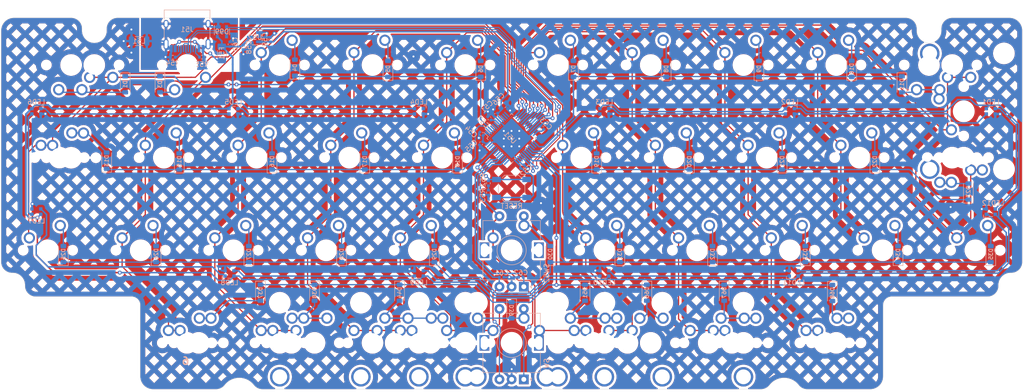
<source format=kicad_pcb>
(kicad_pcb (version 20221018) (generator pcbnew)
  (layers (0 "F.Cu" signal) (31 "B.Cu" signal) (34 "B.Paste" user) (35 "F.Paste" user) (36 "B.SilkS" user "B.Silkscreen") (37 "F.SilkS" user "F.Silkscreen") (38 "B.Mask" user) (39 "F.Mask" user) (44 "Edge.Cuts" user))
  (net 0 "")
  (net 1 "+3V3")
  (net 2 "GND")
  (net 3 "NRST")
  (net 4 "+5V")
  (net 5 "EncB")
  (net 6 "EncA")
  (net 7 "Net-(D1-A)")
  (net 8 "Net-(D3-A)")
  (net 9 "Net-(D4-A)")
  (net 10 "Net-(D5-A)")
  (net 11 "Net-(D6-A)")
  (net 12 "Net-(D7-A)")
  (net 13 "Net-(D8-A)")
  (net 14 "Net-(D9-A)")
  (net 15 "Net-(D10-A)")
  (net 16 "Net-(D11-A)")
  (net 17 "Net-(D13-A)")
  (net 18 "Net-(D15-A)")
  (net 19 "Net-(D16-A)")
  (net 20 "Net-(D17-A)")
  (net 21 "Net-(D18-A)")
  (net 22 "Net-(D19-A)")
  (net 23 "Net-(D20-A)")
  (net 24 "Net-(D21-A)")
  (net 25 "Net-(D22-A)")
  (net 26 "Net-(D23-A)")
  (net 27 "Net-(D25-A)")
  (net 28 "Net-(D26-A)")
  (net 29 "Net-(D27-A)")
  (net 30 "Net-(D28-A)")
  (net 31 "Net-(D29-A)")
  (net 32 "Net-(D30-A)")
  (net 33 "Net-(D31-A)")
  (net 34 "Net-(D32-A)")
  (net 35 "Net-(D33-A)")
  (net 36 "Net-(D34-A)")
  (net 37 "Net-(D35-A)")
  (net 38 "Net-(D37-A)")
  (net 39 "Net-(D38-A)")
  (net 40 "Net-(D39-A)")
  (net 41 "Net-(D67-A)")
  (net 42 "D_N")
  (net 43 "D_P")
  (net 44 "VBUS")
  (net 45 "SCL")
  (net 46 "SDA")
  (net 47 "RGB")
  (net 48 "BOOT0")
  (net 49 "col5")
  (net 50 "col6")
  (net 51 "col7")
  (net 52 "col8")
  (net 53 "col9")
  (net 54 "row3")
  (net 55 "row2")
  (net 56 "row1")
  (net 57 "col0")
  (net 58 "col1")
  (net 59 "col2")
  (net 60 "col3")
  (net 61 "col4")
  (net 62 "row0")
  (net 63 "Net-(D51-A)")
  (net 64 "col10")
  (net 65 "Net-(LED1-DOUT)")
  (net 66 "Net-(LED10-DIN)")
  (net 67 "Net-(LED10-DOUT)")
  (net 68 "Net-(LED1-DIN)")
  (net 69 "Net-(LED2-DIN)")
  (net 71 "Net-(LED4-DIN)")
  (net 72 "Net-(LED5-DIN)")
  (net 73 "Net-(LED6-DIN)")
  (net 74 "Net-(LED7-DIN)")
  (net 75 "Net-(LED8-DIN)")
  (net 76 "Net-(LED11-DIN)")
  (net 77 "row4")
  (net 78 "row5")
  (net 94 "Net-(R52-Pad2)")
  (net 95 "Net-(J51-CC2)")
  (net 96 "Net-(J51-CC1)")
  (net 97 "Net-(D68-A)")
  (net 98 "Net-(D66-A)")
  (net 99 "Net-(D44-A)")
  (footprint "PCM_marbastlib-mx:SW_MX_1u" (layer "F.Cu") (at 113.03 93.82125)
    (fp_text reference "MX28")
    (fp_text value "MX_SW_solder" hide)
  )
  (footprint "PCM_marbastlib-mx:SW_MX_1.25u" (layer "F.Cu") (at 58.26125 74.77125)
    (fp_text reference "MX14")
    (fp_text value "MX_SW_solder" hide)
  )
  (footprint "PCM_marbastlib-mx:SW_MX_1u" (layer "F.Cu") (at 84.455 112.87125)
    (fp_text reference "MX61")
    (fp_text value "MX_SW_solder" hide)
  )
  (footprint "PCM_marbastlib-mx:STAB_MX_P_2u" (layer "F.Cu") (at 170.18 112.87125 180)
    (fp_text reference "S3" hide)
    (fp_text value "MX_stab")
  )
  (footprint "PCM_marbastlib-mx:SW_MX_1u" (layer "F.Cu") (at 132.08 93.82125)
    (fp_text reference "MX29")
    (fp_text value "MX_SW_solder" hide)
  )
  (footprint "PCM_marbastlib-mx:SW_MX_1.75u" (layer "F.Cu") (at 167.79875 112.87125)
    (fp_text reference "MX45")
    (fp_text value "MX_SW_solder" hide)
  )
  (footprint "PCM_marbastlib-mx:SW_MX_1u" (layer "F.Cu") (at 198.755 55.72125)
    (fp_text reference "MX9")
    (fp_text value "MX_SW_solder" hide)
  )
  (footprint "PCM_marbastlib-mx:SW_MX_1u" (layer "F.Cu") (at 79.6925 74.77125)
    (fp_text reference "MX15")
    (fp_text value "MX_SW_solder" hide)
  )
  (footprint "PCM_marbastlib-mx:SW_MX_1u" (layer "F.Cu") (at 151.13 112.87125)
    (fp_text reference "MX39")
    (fp_text value "MX_SW_solder" hide)
  )
  (footprint "PCM_marbastlib-mx:SW_MX_1u" (layer "F.Cu") (at 179.705 112.87125)
    (fp_text reference "MX66")
    (fp_text value "MX_SW_solder" hide)
  )
  (footprint "PCM_marbastlib-mx:SW_MX_1.25u" (layer "F.Cu") (at 86.83625 112.87125)
    (fp_text reference "MX37")
    (fp_text value "MX_SW_solder" hide)
  )
  (footprint "PCM_marbastlib-mx:SW_MX_1u" (layer "F.Cu") (at 208.28 93.82125)
    (fp_text reference "MX33")
    (fp_text value "MX_SW_solder" hide)
  )
  (footprint "PCM_marbastlib-mx:SW_MX_1u" (layer "F.Cu") (at 198.755 112.87125)
    (fp_text reference "MX67")
    (fp_text value "MX_SW_solder" hide)
  )
  (footprint "PCM_marbastlib-mx:SW_MX_1u" (layer "F.Cu") (at 179.705 55.72125)
    (fp_text reference "MX8")
    (fp_text value "MX_SW_solder" hide)
  )
  (footprint "PCM_marbastlib-mx:SW_MX_1u" (layer "F.Cu") (at 151.13 93.82125)
    (fp_text reference "MX30")
    (fp_text value "MX_SW_solder" hide)
  )
  (footprint "PCM_marbastlib-mx:SW_MX_1u" (layer "F.Cu") (at 141.605 55.72125)
    (fp_text reference "MX6")
    (fp_text value "MX_SW_solder" hide)
  )
  (footprint "PCM_marbastlib-mx:SW_MX_1u" (layer "F.Cu") (at 141.605 112.87125)
    (fp_text reference "MX64")
    (fp_text value "MX_SW_solder" hide)
  )
  (footprint "PCM_marbastlib-mx:SW_MX_1.5u" (layer "F.Cu") (at 174.9298 112.8776)
    (fp_text reference "MX47")
    (fp_text value "MX_SW_solder" hide)
  )
  (footprint "PCM_marbastlib-mx:SW_MX_1u" (layer "F.Cu") (at 65.405 55.72125 180)
    (fp_text reference "MX1")
    (fp_text value "MX_SW_solder" hide)
  )
  (footprint "PCM_marbastlib-mx:SW_MX_1u" (layer "F.Cu") (at 160.655 55.72125)
    (fp_text reference "MX7")
    (fp_text value "MX_SW_solder" hide)
  )
  (footprint "PCM_marbastlib-mx:SW_MX_1u" (layer "F.Cu") (at 243.99875 65.24625 90)
    (fp_text reference "MX36")
    (fp_text value "MX_SW_solder" hide)
  )
  (footprint "PCM_marbastlib-mx:SW_MX_1u" (layer "F.Cu") (at 170.18 93.82125)
    (fp_text reference "MX31")
    (fp_text value "MX_SW_solder" hide)
  )
  (footprint "PCM_marbastlib-mx:SW_MX_1.5u" (layer "F.Cu") (at 241.6175 55.72125 180)
    (fp_text reference "MX11")
    (fp_text value "MX_SW_solder" hide)
  )
  (footprint "PCM_marbastlib-mx:SW_MX_1u" (layer "F.Cu") (at 60.6494 74.80195)
    (fp_text reference "MX13")
    (fp_text value "MX_SW_solder" hide)
  )
  (footprint "PCM_marbastlib-mx:SW_MX_1u" (layer "F.Cu") (at 227.33 93.82125)
    (fp_text reference "MX34")
    (fp_text value "MX_SW_solder" hide)
  )
  (footprint "PCM_marbastlib-mx:SW_MX_1.5u" (layer "F.Cu") (at 127.3048 112.8776)
    (fp_text reference "MX42")
    (fp_text value "MX_SW_solder" hide)
  )
  (footprint "PCM_marbastlib-mx:SW_MX_1u" (layer "F.Cu") (at 93.98 93.82125)
    (fp_text reference "MX27")
    (fp_text value "MX_SW_solder" hide)
  )
  (footprint "PCM_marbastlib-mx:SW_MX_1u" (layer "F.Cu") (at 184.4675 74.77125)
    (fp_text reference "MX20")
    (fp_text value "MX_SW_solder" hide)
  )
  (footprint "PCM_marbastlib-mx:SW_MX_1.5u" (layer "F.Cu") (at 60.6425 55.72125 180)
    (fp_text reference "MX2")
    (fp_text value "MX_SW_solder" hide)
  )
  (footprint "PCM_marbastlib-mx:SW_MX_1u" (layer "F.Cu") (at 55.88 93.82125)
    (fp_text reference "MX25")
    (fp_text value "MX_SW_solder" hide)
  )
  (footprint "PCM_marbastlib-mx:SW_MX_1u" (layer "F.Cu") (at 122.555 112.87125)
    (fp_text reference "MX63")
    (fp_text value "MX_SW_solder" hide)
  )
  (footprint "PCM_marbastlib-mx:SW_MX_1u" (layer "F.Cu") (at 203.5175 74.77125)
    (fp_text reference "MX21")
    (fp_text value "MX_SW_solder" hide)
  )
  (footprint "PCM_marbastlib-mx:STAB_MX_P_3u" (layer "F.Cu") (at 179.705 112.87125 180)
    (fp_text reference "S5" hide)
    (fp_text value "MX_stab")
  )
  (footprint "PCM_marbastlib-mx:SW_MX_1u" (layer "F.Cu") (at 160.655 112.87125)
    (fp_text reference "MX65")
    (fp_text value "MX_SW_solder" hide)
  )
  (footprint "PCM_marbastlib-mx:SW_MX_1u" (layer "F.Cu") (at 236.855 55.72125 180)
    (fp_text reference "MX12")
    (fp_text value "MX_SW_solder" hide)
  )
  (footprint "PCM_marbastlib-mx:SW_MX_1u" (layer "F.Cu") (at 84.455 55.72125 180)
    (fp_text reference "MX3")
    (fp_text value "MX_SW_solder" hide)
  )
  (footprint "PCM_marbastlib-mx:SW_MX_1.75u" (layer "F.Cu") (at 134.46125 112.87125)
    (fp_text reference "MX44")
    (fp_text value "MX_SW_solder" hide)
  )
  (footprint "PCM_marbastlib-mx:SW_MX_1u" (layer "F.Cu") (at 122.555 55.72125)
    (fp_text reference "MX5")
    (fp_text value "MX_SW_solder" hide)
  )
  (footprint "PCM_marbastlib-mx:SW_MX_1u" (layer "F.Cu") (at 74.93 93.82125)
    (fp_text reference "MX26")
    (fp_text value "MX_SW_solder" hide)
  )
  (footprint "PCM_marbastlib-mx:SW_MX_1u" (layer "F.Cu") (at 103.505 55.72125)
    (fp_text reference "MX4")
    (fp_text value "MX_SW_solder" hide)
  )
  (footprint "PCM_marbastlib-mx:SW_MX_1u" (layer "F.Cu") (at 165.4175 74.77125)
    (fp_text reference "MX19")
    (fp_text value "MX_SW_solder" hide)
  )
  (footprint "PCM_marbastlib-mx:SW_MX_1u" (layer "F.Cu") (at 246.38 93.82125)
    (fp_text reference "MX35")
    (fp_text value "MX_SW_solder" hide)
  )
  (footprint "PCM_marbastlib-mx:SW_MX_1u" (layer "F.Cu") (at 103.505 112.87125)
    (fp_text reference "MX62")
    (fp_text value "MX_SW_solder" hide)
  )
  (footprint "PCM_marbastlib-mx:SW_MX_1u" (layer "F.Cu") (at 189.23 93.82125)
    (fp_text reference "MX32")
    (fp_text value "MX_SW_solder" hide)
  )
  (footprint "PCM_marbastlib-mx:SW_MX_1u" (layer "F.Cu") (at 170.18 112.87125)
    (fp_text reference "MX51")
    (fp_text value "MX_SW_solder" hide)
  )
  (footprint "PCM_marbastlib-mx:SW_MX_1u" (layer "F.Cu") (at 217.805 112.87125)
    (fp_text reference "MX68")
    (fp_text value "MX_SW_solder" hide)
  )
  (footprint "PCM_marbastlib-mx:SW_MX_1u" (layer "F.Cu") (at 241.6175 74.77125 180)
    (fp_text reference "MX24")
    (fp_text value "MX_SW_solder" hide)
  )
  (footprint "PCM_marbastlib-mx:SW_MX_1.25u" (layer "F.Cu") (at 191.61125 112.87125)
    (fp_text reference "MX40")
    (fp_text value "MX_SW_solder" hide)
  )
  (footprint "PCM_marbastlib-mx:SW_MX_1u" (layer "F.Cu") (at 222.5675 74.77125)
    (fp_text reference "MX22")
    (fp_text value "MX_SW_solder" hide)
  )
  (footprint "PCM_marbastlib-mx:STAB_MX_P_ISO" (layer "F.Cu") (at 243.99875 65.24625)
    (fp_text reference "S1" hide)
    (fp_text value "MX_stab")
  )
  (footprint "PCM_marbastlib-mx:SW_MX_1.25u" (layer "F.Cu") (at 110.64875 112.87125)
    (fp_text reference "MX38")
    (fp_text value "MX_SW_solder" hide)
  )
  (footprint "PCM_marbastlib-mx:SW_MX_1.25u" (layer "F.Cu") (at 243.99875 74.77125 180)
    (fp_text reference "MX23")
    (fp_text value "MX_SW_solder" hide)
  )
  (footprint "PCM_marbastlib-mx:SW_MX_1u" (layer "F.Cu") (at 132.08 112.87125)
    (fp_text reference "MX50")
    (fp_text value "MX_SW_solder" hide)
  )
  (footprint "PCM_marbastlib-mx:SW_MX_1u" (layer "F.Cu") (at 217.805 55.72125)
    (fp_text reference "MX10")
    (fp_text value "MX_SW_solder" hide)
  )
  (footprint "PCM_marbastlib-mx:SW_MX_1.25u" (layer "F.Cu") (at 105.88625 112.87125)
    (fp_text reference "MX43")
    (fp_text value "MX_SW_solder" hide)
  )
  (footprint "PCM_marbastlib-mx:STAB_MX_P_3u" (layer "F.Cu") (at 151.13 112.87125 180)
    (fp_text reference "S2" hide)
    (fp_text value "MX_stab")
  )
  (footprint "PCM_marbastlib-mx:SW_MX_1u" (layer "F.Cu") (at 136.8425 74.77125)
    (fp_text reference "MX18")
    (fp_text value "MX_SW_solder" hide)
  )
  (footprint "PCM_marbastlib-mx:SW_MX_1.25u" (layer "F.Cu") (at 196.37375 112.87125)
    (fp_text reference "MX46")
    (fp_text value "MX_SW_solder" hide)
  )
  (footprint "PCM_marbastlib-mx:STAB_MX_P_3u" (layer "F.Cu") (at 122.555 112.87125 180)
    (fp_text reference "S6" hide)
    (fp_text value "MX_stab")
  )
  (footprint "PCM_marbastlib-mx:SW_MX_1.25u" (layer "F.Cu") (at 215.42375 112.87125)
    (fp_text reference "MX41")
    (fp_text value "MX_SW_solder" hide)
  )
  (footprint "PCM_marbastlib-mx:STAB_MX_P_2u" (layer "F.Cu") (at 132.08 112.87125 180)
    (fp_text reference "S4" hide)
    (fp_text value "MX_stab")
  )
  (footprint "PCM_marbastlib-mx:SW_MX_1u" (layer "F.Cu") (at 117.7925 74.77125)
    (fp_text reference "MX17")
    (fp_text value "MX_SW_solder" hide)
  )
  (footprint "PCM_marbastlib-mx:SW_MX_1u" (layer "F.Cu") (at 98.7425 74.77125)
    (fp_text reference "MX16")
    (fp_text value "MX_SW_solder" hide)
  )
  (footprint "PCM_marbastlib-various:LED_WS2812_2020" (layer "B.Cu") (at 170.18 98.58375)
    (fp_text reference "LED10")
    (fp_text value "WS2812-2020")
  )
  (footprint "PCM_marbastlib-various:D_SOD-123-hidden-ref" (layer "B.Cu") (at 125.7298 56.51495 90)
    (fp_text reference "D5")
    (fp_text value "D_Small")
  )
  (footprint "Capacitor_SMD:C_0402_1005Metric" (layer "B.Cu") (at 95.989824 52.075515 90)
    (fp_text reference "C58")
    (fp_text value "1uF")
  )
  (footprint "Package_TO_SOT_SMD:SOT-143" (layer "B.Cu") (at 91.618207 48.885976 -90)
    (fp_text reference "D99")
    (fp_text value "PRTR5V0U2X")
  )
  (footprint "PCM_marbastlib-various:D_SOD-123-hidden-ref" (layer "B.Cu") (at 244.95125 81.75625 90)
    (fp_text reference "D23")
    (fp_text value "D_Small")
  )
  (footprint "PCM_marbastlib-various:LED_WS2812_2020" (layer "B.Cu") (at 249.555 85.88375)
    (fp_text reference "LED12")
    (fp_text value "WS2812-2020")
  )
  (footprint "PCM_marbastlib-various:D_SOD-123-hidden-ref" (layer "B.Cu") (at 110.64875 102.5525 -90)
    (fp_text reference "D38")
    (fp_text value "D_Small")
  )
  (footprint "Capacitor_SMD:C_0402_1005Metric" (layer "B.Cu") (at 147.920389 65.998411 -135)
    (fp_text reference "C51")
    (fp_text value "100nF")
  )
  (footprint "PCM_marbastlib-various:D_SOD-123-hidden-ref" (layer "B.Cu") (at 187.6423 75.56495 90)
    (fp_text reference "D20")
    (fp_text value "D_Small")
  )
  (footprint "Resistor_SMD:R_0402_1005Metric" (layer "B.Cu") (at 146.3548 81.9678 -90)
    (fp_text reference "R53")
    (fp_text value "5.1k")
  )
  (footprint "PCM_marbastlib-various:D_SOD-123-hidden-ref" (layer "B.Cu") (at 168.5923 75.56495 90)
    (fp_text reference "D19")
    (fp_text value "D_Small")
  )
  (footprint "PCM_marbastlib-various:LED_WS2812_2020" (layer "B.Cu") (at 209.07375 98.58375)
    (fp_text reference "LED11")
    (fp_text value "WS2812-2020")
  )
  (footprint "Resistor_SMD:R_0402_1005Metric" (layer "B.Cu") (at 87.50721 54.102 180)
    (fp_text reference "R55")
    (fp_text value "5.1k")
  )
  (footprint "PCM_marbastlib-various:D_SOD-123-hidden-ref" (layer "B.Cu") (at 78.89875 59.69 -90)
    (fp_text reference "D3")
    (fp_text value "D_Small")
  )
  (footprint "PCM_marbastlib-various:D_SOD-123-hidden-ref" (layer "B.Cu") (at 220.9798 56.51495 90)
    (fp_text reference "D10")
    (fp_text value "D_Small")
  )
  (footprint "Button_Switch_SMD:SW_SPST_SKQG_WithoutStem" (layer "B.Cu") (at 151.13 81.12125)
    (fp_text reference "RESET")
    (fp_text value "SKQGABE010")
  )
  (footprint "PCM_marbastlib-various:LED_WS2812_2020" (layer "B.Cu") (at 170.18 65.24625 180)
    (fp_text reference "LED3")
    (fp_text value "WS2812-2020")
  )
  (footprint "PCM_marbastlib-various:D_SOD-123-hidden-ref" (layer "B.Cu") (at 206.6923 75.56495 90)
    (fp_text reference "D21")
    (fp_text value "D_Small")
  )
  (footprint "PCM_marbastlib-various:D_SOD-123-hidden-ref" (layer "B.Cu") (at 128.11125 102.5525 -90)
    (fp_text reference "D44")
    (fp_text value "D_Small")
  )
  (footprint "PCM_marbastlib-various:D_SOD-123-hidden-ref" (layer "B.Cu") (at 140.0173 75.56495 90)
    (fp_text reference "D18")
    (fp_text value "D_Small")
  )
  (footprint "PCM_marbastlib-various:D_SOD-123-hidden-ref" (layer "B.Cu") (at 82.8673 75.56495 90)
    (fp_text reference "D15")
    (fp_text value "D_Small")
  )
  (footprint "PCM_marbastlib-various:D_SOD-123-hidden-ref" (layer "B.Cu") (at 116.2048 94.61495 90)
    (fp_text reference "D28")
    (fp_text value "D_Small")
  )
  (footprint "Capacitor_SMD:C_0603_1608Metric" (layer "B.Cu") (at 149.464392 64.073408 45)
    (fp_text reference "C56")
    (fp_text value "10uF")
  )
  (footprint "Capacitor_SMD:C_0402_1005Metric" (layer "B.Cu") (at 144.872389 71.840411 -135)
    (fp_text reference "C55")
    (fp_text value "100nF")
  )
  (footprint "PCM_marbastlib-various:D_SOD-123-hidden-ref" (layer "B.Cu") (at 230.5048 94.61495 90)
    (fp_text reference "D34")
    (fp_text value "D_Small")
  )
  (footprint "Capacitor_SMD:C_0402_1005Metric" (layer "B.Cu") (at 146.574189 66.691189 135)
    (fp_text reference "C57")
    (fp_text value "100nF")
  )
  (footprint "PCM_marbastlib-various:D_SOD-123-hidden-ref" (layer "B.Cu") (at 78.1048 94.61495 90)
    (fp_text reference "D26")
    (fp_text value "D_Small")
  )
  (footprint "PCM_marbastlib-various:D_SOD-123-hidden-ref" (layer "B.Cu") (at 135.2548 94.61495 90)
    (fp_text reference "D29")
    (fp_text value "D_Small")
  )
  (footprint "PCM_marbastlib-various:D_SOD-123-hidden-ref" (layer "B.Cu") (at 231.29875 59.69 -90)
    (fp_text reference "D11")
    (fp_text value "D_Small")
  )
  (footprint "PCM_marbastlib-various:D_SOD-123-hidden-ref" (layer "B.Cu") (at 120.9673 75.56495 90)
    (fp_text reference "D17")
    (fp_text value "D_Small")
  )
  (footprint "PCM_marbastlib-various:D_SOD-123-hidden-ref" (layer "B.Cu") (at 101.9173 75.56495 90)
    (fp_text reference "D16")
    (fp_text value "D_Small")
  )
  (footprint "PCM_marbastlib-various:LED_WS2812_2020" (layer "B.Cu") (at 132.08 65.24625 180)
    (fp_text reference "LED4")
    (fp_text value "WS2812-2020")
  )
  (footprint "PCM_marbastlib-various:D_SOD-123-hidden-ref" (layer "B.Cu") (at 99.53625 102.5525 -90)
    (fp_text reference "D37")
    (fp_text value "D_Small")
  )
  (footprint "PCM_marbastlib-various:D_SOD-123-hidden-ref" (layer "B.Cu") (at 192.4048 94.61495 90)
    (fp_text reference "D32")
    (fp_text value "D_Small")
  )
  (footprint "Connector_USB:USB_C_Receptacle_HRO_TYPE-C-31-M-12" (layer "B.Cu") (at 84.467986 48.303984)
    (fp_text reference "J51")
    (fp_text value "USB_C_Receptacle_USB2.0")
  )
  (footprint "Capacitor_SMD:C_0402_1005Metric" (layer "B.Cu") (at 153.323611 76.622589 45)
    (fp_text reference "C52")
    (fp_text value "100nF")
  )
  (footprint "PCM_marbastlib-various:D_SOD-123-hidden-ref" (layer "B.Cu") (at 159.0675 94.615 90)
    (fp_text reference "D30")
    (fp_text value "D_Small")
  )
  (footprint "PCM_marbastlib-various:D_SOD-123-hidden-ref" (layer "B.Cu") (at 194.78625 102.5525 -90)
    (fp_text reference "D67")
    (fp_text value "D_Small")
  )
  (footprint "PCM_marbastlib-various:D_SOD-123-hidden-ref" (layer "B.Cu") (at 97.1548 94.61495 90)
    (fp_text reference "D27")
    (fp_text value "D_Small")
  )
  (footprint "PCM_marbastlib-various:LED_WS2812_2020" (layer "B.Cu") (at 53.49875 65.24625 180)
    (fp_text reference "LED6")
    (fp_text value "WS2812-2020")
  )
  (footprint "Capacitor_SMD:C_0402_1005Metric" (layer "B.Cu") (at 101.6 50.48625 -90)
    (fp_text reference "C59")
    (fp_text value "1uF")
  )
  (footprint "PCM_marbastlib-various:D_SOD-123-hidden-ref" (layer "B.Cu") (at 211.4548 94.61495 90)
    (fp_text reference "D33")
    (fp_text value "D_Small")
  )
  (footprint "Package_QFP:LQFP-48_7x7mm_P0.5mm" (layer "B.Cu") (at 151.13 70.8025 -45)
    (fp_text reference "U51")
    (fp_text value "STM32F072CBT6")
  )
  (footprint "PCM_marbastlib-various:LED_WS2812_2020" (layer "B.Cu") (at 208.28 65.24625 180)
    (fp_text reference "LED2")
    (fp_text value "WS2812-2020")
  )
  (footprint "PCM_marbastlib-various:D_SOD-123-hidden-ref" (layer "B.Cu") (at 106.603324 56.2778 90)
    (fp_text reference "D4")
    (fp_text value "D_Small")
  )
  (footprint "PCM_marbastlib-various:LED_WS2812_2020" (layer "B.Cu") (at 132.08 98.58375)
    (fp_text reference "LED9")
    (fp_text value "WS2812-2020")
  )
  (footprint "PCM_marbastlib-various:D_SOD-123-hidden-ref" (layer "B.Cu") (at 225.7423 75.56495 90)
    (fp_text reference "D22")
    (fp_text value "D_Small")
  )
  (footprint "PCM_marbastlib-various:D_SOD-123-hidden-ref" (layer "B.Cu") (at 173.3548 94.61495 90)
    (fp_text reference "D31")
    (fp_text value "D_Small")
  )
  (footprint "Resistor_SMD:R_0402_1005Metric" (layer "B.Cu") (at 146.3548 80.04375 -90)
    (fp_text reference "R52")
    (fp_text value "5.1k")
  )
  (footprint "Fuse:Fuse_1206_3216Metric" (layer "B.Cu") (at 91.59875 53.34 90)
    (fp_text reference "F51")
    (fp_text value "ASMD1206-150")
  )
  (footprint "Rotary_Encoder:RotaryEncoder_Alps_EC11E-Switch_Vertical_H20mm" (layer "B.Cu") (at 153.631298 101.321272 90)
    (fp_text reference "SW52")
    (fp_text value "Rotary_Encoder_Switch")
  )
  (footprint "Package_TO_SOT_SMD:SOT-23" (layer "B.Cu") (at 98.425 50.00625 180)
    (fp_text reference "U52")
    (fp_text value "XC6206P332MR-Regulator_Linear")
  )
  (footprint "PCM_marbastlib-various:D_SOD-123-hidden-ref" (layer "B.Cu") (at 71.755 59.69 -90)
    (fp_text reference "D1")
    (fp_text value "D_Small")
  )
  (footprint "PCM_marbastlib-various:LED_WS2812_2020" (layer "B.Cu") (at 53.49875 85.88375)
    (fp_text reference "LED7")
    (fp_text value "WS2812-2020")
  )
  (footprint "PCM_marbastlib-various:D_SOD-123-hidden-ref" (layer "B.Cu") (at 178.91125 102.5525 -90)
    (fp_text reference "D66")
    (fp_text value "D_Small")
  )
  (footprint "PCM_marbastlib-various:LED_WS2812_2020" (layer "B.Cu") (at 93.18625 98.58375)
    (fp_text reference "LED8")
    (fp_text value "WS2812-2020")
  )
  (footprint "PCM_marbastlib-various:D_SOD-123-hidden-ref" (layer "B.Cu") (at 59.0548 94.61495 90)
    (fp_text reference "D25")
    (fp_text value "D_Small")
  )
  (footprint "Capacitor_SMD:C_0402_1005Metric" (layer "B.Cu") (at 153.03125 99.3775 180)
    (fp_text reference "C62")
    (fp_text value "100nF")
  )
  (footprint "Capacitor_SMD:C_0402_1005Metric" (layer "B.Cu") (at 149.0625 99.3775)
    (fp_text reference "C61")
    (fp_text value "100nF")
  )
  (footprint "PCM_marbastlib-various:D_SOD-123-hidden-ref" (layer "B.Cu") (at 151.128335 106.16916 -90)
    (fp_text reference "D39")
    (fp_text value "D_Small")
  )
  (footprint "PCM_marbastlib-various:D_SOD-123-hidden-ref" (layer "B.Cu") (at 166.21125 102.5525 -90)
    (fp_text reference "D51")
    (fp_text value "D_Small")
  )
  (footprint "Inductor_SMD:L_1206_3216Metric" (layer "B.Cu") (at 74.6125 50.8)
    (fp_text reference "L51")
    (fp_text value "60R@100MHz")
  )
  (footprint "Capacitor_SMD:C_0402_1005Metric" (layer "B.Cu") (at 93.254556 51.459534 90)
    (fp_text reference "C60")
    (fp_text value "100nF")
  )
  (footprint "PCM_marbastlib-various:D_SOD-123-hidden-ref" (layer "B.Cu") (at 67.945 75.40625 90)
    (fp_text reference "D13")
    (fp_text value "D_Small")
  )
  (footprint "PCM_marbastlib-various:LED_WS2812_2020" (layer "B.Cu") (at 249.555 65.24625 180)
    (fp_text reference "LED1")
    (fp_text value "WS2812-2020")
  )
  (footprint "PCM_marbastlib-various:D_SOD-123-hidden-ref" (layer "B.Cu") (at 217.01125 102.615 -90)
    (fp_text reference "D68")
    (fp_text value "D_Small")
  )
  (footprint "PCM_marbastlib-various:D_SOD-123-hidden-ref" (layer "B.Cu") (at 144.7798 56.51495 90)
    (fp_text reference "D6")
    (fp_text value "D_Small")
  )
  (footprint "Capacitor_SMD:C_0402_1005Metric" (layer "B.Cu") (at 144.9324 69.8754 135)
    (fp_text reference "C54")
    (fp_text value "100nF")
  )
  (footprint "PCM_marbastlib-various:LED_WS2812_2020" (layer "B.Cu") (at 93.98 65.24625 180)
    (fp_text reference "LED5")
    (fp_text value "WS2812-2020")
  )
  (footprint "Capacitor_SMD:C_0402_1005Metric" (layer "B.Cu") (at 157.357251 68.634993 135)
    (fp_text reference "C53")
    (fp_text value "100nF")
  )
  (footprint "PCM_marbastlib-various:D_SOD-123-hidden-ref" (layer "B.Cu") (at 201.9298 56.51495 90)
    (fp_text reference "D9")
    (fp_text value "D_Small")
  )
  (footprint "Rotary_Encoder:RotaryEncoder_Alps_EC11E-Switch_Vertical_H20mm" (layer "B.Cu") (at 153.63 120.3816 90)
    (fp_text reference "SW1")
    (fp_text value "Rotary_Encoder_Switch")
  )
  (footprint "PCM_marbastlib-various:D_SOD-123-hidden-ref" (layer "B.Cu") (at 163.8298 56.51495 90)
    (fp_text reference "D7")
    (fp_text value "D_Small")
  )
  (footprint "PCM_marbastlib-various:D_SOD-123-hidden-ref" (layer "B.Cu") (at 182.8798 56.51495 90)
    (fp_text reference "D8")
    (fp_text value "D_Small")
  )
  (footprint "Resistor_SMD:R_0402_1005Metric" (layer "B.Cu") (at 81.536 54.1274)
    (fp_text reference "R54")
    (fp_text value "5.1k")
  )
  (footprint "PCM_marbastlib-various:D_SOD-123-hidden-ref" (layer "B.Cu") (at 249.5548 94.61495 90)
    (fp_text reference "D35")
    (fp_text value "D_Small")
  )
  (gr_line (start 225.930919 122.138198) (end 226.044297 122.081192) (stroke (width 0.049999)) (layer "Edge.Cuts"))
  (gr_line (start 255.969612 96.581536) (end 255.983602 96.471435) (stroke (width 0.049999)) (layer "Edge.Cuts"))
  (gr_line (start 69.313655 46.210386) (end 69.216203 46.254443) (stroke (width 0.049999)) (layer "Edge.Cuts"))
  (gr_line (start 225.203928 122.359003) (end 225.329589 122.337076) (stroke (width 0.049999)) (layer "Edge.Cuts"))
  (gr_line (start 241.070183 46.106761) (end 240.965785 46.136407) (stroke (width 0.049999)) (layer "Edge.Cuts"))
  (gr_line (start 204.015275 121.630162) (end 204.095989 121.531602) (stroke (width 0.049999)) (layer "Edge.Cuts"))
  (gr_line (start 250.459957 102.693055) (end 250.535182 102.614008) (stroke (width 0.049999)) (layer "Edge.Cuts"))
  (gr_line (start 74.69741 104.368383) (end 74.657945 104.28989) (stroke (width 0.049999)) (layer "Edge.Cuts"))
  (gr_line (start 91.516117 122.103894) (end 91.62293 122.039625) (stroke (width 0.049999)) (layer "Edge.Cuts"))
  (gr_line (start 51.036679 100.136707) (end 50.991892 100.020657) (stroke (width 0.049999)) (layer "Edge.Cuts"))
  (gr_line (start 50.252081 99.023982) (end 50.153093 98.946869) (stroke (width 0.049999)) (layer "Edge.Cuts"))
  (gr_line (start 252.777489 98.601233) (end 252.661689 98.646892) (stroke (width 0.049999)) (layer "Edge.Cuts"))
  (gr_line (start 226.044297 122.081192) (end 226.154883 122.018649) (stroke (width 0.049999)) (layer "Edge.Cuts"))
  (gr_line (start 233.073767 46.254443) (end 232.976315 46.210386) (stroke (width 0.049999)) (layer "Edge.Cuts"))
  (gr_line (start 251.037933 101.673718) (end 251.061617 101.568674) (stroke (width 0.049999)) (layer "Edge.Cuts"))
  (gr_line (start 74.867786 105.04824) (end 74.86119 104.959589) (stroke (width 0.049999)) (layer "Edge.Cuts"))
  (gr_line (start 50.608514 99.380416) (end 50.526317 99.285003) (stroke (width 0.049999)) (layer "Edge.Cuts"))
  (gr_line (start 62.371771 46.84323) (end 62.300856 46.760914) (stroke (width 0.049999)) (layer "Edge.Cuts"))
  (gr_line (start 225.453736 122.309082) (end 225.576156 122.275108) (stroke (width 0.049999)) (layer "Edge.Cuts"))
  (gr_line (start 255.143156 46.712939) (end 255.048818 46.63122) (stroke (width 0.049999)) (layer "Edge.Cuts"))
  (gr_line (start 50.347493 99.10618) (end 50.252081 99.023982) (stroke (width 0.049999)) (layer "Edge.Cuts"))
  (gr_line (start 249.746257 103.169932) (end 249.844372 103.12646) (stroke (width 0.049999)) (layer "Edge.Cuts"))
  (gr_line (start 46.29786 96.359711) (end 46.306355 96.471436) (stroke (width 0.049999)) (layer "Edge.Cuts"))
  (gr_line (start 240.571351 46.303028) (end 240.479223 46.356001) (stroke (width 0.049999)) (layer "Edge.Cuts"))
  (gr_line (start 76.960406 122.337078) (end 77.086068 122.359005) (stroke (width 0.049999)) (layer "Edge.Cuts"))
  (gr_line (start 227.416798 119.916418) (end 227.419994 119.787492) (stroke (width 0.049999)) (layer "Edge.Cuts"))
  (gr_line (start 226.747364 121.532538) (end 226.831174 121.435255) (stroke (width 0.049999)) (layer "Edge.Cuts"))
  (gr_line (start 234.319988 48.637502) (end 234.325639 48.807431) (stroke (width 0.049999)) (layer "Edge.Cuts"))
  (gr_line (start 240.389962 46.413225) (end 240.303709 46.474562) (stroke (width 0.049999)) (layer "Edge.Cuts"))
  (gr_line (start 77.086068 122.359005) (end 77.213033 122.374775) (stroke (width 0.049999)) (layer "Edge.Cuts"))
  (gr_line (start 234.319988 48.637502) (end 234.319988 48.2375) (stroke (width 0.049999)) (layer "Edge.Cuts"))
  (gr_line (start 51.197359 101.362435) (end 51.211349 101.472536) (stroke (width 0.049999)) (layer "Edge.Cuts"))
  (gr_line (start 239.518916 47.583287) (end 239.489271 47.687686) (stroke (width 0.049999)) (layer "Edge.Cuts"))
  (gr_line (start 75.119297 120.898432) (end 75.176301 121.011812) (stroke (width 0.049999)) (layer "Edge.Cuts"))
  (gr_line (start 62.867293 48.128408) (end 62.859231 48.020057) (stroke (width 0.049999)) (layer "Edge.Cuts"))
  (gr_line (start 238.491929 50.605262) (end 238.555624 50.550989) (stroke (width 0.049999)) (layer "Edge.Cuts"))
  (gr_line (start 252.548734 98.697958) (end 252.438784 98.754272) (stroke (width 0.049999)) (layer "Edge.Cuts"))
  (gr_line (start 48.270054 98.435138) (end 48.381779 98.443633) (stroke (width 0.049999)) (layer "Edge.Cuts"))
  (gr_line (start 211.113412 122.259019) (end 211.232107 122.297714) (stroke (width 0.049999)) (layer "Edge.Cuts"))
  (gr_line (start 60.779079 46.040203) (end 60.669986 46.0375) (stroke (width 0.049999)) (layer "Edge.Cuts"))
  (gr_line (start 204.875347 120.775578) (end 204.703975 120.907271) (stroke (width 0.049999)) (layer "Edge.Cuts"))
  (gr_line (start 73.75882 103.474512) (end 73.676902 103.442898) (stroke (width 0.049999)) (layer "Edge.Cuts"))
  (gr_line (start 51.688372 102.536901) (end 51.757519 102.616727) (stroke (width 0.049999)) (layer "Edge.Cuts"))
  (gr_line (start 96.051289 120.153153) (end 95.838872 120.109805) (stroke (width 0.049999)) (layer "Edge.Cuts"))
  (gr_line (start 91.920304 121.81103) (end 92.010823 121.723355) (stroke (width 0.049999)) (layer "Edge.Cuts"))
  (gr_line (start 46.732056 97.562793) (end 46.797366 97.645902) (stroke (width 0.049999)) (layer "Edge.Cuts"))
  (gr_line (start 62.803645 47.701248) (end 62.774899 47.597661) (stroke (width 0.049999)) (layer "Edge.Cuts"))
  (gr_line (start 47.945177 98.377234) (end 48.051614 98.4018) (stroke (width 0.049999)) (layer "Edge.Cuts"))
  (gr_line (start 47.784065 46.286791) (end 47.670685 46.343795) (stroke (width 0.049999)) (layer "Edge.Cuts"))
  (gr_line (start 202.354381 122.387498) (end 202.48172 122.383813) (stroke (width 0.049999)) (layer "Edge.Cuts"))
  (gr_line (start 255.048818 46.63122) (end 254.950599 46.554034) (stroke (width 0.049999)) (layer "Edge.Cuts"))
  (gr_line (start 99.078577 122.213726) (end 99.194715 122.259019) (stroke (width 0.049999)) (layer "Edge.Cuts"))
  (gr_line (start 68.407058 46.921205) (end 68.345721 47.007459) (stroke (width 0.049999)) (layer "Edge.Cuts"))
  (gr_line (start 67.854913 49.395352) (end 67.889333 49.274421) (stroke (width 0.049999)) (layer "Edge.Cuts"))
  (gr_line (start 228.519343 103.478952) (end 228.439611 103.514999) (stroke (width 0.049999)) (layer "Edge.Cuts"))
  (gr_line (start 205.624053 120.353383) (end 205.428346 120.442777) (stroke (width 0.049999)) (layer "Edge.Cuts"))
  (gr_line (start 227.680583 104.204135) (end 227.637242 104.279513) (stroke (width 0.049999)) (layer "Edge.Cuts"))
  (gr_line (start 75.380187 121.334341) (end 75.458812 121.43527) (stroke (width 0.049999)) (layer "Edge.Cuts"))
  (gr_line (start 76.135104 122.01866) (end 76.24569 122.081202) (stroke (width 0.049999)) (layer "Edge.Cuts"))
  (gr_line (start 240.965785 46.136407) (end 240.863565 46.170995) (stroke (width 0.049999)) (layer "Edge.Cuts"))
  (gr_line (start 226.983152 121.229967) (end 227.051145 121.122387) (stroke (width 0.049999)) (layer "Edge.Cuts"))
  (gr_line (start 204.539877 121.048954) (end 204.383529 121.200393) (stroke (width 0.049999)) (layer "Edge.Cuts"))
  (gr_line (start 91.825299 121.893057) (end 91.920304 121.81103) (stroke (width 0.049999)) (layer "Edge.Cuts"))
  (gr_line (start 227.222074 120.782464) (end 227.26774 120.664139) (stroke (width 0.049999)) (layer "Edge.Cuts"))
  (gr_line (start 228.075021 103.748533) (end 228.009709 103.805108) (stroke (width 0.049999)) (layer "Edge.Cuts"))
  (gr_line (start 74.657945 104.28989) (end 74.614646 104.21333) (stroke (width 0.049999)) (layer "Edge.Cuts"))
  (gr_line (start 241.619991 46.0375) (end 241.506781 46.040362) (stroke (width 0.049999)) (layer "Edge.Cuts"))
  (gr_line (start 75.022252 120.664145) (end 75.067917 120.782472) (stroke (width 0.049999)) (layer "Edge.Cuts"))
  (gr_line (start 63.070891 49.629431) (end 63.12199 49.742305) (stroke (width 0.049999)) (layer "Edge.Cuts"))
  (gr_line (start 254.634295 46.351312) (end 254.522189 46.293894) (stroke (width 0.049999)) (layer "Edge.Cuts"))
  (gr_line (start 61.511894 46.204964) (end 61.411772 46.166325) (stroke (width 0.049999)) (layer "Edge.Cuts"))
  (gr_line (start 234.317124 48.124289) (end 234.308627 48.012563) (stroke (width 0.049999)) (layer "Edge.Cuts"))
  (gr_line (start 99.194715 122.259019) (end 99.313411 122.297714) (stroke (width 0.049999)) (layer "Edge.Cuts"))
  (gr_line (start 62.950643 49.274386) (end 62.985058 49.395312) (stroke (width 0.049999)) (layer "Edge.Cuts"))
  (gr_line (start 75.067917 120.782472) (end 75.119297 120.898432) (stroke (width 0.049999)) (layer "Edge.Cuts"))
  (gr_line (start 96.260242 120.208362) (end 96.051289 120.153153) (stroke (width 0.049999)) (layer "Edge.Cuts"))
  (gr_line (start 69.834956 46.062848) (end 69.726617 46.082196) (stroke (width 0.049999)) (layer "Edge.Cuts"))
  (gr_line (start 74.920423 120.297095) (end 74.948417 120.421244) (stroke (width 0.049999)) (layer "Edge.Cuts"))
  (gr_line (start 228.009709 103.805108) (end 227.947197 103.864708) (stroke (width 0.049999)) (layer "Edge.Cuts"))
  (gr_line (start 236.704976 51.182165) (end 236.869983 51.187503) (stroke (width 0.049999)) (layer "Edge.Cuts"))
  (gr_line (start 238.358745 50.707831) (end 238.426291 50.657562) (stroke (width 0.049999)) (layer "Edge.Cuts"))
  (gr_line (start 202.60788 122.372855) (end 202.732586 122.354759) (stroke (width 0.049999)) (layer "Edge.Cuts"))
  (gr_line (start 92.010823 121.723355) (end 92.096578 121.630167) (stroke (width 0.049999)) (layer "Edge.Cuts"))
  (gr_line (start 93.509638 120.442819) (end 93.319304 120.543134) (stroke (width 0.049999)) (layer "Edge.Cuts"))
  (gr_line (start 51.158055 100.619942) (end 51.13655 100.496696) (stroke (width 0.049999)) (layer "Edge.Cuts"))
  (gr_line (start 241.506781 46.040362) (end 241.395056 46.048858) (stroke (width 0.049999)) (layer "Edge.Cuts"))
  (gr_line (start 51.075776 100.25487) (end 51.036679 100.136707) (stroke (width 0.049999)) (layer "Edge.Cuts"))
  (gr_line (start 254.651315 98.273605) (end 254.748766 98.229548) (stroke (width 0.049999)) (layer "Edge.Cuts"))
  (gr_line (start 255.942139 48.113513) (end 255.913107 47.987723) (stroke (width 0.049999)) (layer "Edge.Cuts"))
  (gr_line (start 48.26125 46.115912) (end 48.13883 46.149884) (stroke (width 0.049999)) (layer "Edge.Cuts"))
  (gr_line (start 228.21359 103.644912) (end 228.143019 103.695096) (stroke (width 0.049999)) (layer "Edge.Cuts"))
  (gr_line (start 226.467751 121.798678) (end 226.565034 121.714868) (stroke (width 0.049999)) (layer "Edge.Cuts"))
  (gr_line (start 49.257559 98.523402) (end 49.135799 98.495947) (stroke (width 0.049999)) (layer "Edge.Cuts"))
  (gr_line (start 250.298595 102.839191) (end 250.380908 102.768279) (stroke (width 0.049999)) (layer "Edge.Cuts"))
  (gr_line (start 67.956661 48.898079) (end 67.966594 48.768649) (stroke (width 0.049999)) (layer "Edge.Cuts"))
  (gr_line (start 254.044765 46.119359) (end 253.918975 46.090326) (stroke (width 0.049999)) (layer "Edge.Cuts"))
  (gr_line (start 238.843786 50.252057) (end 238.895121 50.187164) (stroke (width 0.049999)) (layer "Edge.Cuts"))
  (gr_line (start 207.324293 120.059568) (end 207.104335 120.053208) (stroke (width 0.049999)) (layer "Edge.Cuts"))
  (gr_line (start 46.601297 47.413183) (end 46.544293 47.526563) (stroke (width 0.049999)) (layer "Edge.Cuts"))
  (gr_line (start 53.385997 103.337495) (end 73.069996 103.337495) (stroke (width 0.049999)) (layer "Edge.Cuts"))
  (gr_line (start 70.056782 46.040362) (end 69.945057 46.048858) (stroke (width 0.049999)) (layer "Edge.Cuts"))
  (gr_line (start 225.576156 122.275108) (end 225.696635 122.235244) (stroke (width 0.049999)) (layer "Edge.Cuts"))
  (gr_line (start 234.103035 47.283709) (end 234.05445 47.188849) (stroke (width 0.049999)) (layer "Edge.Cuts"))
  (gr_line (start 51.186 101.137498) (end 51.188863 101.25071) (stroke (width 0.049999)) (layer "Edge.Cuts"))
  (gr_line (start 68.770591 46.539873) (end 68.690765 46.60902) (stroke (width 0.049999)) (layer "Edge.Cuts"))
  (gr_line (start 206.451047 120.109747) (end 206.238625 120.153097) (stroke (width 0.049999)) (layer "Edge.Cuts"))
  (gr_line (start 63.306096 50.062266) (end 63.3772 50.162166) (stroke (width 0.049999)) (layer "Edge.Cuts"))
  (gr_line (start 99.80825 122.383819) (end 99.935596 122.387498) (stroke (width 0.049999)) (layer "Edge.Cuts"))
  (gr_line (start 51.319495 101.893932) (end 51.358887 101.993837) (stroke (width 0.049999)) (layer "Edge.Cuts"))
  (gr_line (start 208.179002 120.208309) (end 207.970045 120.153097) (stroke (width 0.049999)) (layer "Edge.Cuts"))
  (gr_line (start 75.822234 121.798692) (end 75.923163 121.877317) (stroke (width 0.049999)) (layer "Edge.Cuts"))
  (gr_line (start 254.28895 46.195272) (end 254.168144 46.154395) (stroke (width 0.049999)) (layer "Edge.Cuts"))
  (gr_line (start 211.232107 122.297714) (end 211.353084 122.329677) (stroke (width 0.049999)) (layer "Edge.Cuts"))
  (gr_line (start 210.464588 121.893057) (end 210.563805 121.969301) (stroke (width 0.049999)) (layer "Edge.Cuts"))
  (gr_line (start 60.669994 46.0375) (end 48.895 46.0375) (stroke (width 0.049999)) (layer "Edge.Cuts"))
  (gr_line (start 50.526317 99.285003) (end 50.439121 99.193376) (stroke (width 0.049999)) (layer "Edge.Cuts"))
  (gr_line (start 46.663839 47.302597) (end 46.601297 47.413183) (stroke (width 0.049999)) (layer "Edge.Cuts"))
  (gr_line (start 87.390499 46.0375) (end 81.560497 46.0375) (stroke (width 0.049999)) (layer "Edge.Cuts"))
  (gr_line (start 98.545893 121.893057) (end 98.64511 121.969301) (stroke (width 0.049999)) (layer "Edge.Cuts"))
  (gr_line (start 62.300856 46.760914) (end 62.225628 46.681863) (stroke (width 0.049999)) (layer "Edge.Cuts"))
  (gr_line (start 239.445358 47.902462) (end 239.431368 48.012563) (stroke (width 0.049999)) (layer "Edge.Cuts"))
  (gr_line (start 46.306355 96.471436) (end 46.320346 96.581537) (stroke (width 0.049999)) (layer "Edge.Cuts"))
  (gr_line (start 67.97286 48.124289) (end 67.969997 48.2375) (stroke (width 0.049999)) (layer "Edge.Cuts"))
  (gr_line (start 67.940367 49.025624) (end 67.956661 48.898079) (stroke (width 0.049999)) (layer "Edge.Cuts"))
  (gr_line (start 74.068631 103.639916) (end 73.994153 103.592845) (stroke (width 0.049999)) (layer "Edge.Cuts"))
  (gr_line (start 61.101192 46.080162) (end 60.994862 46.061609) (stroke (width 0.049999)) (layer "Edge.Cuts"))
  (gr_line (start 50.439121 99.193376) (end 50.347493 99.10618) (stroke (width 0.049999)) (layer "Edge.Cuts"))
  (gr_line (start 253.394985 46.0375) (end 241.619991 46.0375) (stroke (width 0.049999)) (layer "Edge.Cuts"))
  (gr_line (start 234.748747 50.052735) (end 234.84485 50.187164) (stroke (width 0.049999)) (layer "Edge.Cuts"))
  (gr_line (start 46.560523 97.295149) (end 46.613496 97.387279) (stroke (width 0.049999)) (layer "Edge.Cuts"))
  (gr_line (start 49.725569 98.690995) (end 49.611839 98.640604) (stroke (width 0.049999)) (layer "Edge.Cuts"))
  (gr_line (start 255.790644 47.625468) (end 255.738577 47.510298) (stroke (width 0.049999)) (layer "Edge.Cuts"))
  (gr_line (start 99.935596 122.387498) (end 202.35429 122.387498) (stroke (width 0.049999)) (layer "Edge.Cuts"))
  (gr_line (start 60.887431 46.048265) (end 60.779079 46.040203) (stroke (width 0.049999)) (layer "Edge.Cuts"))
  (gr_line (start 67.133894 50.523791) (end 67.222446 50.439426) (stroke (width 0.049999)) (layer "Edge.Cuts"))
  (gr_line (start 92.464834 121.200404) (end 92.316714 121.361359) (stroke (width 0.049999)) (layer "Edge.Cuts"))
  (gr_line (start 68.541516 46.758269) (end 68.472369 46.838095) (stroke (width 0.049999)) (layer "Edge.Cuts"))
  (gr_line (start 240.303709 46.474562) (end 240.2206 46.539873) (stroke (width 0.049999)) (layer "Edge.Cuts"))
  (gr_line (start 232.976315 46.210386) (end 232.876409 46.170995) (stroke (width 0.049999)) (layer "Edge.Cuts"))
  (gr_line (start 51.504501 102.278277) (end 51.561725 102.367538) (stroke (width 0.049999)) (layer "Edge.Cuts"))
  (gr_line (start 48.13883 46.149884) (end 48.01835 46.189747) (stroke (width 0.049999)) (layer "Edge.Cuts"))
  (gr_line (start 252.661689 98.646892) (end 252.548734 98.697958) (stroke (width 0.049999)) (layer "Edge.Cuts"))
  (gr_line (start 49.945228 98.808243) (end 49.836768 98.746904) (stroke (width 0.049999)) (layer "Edge.Cuts"))
  (gr_line (start 225.076965 122.374775) (end 225.203928 122.359003) (stroke (width 0.049999)) (layer "Edge.Cuts"))
  (gr_line (start 239.078354 49.912504) (end 239.118467 49.840357) (stroke (width 0.049999)) (layer "Edge.Cuts"))
  (gr_line (start 208.384019 120.275149) (end 208.179002 120.208309) (stroke (width 0.049999)) (layer "Edge.Cuts"))
  (gr_line (start 50.153093 98.946869) (end 50.050739 98.874927) (stroke (width 0.049999)) (layer "Edge.Cuts"))
  (gr_line (start 63.239752 49.958883) (end 63.306096 50.062266) (stroke (width 0.049999)) (layer "Edge.Cuts"))
  (gr_line (start 203.434842 122.103871) (end 203.541649 122.039603) (stroke (width 0.049999)) (layer "Edge.Cuts"))
  (gr_line (start 95.838872 120.109805) (end 95.623467 120.078552) (stroke (width 0.049999)) (layer "Edge.Cuts"))
  (gr_line (start 254.748766 98.229548) (end 254.843625 98.180964) (stroke (width 0.049999)) (layer "Edge.Cuts"))
  (gr_line (start 50.885593 99.795728) (end 50.824253 99.687269) (stroke (width 0.049999)) (layer "Edge.Cuts"))
  (gr_line (start 255.492595 97.645897) (end 255.557905 97.562788) (stroke (width 0.049999)) (layer "Edge.Cuts"))
  (gr_line (start 61.70595 46.296673) (end 61.610013 46.248439) (stroke (width 0.049999)) (layer "Edge.Cuts"))
  (gr_line (start 233.748456 46.758269) (end 233.675611 46.681865) (stroke (width 0.049999)) (layer "Edge.Cuts"))
  (gr_line (start 51.188863 101.25071) (end 51.197359 101.362435) (stroke (width 0.049999)) (layer "Edge.Cuts"))
  (gr_line (start 239.489271 47.687686) (end 239.464705 47.794123) (stroke (width 0.049999)) (layer "Edge.Cuts"))
  (gr_line (start 67.462738 50.162228) (end 67.533847 50.062328) (stroke (width 0.049999)) (layer "Edge.Cuts"))
  (gr_line (start 50.991892 100.020657) (end 50.941501 99.906927) (stroke (width 0.049999)) (layer "Edge.Cuts"))
  (gr_line (start 234.001476 47.09672) (end 233.944252 47.007459) (stroke (width 0.049999)) (layer "Edge.Cuts"))
  (gr_line (start 94.747726 120.078552) (end 94.53232 120.109805) (stroke (width 0.049999)) (layer "Edge.Cuts"))
  (gr_line (start 239.464705 47.794123) (end 239.445358 47.902462) (stroke (width 0.049999)) (layer "Edge.Cuts"))
  (gr_line (start 232.876409 46.170995) (end 232.774188 46.136407) (stroke (width 0.049999)) (layer "Edge.Cuts"))
  (gr_line (start 62.610819 47.201539) (end 62.557899 47.107966) (stroke (width 0.049999)) (layer "Edge.Cuts"))
  (gr_line (start 248.904384 103.337396) (end 249.013474 103.334691) (stroke (width 0.049999)) (layer "Edge.Cuts"))
  (gr_line (start 74.869999 119.787492) (end 74.873195 119.916418) (stroke (width 0.049999)) (layer "Edge.Cuts"))
  (gr_line (start 251.610865 99.470795) (end 251.539771 99.570771) (stroke (width 0.049999)) (layer "Edge.Cuts"))
  (gr_line (start 77.341085 122.384303) (end 77.470012 122.387498) (stroke (width 0.049999)) (layer "Edge.Cuts"))
  (gr_line (start 46.613496 97.387279) (end 46.670719 97.476539) (stroke (width 0.049999)) (layer "Edge.Cuts"))
  (gr_line (start 52.432205 103.120552) (end 52.529657 103.164609) (stroke (width 0.049999)) (layer "Edge.Cuts"))
  (gr_line (start 250.033872 103.025309) (end 250.124897 102.967781) (stroke (width 0.049999)) (layer "Edge.Cuts"))
  (gr_line (start 68.103492 47.481066) (end 68.068904 47.583287) (stroke (width 0.049999)) (layer "Edge.Cuts"))
  (gr_line (start 238.426291 50.657562) (end 238.491929 50.605262) (stroke (width 0.049999)) (layer "Edge.Cuts"))
  (gr_line (start 66.056936 51.105432) (end 66.177893 51.071104) (stroke (width 0.049999)) (layer "Edge.Cuts"))
  (gr_line (start 46.447249 47.760849) (end 46.407386 47.881329) (stroke (width 0.049999)) (layer "Edge.Cuts"))
  (gr_line (start 74.835092 104.784693) (end 74.815712 104.698744) (stroke (width 0.049999)) (layer "Edge.Cuts"))
  (gr_line (start 235.74497 50.925939) (end 235.898713 50.995333) (stroke (width 0.049999)) (layer "Edge.Cuts"))
  (gr_line (start 211.353084 122.329677) (end 211.476067 122.354773) (stroke (width 0.049999)) (layer "Edge.Cuts"))
  (gr_line (start 62.873404 48.768646) (end 62.883331 48.898067) (stroke (width 0.049999)) (layer "Edge.Cuts"))
  (gr_line (start 67.966594 48.768649) (end 67.970005 48.637494) (stroke (width 0.049999)) (layer "Edge.Cuts"))
  (gr_line (start 250.975464 101.879239) (end 251.009191 101.7773) (stroke (width 0.049999)) (layer "Edge.Cuts"))
  (gr_line (start 47.095588 97.944124) (end 47.178697 98.009435) (stroke (width 0.049999)) (layer "Edge.Cuts"))
  (gr_line (start 232.119991 46.0375) (end 87.390499 46.0375) (stroke (width 0.049999)) (layer "Edge.Cuts"))
  (gr_line (start 210.883968 122.161973) (end 210.997274 122.213726) (stroke (width 0.049999)) (layer "Edge.Cuts"))
  (gr_line (start 62.869999 48.2375) (end 62.867293 48.128408) (stroke (width 0.049999)) (layer "Edge.Cuts"))
  (gr_line (start 74.73298 104.448663) (end 74.69741 104.368383) (stroke (width 0.049999)) (layer "Edge.Cuts"))
  (gr_line (start 76.24569 122.081202) (end 76.35907 122.138207) (stroke (width 0.049999)) (layer "Edge.Cuts"))
  (gr_line (start 52.529657 103.164609) (end 52.629562 103.204) (stroke (width 0.049999)) (layer "Edge.Cuts"))
  (gr_line (start 204.703975 120.907271) (end 204.539877 121.048954) (stroke (width 0.049999)) (layer "Edge.Cuts"))
  (gr_line (start 68.18694 47.283709) (end 68.142883 47.381161) (stroke (width 0.049999)) (layer "Edge.Cuts"))
  (gr_line (start 98.965272 122.161973) (end 99.078577 122.213726) (stroke (width 0.049999)) (layer "Edge.Cuts"))
  (gr_line (start 62.859231 48.020057) (end 62.845885 47.912626) (stroke (width 0.049999)) (layer "Edge.Cuts"))
  (gr_line (start 239.191625 49.692293) (end 239.224603 49.616492) (stroke (width 0.049999)) (layer "Edge.Cuts"))
  (gr_line (start 250.79221 102.266972) (end 250.845127 102.173404) (stroke (width 0.049999)) (layer "Edge.Cuts"))
  (gr_line (start 92.956648 120.775605) (end 92.785278 120.907293) (stroke (width 0.049999)) (layer "Edge.Cuts"))
  (gr_line (start 210.193308 121.630167) (end 210.279063 121.723355) (stroke (width 0.049999)) (layer "Edge.Cuts"))
  (gr_line (start 234.25072 47.687686) (end 234.221073 47.583287) (stroke (width 0.049999)) (layer "Edge.Cuts"))
  (gr_line (start 62.774899 47.597661) (end 62.741168 47.495717) (stroke (width 0.049999)) (layer "Edge.Cuts"))
  (gr_line (start 96.665851 120.353429) (end 96.465255 120.275199) (stroke (width 0.049999)) (layer "Edge.Cuts"))
  (gr_line (start 239.991526 46.758269) (end 239.92238 46.838095) (stroke (width 0.049999)) (layer "Edge.Cuts"))
  (gr_line (start 228.770135 103.394167) (end 228.684719 103.418423) (stroke (width 0.049999)) (layer "Edge.Cuts"))
  (gr_line (start 210.279063 121.723355) (end 210.369582 121.81103) (stroke (width 0.049999)) (layer "Edge.Cuts"))
  (gr_line (start 255.31954 46.889325) (end 255.233451 46.799029) (stroke (width 0.049999)) (layer "Edge.Cuts"))
  (gr_line (start 253.794979 98.446496) (end 253.90819 98.443633) (stroke (width 0.049999)) (layer "Edge.Cuts"))
  (gr_line (start 226.262463 121.950656) (end 226.366823 121.877303) (stroke (width 0.049999)) (layer "Edge.Cuts"))
  (gr_line (start 227.391499 120.171432) (end 227.407271 120.044469) (stroke (width 0.049999)) (layer "Edge.Cuts"))
  (gr_line (start 250.67262 102.446299) (end 250.734683 102.357997) (stroke (width 0.049999)) (layer "Edge.Cuts"))
  (gr_line (start 208.780325 120.442777) (end 208.584618 120.353383) (stroke (width 0.049999)) (layer "Edge.Cuts"))
  (gr_line (start 250.936828 101.979357) (end 250.975464 101.879239) (stroke (width 0.049999)) (layer "Edge.Cuts"))
  (gr_line (start 239.422872 48.124289) (end 239.420009 48.2375) (stroke (width 0.049999)) (layer "Edge.Cuts"))
  (gr_line (start 64.204988 50.878109) (end 64.314902 50.934375) (stroke (width 0.049999)) (layer "Edge.Cuts"))
  (gr_line (start 207.104335 120.053208) (end 206.884378 120.059568) (stroke (width 0.049999)) (layer "Edge.Cuts"))
  (gr_line (start 47.348158 46.547681) (end 47.247229 46.626305) (stroke (width 0.049999)) (layer "Edge.Cuts"))
  (gr_line (start 51.986594 102.835123) (end 52.069702 102.900434) (stroke (width 0.049999)) (layer "Edge.Cuts"))
  (gr_line (start 234.221073 47.583287) (end 234.186485 47.481066) (stroke (width 0.049999)) (layer "Edge.Cuts"))
  (gr_line (start 234.515374 49.616492) (end 234.583741 49.766935) (stroke (width 0.049999)) (layer "Edge.Cuts"))
  (gr_line (start 69.121344 46.303028) (end 69.029215 46.356001) (stroke (width 0.049999)) (layer "Edge.Cuts"))
  (gr_line (start 209.973263 121.361354) (end 209.825142 121.200393) (stroke (width 0.049999)) (layer "Edge.Cuts"))
  (gr_line (start 73.159245 103.339707) (end 73.069988 103.337495) (stroke (width 0.049999)) (layer "Edge.Cuts"))
  (gr_line (start 51.757519 102.616727) (end 51.830363 102.693132) (stroke (width 0.049999)) (layer "Edge.Cuts"))
  (gr_line (start 74.982389 120.543665) (end 75.022252 120.664145) (stroke (width 0.049999)) (layer "Edge.Cuts"))
  (gr_line (start 46.805183 47.090656) (end 46.73183 47.195017) (stroke (width 0.049999)) (layer "Edge.Cuts"))
  (gr_line (start 65.933618 51.133877) (end 66.056936 51.105432) (stroke (width 0.049999)) (layer "Edge.Cuts"))
  (gr_line (start 227.500918 104.602234) (end 227.476662 104.687651) (stroke (width 0.049999)) (layer "Edge.Cuts"))
  (gr_line (start 76.713836 122.275113) (end 76.836257 122.309085) (stroke (width 0.049999)) (layer "Edge.Cuts"))
  (gr_line (start 236.055674 51.054052) (end 236.215318 51.102094) (stroke (width 0.049999)) (layer "Edge.Cuts"))
  (gr_line (start 48.762441 98.44963) (end 48.635994 98.446496) (stroke (width 0.049999)) (layer "Edge.Cuts"))
  (gr_line (start 73.335795 103.357221) (end 73.247897 103.346303) (stroke (width 0.049999)) (layer "Edge.Cuts"))
  (gr_line (start 76.35907 122.138207) (end 76.47503 122.189586) (stroke (width 0.049999)) (layer "Edge.Cuts"))
  (gr_line (start 238.289322 50.75601) (end 238.358745 50.707831) (stroke (width 0.049999)) (layer "Edge.Cuts"))
  (gr_line (start 48.638023 46.050222) (end 48.51106 46.065993) (stroke (width 0.049999)) (layer "Edge.Cuts"))
  (gr_line (start 46.364258 96.796313) (end 46.393903 96.900712) (stroke (width 0.049999)) (layer "Edge.Cuts"))
  (gr_line (start 206.238625 120.153097) (end 206.029668 120.208309) (stroke (width 0.049999)) (layer "Edge.Cuts"))
  (gr_line (start 49.377626 98.556721) (end 49.257559 98.523402) (stroke (width 0.049999)) (layer "Edge.Cuts"))
  (gr_line (start 63.533053 50.350875) (end 63.617481 50.439365) (stroke (width 0.049999)) (layer "Edge.Cuts"))
  (gr_line (start 68.345721 47.007459) (end 68.288497 47.09672) (stroke (width 0.049999)) (layer "Edge.Cuts"))
  (gr_line (start 48.385398 46.087919) (end 48.26125 46.115912) (stroke (width 0.049999)) (layer "Edge.Cuts"))
  (gr_line (start 51.906768 102.765976) (end 51.986594 102.835123) (stroke (width 0.049999)) (layer "Edge.Cuts"))
  (gr_line (start 202.855562 122.32966) (end 202.976532 122.297694) (stroke (width 0.049999)) (layer "Edge.Cuts"))
  (gr_line (start 97.906358 121.200404) (end 97.750011 121.048971) (stroke (width 0.049999)) (layer "Edge.Cuts"))
  (gr_line (start 232.455014 46.062848) (end 232.344913 46.048858) (stroke (width 0.049999)) (layer "Edge.Cuts"))
  (gr_line (start 67.76907 49.629482) (end 67.814772 49.513759) (stroke (width 0.049999)) (layer "Edge.Cuts"))
  (gr_line (start 73.508741 103.391781) (end 73.422792 103.372401) (stroke (width 0.049999)) (layer "Edge.Cuts"))
  (gr_line (start 210.369582 121.81103) (end 210.464588 121.893057) (stroke (width 0.049999)) (layer "Edge.Cuts"))
  (gr_line (start 98.360369 121.723355) (end 98.450888 121.81103) (stroke (width 0.049999)) (layer "Edge.Cuts"))
  (gr_line (start 68.61436 46.681865) (end 68.541516 46.758269) (stroke (width 0.049999)) (layer "Edge.Cuts"))
  (gr_line (start 47.670685 46.343795) (end 47.560099 46.406337) (stroke (width 0.049999)) (layer "Edge.Cuts"))
  (gr_line (start 47.560099 46.406337) (end 47.452519 46.474328) (stroke (width 0.049999)) (layer "Edge.Cuts"))
  (gr_line (start 209.825142 121.200393) (end 209.668794 121.048954) (stroke (width 0.049999)) (layer "Edge.Cuts"))
  (gr_line (start 255.981537 48.371668) (end 255.965003 48.241549) (stroke (width 0.049999)) (layer "Edge.Cuts"))
  (gr_line (start 251.133656 100.60816) (end 251.11744 100.735777) (stroke (width 0.049999)) (layer "Edge.Cuts"))
  (gr_line (start 229.219982 103.337495) (end 248.904293 103.337495) (stroke (width 0.049999)) (layer "Edge.Cuts"))
  (gr_line (start 77.469997 122.387498) (end 90.435596 122.387498) (stroke (width 0.049999)) (layer "Edge.Cuts"))
  (gr_line (start 226.658458 121.625962) (end 226.747364 121.532538) (stroke (width 0.049999)) (layer "Edge.Cuts"))
  (gr_line (start 237.684292 51.054052) (end 237.841254 50.995333) (stroke (width 0.049999)) (layer "Edge.Cuts"))
  (gr_line (start 52.245217 103.018994) (end 52.337346 103.071968) (stroke (width 0.049999)) (layer "Edge.Cuts"))
  (gr_line (start 255.618557 47.289311) (end 255.55093 47.183821) (stroke (width 0.049999)) (layer "Edge.Cuts"))
  (gr_line (start 227.051145 121.122387) (end 227.113688 121.011801) (stroke (width 0.049999)) (layer "Edge.Cuts"))
  (gr_line (start 253.39354 98.459663) (end 253.265923 98.47588) (stroke (width 0.049999)) (layer "Edge.Cuts"))
  (gr_line (start 255.861467 97.002929) (end 255.896055 96.900708) (stroke (width 0.049999)) (layer "Edge.Cuts"))
  (gr_line (start 68.039259 47.687686) (end 68.014693 47.794123) (stroke (width 0.049999)) (layer "Edge.Cuts"))
  (gr_line (start 90.689109 122.372865) (end 90.813822 122.354773) (stroke (width 0.049999)) (layer "Edge.Cuts"))
  (gr_line (start 73.8391 103.510082) (end 73.75882 103.474512) (stroke (width 0.049999)) (layer "Edge.Cuts"))
  (gr_line (start 46.298197 48.508575) (end 46.295002 48.637502) (stroke (width 0.049999)) (layer "Edge.Cuts"))
  (gr_line (start 62.702529 47.395595) (end 62.659054 47.297475) (stroke (width 0.049999)) (layer "Edge.Cuts"))
  (gr_line (start 75.542621 121.532553) (end 75.631527 121.625978) (stroke (width 0.049999)) (layer "Edge.Cuts"))
  (gr_line (start 210.773771 122.103894) (end 210.883968 122.161973) (stroke (width 0.049999)) (layer "Edge.Cuts"))
  (gr_line (start 255.676464 97.387273) (end 255.729437 97.295144) (stroke (width 0.049999)) (layer "Edge.Cuts"))
  (gr_line (start 237.199462 51.166151) (end 237.36286 51.139461) (stroke (width 0.049999)) (layer "Edge.Cuts"))
  (gr_line (start 226.154883 122.018649) (end 226.262463 121.950656) (stroke (width 0.049999)) (layer "Edge.Cuts"))
  (gr_line (start 46.544293 47.526563) (end 46.492914 47.642522) (stroke (width 0.049999)) (layer "Edge.Cuts"))
  (gr_line (start 203.929523 121.723345) (end 204.015275 121.630162) (stroke (width 0.049999)) (layer "Edge.Cuts"))
  (gr_line (start 228.439611 103.514999) (end 228.361999 103.55475) (stroke (width 0.049999)) (layer "Edge.Cuts"))
  (gr_line (start 75.238844 121.122399) (end 75.306835 121.22998) (stroke (width 0.049999)) (layer "Edge.Cuts"))
  (gr_line (start 227.637242 104.279513) (end 227.597492 104.357125) (stroke (width 0.049999)) (layer "Edge.Cuts"))
  (gr_line (start 99.55737 122.354773) (end 99.682083 122.372865) (stroke (width 0.049999)) (layer "Edge.Cuts"))
  (gr_line (start 63.79854 50.603813) (end 63.894851 50.679452) (stroke (width 0.049999)) (layer "Edge.Cuts"))
  (gr_line (start 46.323495 48.25356) (end 46.307724 48.380523) (stroke (width 0.049999)) (layer "Edge.Cuts"))
  (gr_line (start 238.991226 50.052735) (end 239.035929 49.983316) (stroke (width 0.049999)) (layer "Edge.Cuts"))
  (gr_line (start 254.743174 46.413917) (end 254.634295 46.351312) (stroke (width 0.049999)) (layer "Edge.Cuts"))
  (gr_line (start 206.029668 120.208309) (end 205.824652 120.275149) (stroke (width 0.049999)) (layer "Edge.Cuts"))
  (gr_line (start 234.45679 49.46164) (end 234.515374 49.616492) (stroke (width 0.049999)) (layer "Edge.Cuts"))
  (gr_line (start 227.170694 120.898423) (end 227.222074 120.782464) (stroke (width 0.049999)) (layer "Edge.Cuts"))
  (gr_line (start 63.617481 50.439365) (end 63.70603 50.52373) (stroke (width 0.049999)) (layer "Edge.Cuts"))
  (gr_line (start 250.893358 102.077472) (end 250.936828 101.979357) (stroke (width 0.049999)) (layer "Edge.Cuts"))
  (gr_line (start 74.342785 103.864701) (end 74.278105 103.803152) (stroke (width 0.049999)) (layer "Edge.Cuts"))
  (gr_line (start 97.414544 120.775605) (end 97.236377 120.654141) (stroke (width 0.049999)) (layer "Edge.Cuts"))
  (gr_line (start 46.866513 97.725728) (end 46.939358 97.802133) (stroke (width 0.049999)) (layer "Edge.Cuts"))
  (gr_line (start 207.757624 120.109747) (end 207.542214 120.078493) (stroke (width 0.049999)) (layer "Edge.Cuts"))
  (gr_line (start 227.307604 120.54366) (end 227.341578 120.42124) (stroke (width 0.049999)) (layer "Edge.Cuts"))
  (gr_line (start 252.128561 98.953095) (end 252.032231 99.028797) (stroke (width 0.049999)) (layer "Edge.Cuts"))
  (gr_line (start 228.143019 103.695096) (end 228.075021 103.748533) (stroke (width 0.049999)) (layer "Edge.Cuts"))
  (gr_line (start 98.193897 121.531602) (end 98.274614 121.630167) (stroke (width 0.049999)) (layer "Edge.Cuts"))
  (gr_line (start 254.848663 46.481546) (end 254.743174 46.413917) (stroke (width 0.049999)) (layer "Edge.Cuts"))
  (gr_line (start 210.11259 121.531602) (end 210.193308 121.630167) (stroke (width 0.049999)) (layer "Edge.Cuts"))
  (gr_line (start 98.274614 121.630167) (end 98.360369 121.723355) (stroke (width 0.049999)) (layer "Edge.Cuts"))
  (gr_line (start 226.909799 121.334327) (end 226.983152 121.229967) (stroke (width 0.049999)) (layer "Edge.Cuts"))
  (gr_line (start 67.04138 50.603872) (end 67.133894 50.523791) (stroke (width 0.049999)) (layer "Edge.Cuts"))
  (gr_line (start 255.681161 47.398191) (end 255.618557 47.289311) (stroke (width 0.049999)) (layer "Edge.Cuts"))
  (gr_line (start 233.51938 46.539873) (end 233.436271 46.474562) (stroke (width 0.049999)) (layer "Edge.Cuts"))
  (gr_line (start 49.836768 98.746904) (end 49.725569 98.690995) (stroke (width 0.049999)) (layer "Edge.Cuts"))
  (gr_line (start 211.726945 122.383819) (end 211.85429 122.387498) (stroke (width 0.049999)) (layer "Edge.Cuts"))
  (gr_line (start 234.319988 48.2375) (end 234.317124 48.124289) (stroke (width 0.049999)) (layer "Edge.Cuts"))
  (gr_line (start 254.344792 98.377231) (end 254.44919 98.347585) (stroke (width 0.049999)) (layer "Edge.Cuts"))
  (gr_line (start 76.47503 122.189586) (end 76.593356 122.235251) (stroke (width 0.049999)) (layer "Edge.Cuts"))
  (gr_line (start 62.146576 46.606636) (end 62.064259 46.53572) (stroke (width 0.049999)) (layer "Edge.Cuts"))
  (gr_line (start 238.677052 50.436755) (end 238.734718 50.376911) (stroke (width 0.049999)) (layer "Edge.Cuts"))
  (gr_line (start 251.35573 99.89097) (end 251.304664 100.003925) (stroke (width 0.049999)) (layer "Edge.Cuts"))
  (gr_line (start 69.216203 46.254443) (end 69.121344 46.303028) (stroke (width 0.049999)) (layer "Edge.Cuts"))
  (gr_line (start 93.905937 120.275199) (end 93.705341 120.353429) (stroke (width 0.049999)) (layer "Edge.Cuts"))
  (gr_line (start 255.913107 47.987723) (end 255.878072 47.864344) (stroke (width 0.049999)) (layer "Edge.Cuts"))
  (gr_line (start 98.054478 121.361359) (end 97.906358 121.200404) (stroke (width 0.049999)) (layer "Edge.Cuts"))
  (gr_line (start 97.236377 120.654141) (end 97.051888 120.543134) (stroke (width 0.049999)) (layer "Edge.Cuts"))
  (gr_line (start 67.981355 48.012563) (end 67.97286 48.124289) (stroke (width 0.049999)) (layer "Edge.Cuts"))
  (gr_line (start 251.939706 99.108945) (end 251.851146 99.193379) (stroke (width 0.049999)) (layer "Edge.Cuts"))
  (gr_line (start 46.467882 97.102838) (end 46.511939 97.20029) (stroke (width 0.049999)) (layer "Edge.Cuts"))
  (gr_line (start 251.107592 100.865277) (end 251.104274 100.996499) (stroke (width 0.049999)) (layer "Edge.Cuts"))
  (gr_line (start 224.948914 122.384302) (end 225.076965 122.374775) (stroke (width 0.049999)) (layer "Edge.Cuts"))
  (gr_line (start 46.883807 46.989727) (end 46.805183 47.090656) (stroke (width 0.049999)) (layer "Edge.Cuts"))
  (gr_line (start 240.66621 46.254443) (end 240.571351 46.303028) (stroke (width 0.049999)) (layer "Edge.Cuts"))
  (gr_line (start 91.405921 122.161973) (end 91.516117 122.103894) (stroke (width 0.049999)) (layer "Edge.Cuts"))
  (gr_line (start 91.292615 122.213726) (end 91.405921 122.161973) (stroke (width 0.049999)) (layer "Edge.Cuts"))
  (gr_line (start 251.093511 101.354924) (end 251.101571 101.246577) (stroke (width 0.049999)) (layer "Edge.Cuts"))
  (gr_line (start 250.535182 102.614008) (end 250.606094 102.531695) (stroke (width 0.049999)) (layer "Edge.Cuts"))
  (gr_line (start 98.64511 121.969301) (end 98.748262 122.039625) (stroke (width 0.049999)) (layer "Edge.Cuts"))
  (gr_line (start 239.431368 48.012563) (end 239.422872 48.124289) (stroke (width 0.049999)) (layer "Edge.Cuts"))
  (gr_line (start 62.741168 47.495717) (end 62.702529 47.395595) (stroke (width 0.049999)) (layer "Edge.Cuts"))
  (gr_line (start 51.173522 100.744464) (end 51.158055 100.619942) (stroke (width 0.049999)) (layer "Edge.Cuts"))
  (gr_line (start 50.824253 99.687269) (end 50.757569 99.581757) (stroke (width 0.049999)) (layer "Edge.Cuts"))
  (gr_line (start 249.544201 103.242299) (end 249.64614 103.208571) (stroke (width 0.049999)) (layer "Edge.Cuts"))
  (gr_line (start 96.861554 120.442819) (end 96.665851 120.353429) (stroke (width 0.049999)) (layer "Edge.Cuts"))
  (gr_line (start 53.272782 103.334632) (end 53.385994 103.337495) (stroke (width 0.049999)) (layer "Edge.Cuts"))
  (gr_line (start 255.274201 97.874972) (end 255.350605 97.802127) (stroke (width 0.049999)) (layer "Edge.Cuts"))
  (gr_line (start 255.350605 97.802127) (end 255.423449 97.725723) (stroke (width 0.049999)) (layer "Edge.Cuts"))
  (gr_line (start 208.970662 120.543097) (end 208.780325 120.442777) (stroke (width 0.049999)) (layer "Edge.Cuts"))
  (gr_line (start 61.799523 46.349594) (end 61.70595 46.296673) (stroke (width 0.049999)) (layer "Edge.Cuts"))
  (gr_line (start 227.887597 103.927221) (end 227.831022 103.992533) (stroke (width 0.049999)) (layer "Edge.Cuts"))
  (gr_line (start 51.451528 102.186148) (end 51.504501 102.278277) (stroke (width 0.049999)) (layer "Edge.Cuts"))
  (gr_line (start 228.286621 103.598092) (end 228.21359 103.644912) (stroke (width 0.049999)) (layer "Edge.Cuts"))
  (gr_line (start 227.407271 120.044469) (end 227.416798 119.916418) (stroke (width 0.049999)) (layer "Edge.Cuts"))
  (gr_line (start 233.599206 46.60902) (end 233.51938 46.539873) (stroke (width 0.049999)) (layer "Edge.Cuts"))
  (gr_line (start 239.118467 49.840357) (end 239.156235 49.766935) (stroke (width 0.049999)) (layer "Edge.Cuts"))
  (gr_line (start 254.950599 46.554034) (end 254.848663 46.481546) (stroke (width 0.049999)) (layer "Edge.Cuts"))
  (gr_line (start 46.320346 96.581537) (end 46.339693 96.689876) (stroke (width 0.049999)) (layer "Edge.Cuts"))
  (gr_line (start 74.210755 103.745131) (end 74.140881 103.690698) (stroke (width 0.049999)) (layer "Edge.Cuts"))
  (gr_line (start 232.774188 46.136407) (end 232.66979 46.106761) (stroke (width 0.049999)) (layer "Edge.Cuts"))
  (gr_line (start 233.944252 47.007459) (end 233.882915 46.921205) (stroke (width 0.049999)) (layer "Edge.Cuts"))
  (gr_line (start 63.025193 49.513713) (end 63.070891 49.629431) (stroke (width 0.049999)) (layer "Edge.Cuts"))
  (gr_line (start 74.614646 104.21333) (end 74.567574 104.138851) (stroke (width 0.049999)) (layer "Edge.Cuts"))
  (gr_line (start 74.462358 103.996729) (end 74.404335 103.929379) (stroke (width 0.049999)) (layer "Edge.Cuts"))
  (gr_line (start 67.222446 50.439426) (end 67.306878 50.350938) (stroke (width 0.049999)) (layer "Edge.Cuts"))
  (gr_line (start 68.472369 46.838095) (end 68.407058 46.921205) (stroke (width 0.049999)) (layer "Edge.Cuts"))
  (gr_line (start 209.155153 120.654108) (end 208.970662 120.543097) (stroke (width 0.049999)) (layer "Edge.Cuts"))
  (gr_line (start 233.350017 46.413225) (end 233.260756 46.356001) (stroke (width 0.049999)) (layer "Edge.Cuts"))
  (gr_line (start 74.873195 119.916418) (end 74.882724 120.044469) (stroke (width 0.049999)) (layer "Edge.Cuts"))
  (gr_line (start 99.434387 122.329677) (end 99.55737 122.354773) (stroke (width 0.049999)) (layer "Edge.Cuts"))
  (gr_line (start 233.436271 46.474562) (end 233.350017 46.413225) (stroke (width 0.049999)) (layer "Edge.Cuts"))
  (gr_line (start 205.428346 120.442777) (end 205.238009 120.543097) (stroke (width 0.049999)) (layer "Edge.Cuts"))
  (gr_line (start 48.88803 98.458974) (end 48.762441 98.44963) (stroke (width 0.049999)) (layer "Edge.Cuts"))
  (gr_line (start 202.732586 122.354759) (end 202.855562 122.32966) (stroke (width 0.049999)) (layer "Edge.Cuts"))
  (gr_line (start 46.294998 96.246499) (end 46.29786 96.359711) (stroke (width 0.049999)) (layer "Edge.Cuts"))
  (gr_line (start 67.969997 48.2375) (end 67.969997 48.637502) (stroke (width 0.049999)) (layer "Edge.Cuts"))
  (gr_line (start 251.104274 101.137498) (end 251.104274 100.996499) (stroke (width 0.049999)) (layer "Edge.Cuts"))
  (gr_line (start 239.224603 49.616492) (end 239.255135 49.539588) (stroke (width 0.049999)) (layer "Edge.Cuts"))
  (gr_line (start 46.492914 47.642522) (end 46.447249 47.760849) (stroke (width 0.049999)) (layer "Edge.Cuts"))
  (gr_line (start 51.358887 101.993837) (end 51.402944 102.091289) (stroke (width 0.049999)) (layer "Edge.Cuts"))
  (gr_line (start 249.229249 103.313283) (end 249.335575 103.29473) (stroke (width 0.049999)) (layer "Edge.Cuts"))
  (gr_line (start 238.555624 50.550989) (end 238.617343 50.4948) (stroke (width 0.049999)) (layer "Edge.Cuts"))
  (gr_line (start 255.77802 97.200285) (end 255.822076 97.102834) (stroke (width 0.049999)) (layer "Edge.Cuts"))
  (gr_line (start 69.945057 46.048858) (end 69.834956 46.062848) (stroke (width 0.049999)) (layer "Edge.Cuts"))
  (gr_line (start 98.748262 122.039625) (end 98.855075 122.103894) (stroke (width 0.049999)) (layer "Edge.Cuts"))
  (gr_line (start 73.994153 103.592845) (end 73.917593 103.549547) (stroke (width 0.049999)) (layer "Edge.Cuts"))
  (gr_line (start 62.827332 47.806296) (end 62.803645 47.701248) (stroke (width 0.049999)) (layer "Edge.Cuts"))
  (gr_line (start 64.662008 51.071072) (end 64.782964 51.105405) (stroke (width 0.049999)) (layer "Edge.Cuts"))
  (gr_line (start 49.495789 98.595817) (end 49.377626 98.556721) (stroke (width 0.049999)) (layer "Edge.Cuts"))
  (gr_line (start 255.992098 96.35971) (end 255.99496 96.246499) (stroke (width 0.049999)) (layer "Edge.Cuts"))
  (gr_line (start 74.140881 103.690698) (end 74.068631 103.639916) (stroke (width 0.049999)) (layer "Edge.Cuts"))
  (gr_line (start 233.817604 46.838095) (end 233.748456 46.758269) (stroke (width 0.049999)) (layer "Edge.Cuts"))
  (gr_line (start 252.228537 98.882001) (end 252.128561 98.953095) (stroke (width 0.049999)) (layer "Edge.Cuts"))
  (gr_line (start 234.408257 49.302843) (end 234.45679 49.46164) (stroke (width 0.049999)) (layer "Edge.Cuts"))
  (gr_line (start 235.062917 50.436755) (end 235.184344 50.550989) (stroke (width 0.049999)) (layer "Edge.Cuts"))
  (gr_line (start 51.230696 101.580875) (end 51.255262 101.687312) (stroke (width 0.049999)) (layer "Edge.Cuts"))
  (gr_line (start 239.414343 48.807431) (end 239.418576 48.722698) (stroke (width 0.049999)) (layer "Edge.Cuts"))
  (gr_line (start 74.792193 104.613991) (end 74.764595 104.530581) (stroke (width 0.049999)) (layer "Edge.Cuts"))
  (gr_line (start 92.096578 121.630167) (end 92.177295 121.531602) (stroke (width 0.049999)) (layer "Edge.Cuts"))
  (gr_line (start 94.53232 120.109805) (end 94.319903 120.153153) (stroke (width 0.049999)) (layer "Edge.Cuts"))
  (gr_line (start 238.734718 50.376911) (end 238.790307 50.315325) (stroke (width 0.049999)) (layer "Edge.Cuts"))
  (gr_line (start 63.894851 50.679452) (end 63.994803 50.750487) (stroke (width 0.049999)) (layer "Edge.Cuts"))
  (gr_line (start 209.668794 121.048954) (end 209.504696 120.907271) (stroke (width 0.049999)) (layer "Edge.Cuts"))
  (gr_line (start 61.890552 46.407125) (end 61.799523 46.349594) (stroke (width 0.049999)) (layer "Edge.Cuts"))
  (gr_line (start 46.511939 97.20029) (end 46.560523 97.295149) (stroke (width 0.049999)) (layer "Edge.Cuts"))
  (gr_line (start 98.855075 122.103894) (end 98.965272 122.161973) (stroke (width 0.049999)) (layer "Edge.Cuts"))
  (gr_line (start 227.727403 104.131103) (end 227.680583 104.204135) (stroke (width 0.049999)) (layer "Edge.Cuts"))
  (gr_line (start 203.644796 121.969281) (end 203.744008 121.89304) (stroke (width 0.049999)) (layer "Edge.Cuts"))
  (gr_line (start 206.884378 120.059568) (end 206.666456 120.078493) (stroke (width 0.049999)) (layer "Edge.Cuts"))
  (gr_line (start 62.557899 47.107966) (end 62.500368 47.016936) (stroke (width 0.049999)) (layer "Edge.Cuts"))
  (gr_line (start 239.331723 49.302843) (end 239.352138 49.222111) (stroke (width 0.049999)) (layer "Edge.Cuts"))
  (gr_line (start 251.218916 100.238208) (end 251.184554 100.359215) (stroke (width 0.049999)) (layer "Edge.Cuts"))
  (gr_line (start 92.621181 121.048971) (end 92.464834 121.200404) (stroke (width 0.049999)) (layer "Edge.Cuts"))
  (gr_line (start 46.797366 97.645902) (end 46.866513 97.725728) (stroke (width 0.049999)) (layer "Edge.Cuts"))
  (gr_line (start 90.813822 122.354773) (end 90.936805 122.329677) (stroke (width 0.049999)) (layer "Edge.Cuts"))
  (gr_line (start 66.296331 51.031053) (end 66.412088 50.985438) (stroke (width 0.049999)) (layer "Edge.Cuts"))
  (gr_line (start 68.142883 47.381161) (end 68.103492 47.481066) (stroke (width 0.049999)) (layer "Edge.Cuts"))
  (gr_line (start 254.238355 98.401798) (end 254.344792 98.377231) (stroke (width 0.049999)) (layer "Edge.Cuts"))
  (gr_line (start 97.585915 120.907293) (end 97.414544 120.775605) (stroke (width 0.049999)) (layer "Edge.Cuts"))
  (gr_line (start 255.950265 96.689873) (end 255.969612 96.581536) (stroke (width 0.049999)) (layer "Edge.Cuts"))
  (gr_line (start 253.528781 46.040884) (end 253.394985 46.0375) (stroke (width 0.049999)) (layer "Edge.Cuts"))
  (gr_line (start 52.836181 103.268233) (end 52.942618 103.292799) (stroke (width 0.049999)) (layer "Edge.Cuts"))
  (gr_line (start 233.882915 46.921205) (end 233.817604 46.838095) (stroke (width 0.049999)) (layer "Edge.Cuts"))
  (gr_line (start 68.068904 47.583287) (end 68.039259 47.687686) (stroke (width 0.049999)) (layer "Edge.Cuts"))
  (gr_line (start 95.623467 120.078552) (end 95.405549 120.059629) (stroke (width 0.049999)) (layer "Edge.Cuts"))
  (gr_line (start 64.427817 50.985397) (end 64.543572 51.031016) (stroke (width 0.049999)) (layer "Edge.Cuts"))
  (gr_line (start 61.20624 46.103849) (end 61.101192 46.080162) (stroke (width 0.049999)) (layer "Edge.Cuts"))
  (gr_line (start 62.500368 47.016936) (end 62.4383 46.928631) (stroke (width 0.049999)) (layer "Edge.Cuts"))
  (gr_line (start 46.407386 47.881329) (end 46.373414 48.003749) (stroke (width 0.049999)) (layer "Edge.Cuts"))
  (gr_line (start 96.465255 120.275199) (end 96.260242 120.208362) (stroke (width 0.049999)) (layer "Edge.Cuts"))
  (gr_line (start 75.724951 121.714883) (end 75.822234 121.798692) (stroke (width 0.049999)) (layer "Edge.Cuts"))
  (gr_line (start 227.341578 120.42124) (end 227.369572 120.297093) (stroke (width 0.049999)) (layer "Edge.Cuts"))
  (gr_line (start 98.450888 121.81103) (end 98.545893 121.893057) (stroke (width 0.049999)) (layer "Edge.Cuts"))
  (gr_line (start 232.563352 46.082196) (end 232.455014 46.062848) (stroke (width 0.049999)) (layer "Edge.Cuts"))
  (gr_line (start 68.939954 46.413225) (end 68.8537 46.474562) (stroke (width 0.049999)) (layer "Edge.Cuts"))
  (gr_line (start 51.186 100.996499) (end 51.186 101.137498) (stroke (width 0.049999)) (layer "Edge.Cuts"))
  (gr_line (start 91.057782 122.297714) (end 91.176477 122.259019) (stroke (width 0.049999)) (layer "Edge.Cuts"))
  (gr_line (start 225.81496 122.189578) (end 225.930919 122.138198) (stroke (width 0.049999)) (layer "Edge.Cuts"))
  (gr_line (start 75.176301 121.011812) (end 75.238844 121.122399) (stroke (width 0.049999)) (layer "Edge.Cuts"))
  (gr_line (start 50.941501 99.906927) (end 50.885593 99.795728) (stroke (width 0.049999)) (layer "Edge.Cuts"))
  (gr_line (start 47.638652 98.27361) (end 47.738557 98.313001) (stroke (width 0.049999)) (layer "Edge.Cuts"))
  (gr_line (start 94.319903 120.153153) (end 94.11095 120.208362) (stroke (width 0.049999)) (layer "Edge.Cuts"))
  (gr_line (start 255.423449 97.725723) (end 255.492595 97.645897) (stroke (width 0.049999)) (layer "Edge.Cuts"))
  (gr_line (start 48.01835 46.189747) (end 47.900024 46.235412) (stroke (width 0.049999)) (layer "Edge.Cuts"))
  (gr_line (start 235.898713 50.995333) (end 236.055674 51.054052) (stroke (width 0.049999)) (layer "Edge.Cuts"))
  (gr_line (start 92.316714 121.361359) (end 92.177295 121.531602) (stroke (width 0.049999)) (layer "Edge.Cuts"))
  (gr_line (start 50.757569 99.581757) (end 50.685627 99.479403) (stroke (width 0.049999)) (layer "Edge.Cuts"))
  (gr_line (start 67.306878 50.350938) (end 67.387028 50.258485) (stroke (width 0.049999)) (layer "Edge.Cuts"))
  (gr_line (start 228.684719 103.418423) (end 228.601084 103.446722) (stroke (width 0.049999)) (layer "Edge.Cuts"))
  (gr_line (start 49.135799 98.495947) (end 49.012553 98.474442) (stroke (width 0.049999)) (layer "Edge.Cuts"))
  (gr_line (start 226.565034 121.714868) (end 226.658458 121.625962) (stroke (width 0.049999)) (layer "Edge.Cuts"))
  (gr_line (start 251.304664 100.003925) (end 251.259006 100.119724) (stroke (width 0.049999)) (layer "Edge.Cuts"))
  (gr_line (start 74.882724 120.044469) (end 74.898496 120.171433) (stroke (width 0.049999)) (layer "Edge.Cuts"))
  (gr_line (start 205.053517 120.654108) (end 204.875347 120.775578) (stroke (width 0.049999)) (layer "Edge.Cuts"))
  (gr_line (start 235.594982 50.845868) (end 235.74497 50.925939) (stroke (width 0.049999)) (layer "Edge.Cuts"))
  (gr_line (start 253.52304 98.449815) (end 253.39354 98.459663) (stroke (width 0.049999)) (layer "Edge.Cuts"))
  (gr_line (start 74.764595 104.530581) (end 74.73298 104.448663) (stroke (width 0.049999)) (layer "Edge.Cuts"))
  (gr_line (start 239.92238 46.838095) (end 239.857069 46.921205) (stroke (width 0.049999)) (layer "Edge.Cuts"))
  (gr_line (start 238.790307 50.315325) (end 238.843786 50.252057) (stroke (width 0.049999)) (layer "Edge.Cuts"))
  (gr_line (start 238.944279 50.120704) (end 238.991226 50.052735) (stroke (width 0.049999)) (layer "Edge.Cuts"))
  (gr_line (start 68.690765 46.60902) (end 68.61436 46.681865) (stroke (width 0.049999)) (layer "Edge.Cuts"))
  (gr_line (start 47.738557 98.313001) (end 47.840778 98.347589) (stroke (width 0.049999)) (layer "Edge.Cuts"))
  (gr_line (start 240.763661 46.210386) (end 240.66621 46.254443) (stroke (width 0.049999)) (layer "Edge.Cuts"))
  (gr_line (start 233.260756 46.356001) (end 233.168626 46.303028) (stroke (width 0.049999)) (layer "Edge.Cuts"))
  (gr_line (start 254.935754 98.12799) (end 255.025014 98.070766) (stroke (width 0.049999)) (layer "Edge.Cuts"))
  (gr_line (start 48.766074 46.040695) (end 48.638023 46.050222) (stroke (width 0.049999)) (layer "Edge.Cuts"))
  (gr_line (start 255.878072 47.864344) (end 255.837196 47.743537) (stroke (width 0.049999)) (layer "Edge.Cuts"))
  (gr_line (start 94.11095 120.208362) (end 93.905937 120.275199) (stroke (width 0.049999)) (layer "Edge.Cuts"))
  (gr_line (start 255.025014 98.070766) (end 255.111267 98.00943) (stroke (width 0.049999)) (layer "Edge.Cuts"))
  (gr_line (start 74.869999 105.137498) (end 74.867786 105.04824) (stroke (width 0.049999)) (layer "Edge.Cuts"))
  (gr_line (start 67.600194 49.958943) (end 67.661621 49.852233) (stroke (width 0.049999)) (layer "Edge.Cuts"))
  (gr_line (start 211.85429 122.387498) (end 224.819988 122.387498) (stroke (width 0.049999)) (layer "Edge.Cuts"))
  (gr_line (start 46.345421 48.127897) (end 46.323495 48.25356) (stroke (width 0.049999)) (layer "Edge.Cuts"))
  (gr_line (start 62.659054 47.297475) (end 62.610819 47.201539) (stroke (width 0.049999)) (layer "Edge.Cuts"))
  (gr_line (start 52.629562 103.204) (end 52.731783 103.238588) (stroke (width 0.049999)) (layer "Edge.Cuts"))
  (gr_line (start 64.782964 51.105405) (end 64.90628 51.133855) (stroke (width 0.049999)) (layer "Edge.Cuts"))
  (gr_line (start 97.051888 120.543134) (end 96.861554 120.442819) (stroke (width 0.049999)) (layer "Edge.Cuts"))
  (gr_line (start 99.313411 122.297714) (end 99.434387 122.329677) (stroke (width 0.049999)) (layer "Edge.Cuts"))
  (gr_line (start 255.557905 97.562788) (end 255.619241 97.476534) (stroke (width 0.049999)) (layer "Edge.Cuts"))
  (gr_line (start 236.540505 51.166151) (end 236.704976 51.182165) (stroke (width 0.049999)) (layer "Edge.Cuts"))
  (gr_line (start 227.561445 104.436858) (end 227.529216 104.518599) (stroke (width 0.049999)) (layer "Edge.Cuts"))
  (gr_line (start 68.8537 46.474562) (end 68.770591 46.539873) (stroke (width 0.049999)) (layer "Edge.Cuts"))
  (gr_line (start 251.156081 100.482586) (end 251.133656 100.60816) (stroke (width 0.049999)) (layer "Edge.Cuts"))
  (gr_line (start 48.494999 98.446496) (end 48.635997 98.446496) (stroke (width 0.049999)) (layer "Edge.Cuts"))
  (gr_line (start 69.726617 46.082196) (end 69.62018 46.106761) (stroke (width 0.049999)) (layer "Edge.Cuts"))
  (gr_line (start 209.504696 120.907271) (end 209.333324 120.775578) (stroke (width 0.049999)) (layer "Edge.Cuts"))
  (gr_line (start 255.729437 97.295144) (end 255.77802 97.200285) (stroke (width 0.049999)) (layer "Edge.Cuts"))
  (gr_line (start 239.352138 49.222111) (end 239.369939 49.140567) (stroke (width 0.049999)) (layer "Edge.Cuts"))
  (gr_line (start 64.314902 50.934375) (end 64.427817 50.985397) (stroke (width 0.049999)) (layer "Edge.Cuts"))
  (gr_line (start 227.529216 104.518599) (end 227.500918 104.602234) (stroke (width 0.049999)) (layer "Edge.Cuts"))
  (gr_line (start 251.766713 99.281938) (end 251.686566 99.374464) (stroke (width 0.049999)) (layer "Edge.Cuts"))
  (gr_line (start 65.159354 51.172466) (end 65.288791 51.182307) (stroke (width 0.049999)) (layer "Edge.Cuts"))
  (gr_line (start 253.654262 98.446496) (end 253.52304 98.449815) (stroke (width 0.049999)) (layer "Edge.Cuts"))
  (gr_line (start 241.395056 46.048858) (end 241.284957 46.062848) (stroke (width 0.049999)) (layer "Edge.Cuts"))
  (gr_line (start 234.05445 47.188849) (end 234.001476 47.09672) (stroke (width 0.049999)) (layer "Edge.Cuts"))
  (gr_line (start 234.661621 49.912504) (end 234.748747 50.052735) (stroke (width 0.049999)) (layer "Edge.Cuts"))
  (gr_line (start 249.64614 103.208571) (end 249.746257 103.169932) (stroke (width 0.049999)) (layer "Edge.Cuts"))
  (gr_line (start 205.824652 120.275149) (end 205.624053 120.353383) (stroke (width 0.049999)) (layer "Edge.Cuts"))
  (gr_line (start 48.159953 98.421147) (end 48.270054 98.435138) (stroke (width 0.049999)) (layer "Edge.Cuts"))
  (gr_line (start 233.168626 46.303028) (end 233.073767 46.254443) (stroke (width 0.049999)) (layer "Edge.Cuts"))
  (gr_line (start 51.284908 101.791711) (end 51.319495 101.893932) (stroke (width 0.049999)) (layer "Edge.Cuts"))
  (gr_line (start 234.294635 47.902462) (end 234.275287 47.794123) (stroke (width 0.049999)) (layer "Edge.Cuts"))
  (gr_line (start 253.66082 46.050925) (end 253.528781 46.040884) (stroke (width 0.049999)) (layer "Edge.Cuts"))
  (gr_line (start 48.051614 98.4018) (end 48.159953 98.421147) (stroke (width 0.049999)) (layer "Edge.Cuts"))
  (gr_line (start 51.211349 101.472536) (end 51.230696 101.580875) (stroke (width 0.049999)) (layer "Edge.Cuts"))
  (gr_line (start 239.156235 49.766935) (end 239.191625 49.692293) (stroke (width 0.049999)) (layer "Edge.Cuts"))
  (gr_line (start 227.113688 121.011801) (end 227.170694 120.898423) (stroke (width 0.049999)) (layer "Edge.Cuts"))
  (gr_line (start 46.428491 97.002933) (end 46.467882 97.102838) (stroke (width 0.049999)) (layer "Edge.Cuts"))
  (gr_line (start 202.976532 122.297694) (end 203.09522 122.258997) (stroke (width 0.049999)) (layer "Edge.Cuts"))
  (gr_line (start 255.896055 96.900708) (end 255.9257 96.79631) (stroke (width 0.049999)) (layer "Edge.Cuts"))
  (gr_line (start 239.685536 47.188849) (end 239.636952 47.283709) (stroke (width 0.049999)) (layer "Edge.Cuts"))
  (gr_line (start 47.015762 97.874977) (end 47.095588 97.944124) (stroke (width 0.049999)) (layer "Edge.Cuts"))
  (gr_line (start 224.819988 122.387498) (end 224.948914 122.384302) (stroke (width 0.049999)) (layer "Edge.Cuts"))
  (gr_line (start 90.936805 122.329677) (end 91.057782 122.297714) (stroke (width 0.049999)) (layer "Edge.Cuts"))
  (gr_line (start 239.857069 46.921205) (end 239.795733 47.007459) (stroke (width 0.049999)) (layer "Edge.Cuts"))
  (gr_line (start 203.324651 122.16195) (end 203.434842 122.103871) (stroke (width 0.049999)) (layer "Edge.Cuts"))
  (gr_line (start 62.225628 46.681863) (end 62.146576 46.606636) (stroke (width 0.049999)) (layer "Edge.Cuts"))
  (gr_line (start 76.593356 122.235251) (end 76.713836 122.275113) (stroke (width 0.049999)) (layer "Edge.Cuts"))
  (gr_line (start 251.101571 101.246577) (end 251.104274 101.13749) (stroke (width 0.049999)) (layer "Edge.Cuts"))
  (gr_line (start 227.597492 104.357125) (end 227.561445 104.436858) (stroke (width 0.049999)) (layer "Edge.Cuts"))
  (gr_line (start 203.839009 121.811016) (end 203.929523 121.723345) (stroke (width 0.049999)) (layer "Edge.Cuts"))
  (gr_line (start 234.147093 47.381161) (end 234.103035 47.283709) (stroke (width 0.049999)) (layer "Edge.Cuts"))
  (gr_line (start 66.741676 50.816811) (end 66.845112 50.750542) (stroke (width 0.049999)) (layer "Edge.Cuts"))
  (gr_line (start 67.717966 49.74236) (end 67.76907 49.629482) (stroke (width 0.049999)) (layer "Edge.Cuts"))
  (gr_line (start 249.013474 103.334691) (end 249.121822 103.326628) (stroke (width 0.049999)) (layer "Edge.Cuts"))
  (gr_line (start 227.947197 103.864708) (end 227.887597 103.927221) (stroke (width 0.049999)) (layer "Edge.Cuts"))
  (gr_line (start 68.014693 47.794123) (end 67.995346 47.902462) (stroke (width 0.049999)) (layer "Edge.Cuts"))
  (gr_line (start 49.611839 98.640604) (end 49.495789 98.595817) (stroke (width 0.049999)) (layer "Edge.Cuts"))
  (gr_line (start 255.233451 46.799029) (end 255.143156 46.712939) (stroke (width 0.049999)) (layer "Edge.Cuts"))
  (gr_line (start 255.478442 47.081885) (end 255.401258 46.983665) (stroke (width 0.049999)) (layer "Edge.Cuts"))
  (gr_line (start 234.370041 49.140567) (end 234.408257 49.302843) (stroke (width 0.049999)) (layer "Edge.Cuts"))
  (gr_line (start 49.012553 98.474442) (end 48.88803 98.458974) (stroke (width 0.049999)) (layer "Edge.Cuts"))
  (gr_line (start 47.446341 98.180969) (end 47.5412 98.229553) (stroke (width 0.049999)) (layer "Edge.Cuts"))
  (gr_line (start 99.682083 122.372865) (end 99.80825 122.383819) (stroke (width 0.049999)) (layer "Edge.Cuts"))
  (gr_line (start 237.994997 50.925939) (end 238.144985 50.845868) (stroke (width 0.049999)) (layer "Edge.Cuts"))
  (gr_line (start 65.419948 51.185624) (end 65.551106 51.182312) (stroke (width 0.049999)) (layer "Edge.Cuts"))
  (gr_line (start 50.685627 99.479403) (end 50.608514 99.380416) (stroke (width 0.049999)) (layer "Edge.Cuts"))
  (gr_line (start 73.917593 103.549547) (end 73.8391 103.510082) (stroke (width 0.049999)) (layer "Edge.Cuts"))
  (gr_line (start 241.284957 46.062848) (end 241.176619 46.082196) (stroke (width 0.049999)) (layer "Edge.Cuts"))
  (gr_line (start 207.542214 120.078493) (end 207.324293 120.059568) (stroke (width 0.049999)) (layer "Edge.Cuts"))
  (gr_line (start 67.995346 47.902462) (end 67.981355 48.012563) (stroke (width 0.049999)) (layer "Edge.Cuts"))
  (gr_line (start 52.069702 102.900434) (end 52.155956 102.961771) (stroke (width 0.049999)) (layer "Edge.Cuts"))
  (gr_line (start 69.515781 46.136407) (end 69.41356 46.170995) (stroke (width 0.049999)) (layer "Edge.Cuts"))
  (gr_line (start 251.061617 101.568674) (end 251.080168 101.462349) (stroke (width 0.049999)) (layer "Edge.Cuts"))
  (gr_line (start 66.412088 50.985438) (end 66.525004 50.934419) (stroke (width 0.049999)) (layer "Edge.Cuts"))
  (gr_line (start 52.942618 103.292799) (end 53.050956 103.312146) (stroke (width 0.049999)) (layer "Edge.Cuts"))
  (gr_line (start 53.050956 103.312146) (end 53.161057 103.326137) (stroke (width 0.049999)) (layer "Edge.Cuts"))
  (gr_line (start 75.306835 121.22998) (end 75.380187 121.334341) (stroke (width 0.049999)) (layer "Edge.Cuts"))
  (gr_line (start 46.393903 96.900712) (end 46.428491 97.002933) (stroke (width 0.049999)) (layer "Edge.Cuts"))
  (gr_line (start 250.734683 102.357997) (end 250.79221 102.266972) (stroke (width 0.049999)) (layer "Edge.Cuts"))
  (gr_line (start 250.124897 102.967781) (end 250.213198 102.905717) (stroke (width 0.049999)) (layer "Edge.Cuts"))
  (gr_line (start 253.016979 98.52678) (end 252.895972 98.561142) (stroke (width 0.049999)) (layer "Edge.Cuts"))
  (gr_line (start 254.522189 46.293894) (end 254.40702 46.241826) (stroke (width 0.049999)) (layer "Edge.Cuts"))
  (gr_line (start 255.837196 47.743537) (end 255.790644 47.625468) (stroke (width 0.049999)) (layer "Edge.Cuts"))
  (gr_line (start 250.213198 102.905717) (end 250.298595 102.839191) (stroke (width 0.049999)) (layer "Edge.Cuts"))
  (gr_line (start 236.377107 51.139461) (end 236.540505 51.166151) (stroke (width 0.049999)) (layer "Edge.Cuts"))
  (gr_line (start 227.419994 119.787492) (end 227.419994 105.137498) (stroke (width 0.049999)) (layer "Edge.Cuts"))
  (gr_line (start 251.259006 100.119724) (end 251.218916 100.238208) (stroke (width 0.049999)) (layer "Edge.Cuts"))
  (gr_line (start 228.94586 103.358237) (end 228.85722 103.374067) (stroke (width 0.049999)) (layer "Edge.Cuts"))
  (gr_line (start 234.186485 47.481066) (end 234.147093 47.381161) (stroke (width 0.049999)) (layer "Edge.Cuts"))
  (gr_line (start 249.121822 103.326628) (end 249.229249 103.313283) (stroke (width 0.049999)) (layer "Edge.Cuts"))
  (gr_line (start 48.895 46.0375) (end 48.766074 46.040695) (stroke (width 0.049999)) (layer "Edge.Cuts"))
  (gr_line (start 239.397569 48.975275) (end 239.407329 48.891643) (stroke (width 0.049999)) (layer "Edge.Cuts"))
  (gr_line (start 249.844372 103.12646) (end 249.940303 103.078227) (stroke (width 0.049999)) (layer "Edge.Cuts"))
  (gr_line (start 61.610013 46.248439) (end 61.511894 46.204964) (stroke (width 0.049999)) (layer "Edge.Cuts"))
  (gr_line (start 51.561725 102.367538) (end 51.623061 102.453792) (stroke (width 0.049999)) (layer "Edge.Cuts"))
  (gr_line (start 74.86119 104.959589) (end 74.850272 104.87169) (stroke (width 0.049999)) (layer "Edge.Cuts"))
  (gr_line (start 66.177893 51.071104) (end 66.296331 51.031053) (stroke (width 0.049999)) (layer "Edge.Cuts"))
  (gr_line (start 229.219982 103.337495) (end 229.127354 103.339838) (stroke (width 0.049999)) (layer "Edge.Cuts"))
  (gr_line (start 210.666958 122.039625) (end 210.773771 122.103894) (stroke (width 0.049999)) (layer "Edge.Cuts"))
  (gr_line (start 255.619241 97.476534) (end 255.676464 97.387273) (stroke (width 0.049999)) (layer "Edge.Cuts"))
  (gr_line (start 253.790939 46.06746) (end 253.66082 46.050925) (stroke (width 0.049999)) (layer "Edge.Cuts"))
  (gr_line (start 62.883331 48.898067) (end 62.89962 49.025604) (stroke (width 0.049999)) (layer "Edge.Cuts"))
  (gr_line (start 239.283188 49.46164) (end 239.308728 49.382706) (stroke (width 0.049999)) (layer "Edge.Cuts"))
  (gr_line (start 61.309827 46.132595) (end 61.20624 46.103849) (stroke (width 0.049999)) (layer "Edge.Cuts"))
  (gr_line (start 228.361999 103.55475) (end 228.286621 103.598092) (stroke (width 0.049999)) (layer "Edge.Cuts"))
  (gr_line (start 98.193897 121.531602) (end 98.054478 121.361359) (stroke (width 0.049999)) (layer "Edge.Cuts"))
  (gr_line (start 255.99496 48.637502) (end 255.991577 48.503707) (stroke (width 0.049999)) (layer "Edge.Cuts"))
  (gr_line (start 238.617343 50.4948) (end 238.677052 50.436755) (stroke (width 0.049999)) (layer "Edge.Cuts"))
  (gr_line (start 94.965643 120.059629) (end 94.747726 120.078552) (stroke (width 0.049999)) (layer "Edge.Cuts"))
  (gr_line (start 227.476662 104.687651) (end 227.456563 104.774736) (stroke (width 0.049999)) (layer "Edge.Cuts"))
  (gr_line (start 67.91787 49.151125) (end 67.940367 49.025624) (stroke (width 0.049999)) (layer "Edge.Cuts"))
  (gr_line (start 95.405549 120.059629) (end 95.185596 120.053269) (stroke (width 0.049999)) (layer "Edge.Cuts"))
  (gr_line (start 251.851146 99.193379) (end 251.766713 99.281938) (stroke (width 0.049999)) (layer "Edge.Cuts"))
  (gr_line (start 234.583741 49.766935) (end 234.661621 49.912504) (stroke (width 0.049999)) (layer "Edge.Cuts"))
  (gr_line (start 239.407329 48.891643) (end 239.414343 48.807431) (stroke (width 0.049999)) (layer "Edge.Cuts"))
  (gr_line (start 228.85722 103.374067) (end 228.770135 103.394167) (stroke (width 0.049999)) (layer "Edge.Cuts"))
  (gr_line (start 229.127354 103.339838) (end 229.035943 103.346789) (stroke (width 0.049999)) (layer "Edge.Cuts"))
  (gr_line (start 255.822076 97.102834) (end 255.861467 97.002929) (stroke (width 0.049999)) (layer "Edge.Cuts"))
  (gr_line (start 240.2206 46.539873) (end 240.140775 46.60902) (stroke (width 0.049999)) (layer "Edge.Cuts"))
  (gr_line (start 239.553504 47.481066) (end 239.518916 47.583287) (stroke (width 0.049999)) (layer "Edge.Cuts"))
  (gr_line (start 227.777587 104.060531) (end 227.727403 104.131103) (stroke (width 0.049999)) (layer "Edge.Cuts"))
  (gr_line (start 62.4383 46.928631) (end 62.371771 46.84323) (stroke (width 0.049999)) (layer "Edge.Cuts"))
  (gr_line (start 50.050739 98.874927) (end 49.945228 98.808243) (stroke (width 0.049999)) (layer "Edge.Cuts"))
  (gr_line (start 227.831022 103.992533) (end 227.777587 104.060531) (stroke (width 0.049999)) (layer "Edge.Cuts"))
  (gr_line (start 254.55141 98.312997) (end 254.651315 98.273605) (stroke (width 0.049999)) (layer "Edge.Cuts"))
  (gr_line (start 62.869999 48.637502) (end 62.873404 48.768646) (stroke (width 0.049999)) (layer "Edge.Cuts"))
  (gr_line (start 53.161057 103.326137) (end 53.272782 103.334632) (stroke (width 0.049999)) (layer "Edge.Cuts"))
  (gr_line (start 92.785278 120.907293) (end 92.621181 121.048971) (stroke (width 0.049999)) (layer "Edge.Cuts"))
  (gr_line (start 75.923163 121.877317) (end 76.027524 121.950669) (stroke (width 0.049999)) (layer "Edge.Cuts"))
  (gr_line (start 251.009191 101.7773) (end 251.037933 101.673718) (stroke (width 0.049999)) (layer "Edge.Cuts"))
  (gr_line (start 240.863565 46.170995) (end 240.763661 46.210386) (stroke (width 0.049999)) (layer "Edge.Cuts"))
  (gr_line (start 236.869983 51.187503) (end 237.034991 51.182165) (stroke (width 0.049999)) (layer "Edge.Cuts"))
  (gr_line (start 70.169994 46.0375) (end 70.056782 46.040362) (stroke (width 0.049999)) (layer "Edge.Cuts"))
  (gr_line (start 51.186 100.996499) (end 51.182867 100.870052) (stroke (width 0.049999)) (layer "Edge.Cuts"))
  (gr_line (start 239.035929 49.983316) (end 239.078354 49.912504) (stroke (width 0.049999)) (layer "Edge.Cuts"))
  (gr_line (start 63.3772 50.162166) (end 63.452906 50.258422) (stroke (width 0.049999)) (layer "Edge.Cuts"))
  (gr_line (start 253.140349 98.498305) (end 253.016979 98.52678) (stroke (width 0.049999)) (layer "Edge.Cuts"))
  (gr_line (start 91.62293 122.039625) (end 91.726082 121.969301) (stroke (width 0.049999)) (layer "Edge.Cuts"))
  (gr_line (start 51.182867 100.870052) (end 51.173522 100.744464) (stroke (width 0.049999)) (layer "Edge.Cuts"))
  (gr_line (start 46.939358 97.802133) (end 47.015762 97.874977) (stroke (width 0.049999)) (layer "Edge.Cuts"))
  (gr_line (start 65.551106 51.182312) (end 65.680543 51.172477) (stroke (width 0.049999)) (layer "Edge.Cuts"))
  (gr_line (start 95.185596 120.053269) (end 94.965643 120.059629) (stroke (width 0.049999)) (layer "Edge.Cuts"))
  (gr_line (start 225.696635 122.235244) (end 225.81496 122.189578) (stroke (width 0.049999)) (layer "Edge.Cuts"))
  (gr_line (start 234.949663 50.315325) (end 235.062917 50.436755) (stroke (width 0.049999)) (layer "Edge.Cuts"))
  (gr_line (start 67.387028 50.258485) (end 67.462738 50.162228) (stroke (width 0.049999)) (layer "Edge.Cuts"))
  (gr_line (start 93.134815 120.654141) (end 92.956648 120.775605) (stroke (width 0.049999)) (layer "Edge.Cuts"))
  (gr_line (start 46.670719 97.476539) (end 46.732056 97.562793) (stroke (width 0.049999)) (layer "Edge.Cuts"))
  (gr_line (start 66.525004 50.934419) (end 66.63492 50.878157) (stroke (width 0.049999)) (layer "Edge.Cuts"))
  (gr_line (start 77.213033 122.374775) (end 77.341085 122.384303) (stroke (width 0.049999)) (layer "Edge.Cuts"))
  (gr_line (start 251.184554 100.359215) (end 251.156081 100.482586) (stroke (width 0.049999)) (layer "Edge.Cuts"))
  (gr_line (start 66.63492 50.878157) (end 66.741676 50.816811) (stroke (width 0.049999)) (layer "Edge.Cuts"))
  (gr_line (start 234.325639 48.807431) (end 234.342413 48.975275) (stroke (width 0.049999)) (layer "Edge.Cuts"))
  (gr_line (start 75.458812 121.43527) (end 75.542621 121.532553) (stroke (width 0.049999)) (layer "Edge.Cuts"))
  (gr_line (start 204.383529 121.200393) (end 204.235408 121.361354) (stroke (width 0.049999)) (layer "Edge.Cuts"))
  (gr_line (start 237.034991 51.182165) (end 237.199462 51.166151) (stroke (width 0.049999)) (layer "Edge.Cuts"))
  (gr_line (start 68.235524 47.188849) (end 68.18694 47.283709) (stroke (width 0.049999)) (layer "Edge.Cuts"))
  (gr_line (start 232.233187 46.040362) (end 232.119976 46.0375) (stroke (width 0.049999)) (layer "Edge.Cuts"))
  (gr_line (start 234.342413 48.975275) (end 234.370041 49.140567) (stroke (width 0.049999)) (layer "Edge.Cuts"))
  (gr_line (start 93.705341 120.353429) (end 93.509638 120.442819) (stroke (width 0.049999)) (layer "Edge.Cuts"))
  (gr_line (start 64.90628 51.133855) (end 65.031797 51.156262) (stroke (width 0.049999)) (layer "Edge.Cuts"))
  (gr_line (start 47.149946 46.710115) (end 47.056522 46.79902) (stroke (width 0.049999)) (layer "Edge.Cuts"))
  (gr_line (start 209.333324 120.775578) (end 209.155153 120.654108) (stroke (width 0.049999)) (layer "Edge.Cuts"))
  (gr_line (start 240.479223 46.356001) (end 240.389962 46.413225) (stroke (width 0.049999)) (layer "Edge.Cuts"))
  (gr_line (start 73.422792 103.372401) (end 73.335795 103.357221) (stroke (width 0.049999)) (layer "Edge.Cuts"))
  (gr_line (start 253.265923 98.47588) (end 253.140349 98.498305) (stroke (width 0.049999)) (layer "Edge.Cuts"))
  (gr_line (start 91.176477 122.259019) (end 91.292615 122.213726) (stroke (width 0.049999)) (layer "Edge.Cuts"))
  (gr_line (start 63.178331 49.852176) (end 63.239752 49.958883) (stroke (width 0.049999)) (layer "Edge.Cuts"))
  (gr_line (start 228.601084 103.446722) (end 228.519343 103.478952) (stroke (width 0.049999)) (layer "Edge.Cuts"))
  (gr_line (start 239.795733 47.007459) (end 239.738509 47.09672) (stroke (width 0.049999)) (layer "Edge.Cuts"))
  (gr_line (start 251.539771 99.570771) (end 251.473443 99.674233) (stroke (width 0.049999)) (layer "Edge.Cuts"))
  (gr_line (start 234.308627 48.012563) (end 234.294635 47.902462) (stroke (width 0.049999)) (layer "Edge.Cuts"))
  (gr_line (start 232.344913 46.048858) (end 232.233187 46.040362) (stroke (width 0.049999)) (layer "Edge.Cuts"))
  (gr_line (start 235.313676 50.657562) (end 235.450645 50.75601) (stroke (width 0.049999)) (layer "Edge.Cuts"))
  (gr_line (start 51.13655 100.496696) (end 51.109095 100.374936) (stroke (width 0.049999)) (layer "Edge.Cuts"))
  (gr_line (start 67.533847 50.062328) (end 67.600194 49.958943) (stroke (width 0.049999)) (layer "Edge.Cuts"))
  (gr_line (start 47.178697 98.009435) (end 47.264951 98.070772) (stroke (width 0.049999)) (layer "Edge.Cuts"))
  (gr_line (start 73.676902 103.442898) (end 73.593493 103.415301) (stroke (width 0.049999)) (layer "Edge.Cuts"))
  (gr_line (start 74.869999 105.137498) (end 74.869999 119.787492) (stroke (width 0.049999)) (layer "Edge.Cuts"))
  (gr_line (start 255.401258 46.983665) (end 255.31954 46.889325) (stroke (width 0.049999)) (layer "Edge.Cuts"))
  (gr_line (start 47.900024 46.235412) (end 47.784065 46.286791) (stroke (width 0.049999)) (layer "Edge.Cuts"))
  (gr_line (start 76.027524 121.950669) (end 76.135104 122.01866) (stroke (width 0.049999)) (layer "Edge.Cuts"))
  (gr_line (start 227.456563 104.774736) (end 227.440734 104.863376) (stroke (width 0.049999)) (layer "Edge.Cuts"))
  (gr_line (start 254.843625 98.180964) (end 254.935754 98.12799) (stroke (width 0.049999)) (layer "Edge.Cuts"))
  (gr_line (start 207.970045 120.153097) (end 207.757624 120.109747) (stroke (width 0.049999)) (layer "Edge.Cuts"))
  (gr_line (start 61.978858 46.469192) (end 61.890552 46.407125) (stroke (width 0.049999)) (layer "Edge.Cuts"))
  (gr_line (start 255.983602 96.471435) (end 255.992098 96.35971) (stroke (width 0.049999)) (layer "Edge.Cuts"))
  (gr_line (start 203.211352 122.213704) (end 203.324651 122.16195) (stroke (width 0.049999)) (layer "Edge.Cuts"))
  (gr_line (start 46.967617 46.892444) (end 46.883807 46.989727) (stroke (width 0.049999)) (layer "Edge.Cuts"))
  (gr_line (start 67.661621 49.852233) (end 67.717966 49.74236) (stroke (width 0.049999)) (layer "Edge.Cuts"))
  (gr_line (start 227.440734 104.863376) (end 227.429287 104.953459) (stroke (width 0.049999)) (layer "Edge.Cuts"))
  (gr_line (start 67.889333 49.274421) (end 67.91787 49.151125) (stroke (width 0.049999)) (layer "Edge.Cuts"))
  (gr_line (start 203.744008 121.89304) (end 203.839009 121.811016) (stroke (width 0.049999)) (layer "Edge.Cuts"))
  (gr_line (start 206.666456 120.078493) (end 206.451047 120.109747) (stroke (width 0.049999)) (layer "Edge.Cuts"))
  (gr_line (start 254.130017 98.421145) (end 254.238355 98.401798) (stroke (width 0.049999)) (layer "Edge.Cuts"))
  (gr_line (start 63.70603 50.52373) (end 63.79854 50.603813) (stroke (width 0.049999)) (layer "Edge.Cuts"))
  (gr_line (start 233.675611 46.681865) (end 233.599206 46.60902) (stroke (width 0.049999)) (layer "Edge.Cuts"))
  (gr_line (start 51.109095 100.374936) (end 51.075776 100.25487) (stroke (width 0.049999)) (layer "Edge.Cuts"))
  (gr_line (start 251.412043 99.781019) (end 251.35573 99.89097) (stroke (width 0.049999)) (layer "Edge.Cuts"))
  (gr_line (start 239.255135 49.539588) (end 239.283188 49.46164) (stroke (width 0.049999)) (layer "Edge.Cuts"))
  (gr_line (start 52.337346 103.071968) (end 52.432205 103.120552) (stroke (width 0.049999)) (layer "Edge.Cuts"))
  (gr_line (start 239.419994 48.2375) (end 239.419994 48.637502) (stroke (width 0.049999)) (layer "Edge.Cuts"))
  (gr_line (start 46.307724 48.380523) (end 46.298197 48.508575) (stroke (width 0.049999)) (layer "Edge.Cuts"))
  (gr_line (start 81.560497 46.0375) (end 70.169994 46.0375) (stroke (width 0.049999)) (layer "Edge.Cuts"))
  (gr_line (start 251.473443 99.674233) (end 251.412043 99.781019) (stroke (width 0.049999)) (layer "Edge.Cuts"))
  (gr_line (start 74.898496 120.171433) (end 74.920423 120.297095) (stroke (width 0.049999)) (layer "Edge.Cuts"))
  (gr_line (start 254.168144 46.154395) (end 254.044765 46.119359) (stroke (width 0.049999)) (layer "Edge.Cuts"))
  (gr_line (start 51.830363 102.693132) (end 51.906768 102.765976) (stroke (width 0.049999)) (layer "Edge.Cuts"))
  (gr_line (start 254.019916 98.435136) (end 254.130017 98.421145) (stroke (width 0.049999)) (layer "Edge.Cuts"))
  (gr_line (start 73.593493 103.415301) (end 73.508741 103.391781) (stroke (width 0.049999)) (layer "Edge.Cuts"))
  (gr_line (start 74.278105 103.803152) (end 74.210755 103.745131) (stroke (width 0.049999)) (layer "Edge.Cuts"))
  (gr_line (start 239.418576 48.722698) (end 239.419994 48.637502) (stroke (width 0.049999)) (layer "Edge.Cuts"))
  (gr_line (start 51.623061 102.453792) (end 51.688372 102.536901) (stroke (width 0.049999)) (layer "Edge.Cuts"))
  (gr_line (start 253.654262 98.446496) (end 253.794979 98.446496) (stroke (width 0.049999)) (layer "Edge.Cuts"))
  (gr_line (start 240.064371 46.681865) (end 239.991526 46.758269) (stroke (width 0.049999)) (layer "Edge.Cuts"))
  (gr_line (start 234.84485 50.187164) (end 234.949663 50.315325) (stroke (width 0.049999)) (layer "Edge.Cuts"))
  (gr_line (start 210.112682 121.531602) (end 209.973263 121.361354) (stroke (width 0.049999)) (layer "Edge.Cuts"))
  (gr_line (start 90.435596 122.387498) (end 90.562942 122.383819) (stroke (width 0.049999)) (layer "Edge.Cuts"))
  (gr_line (start 249.940303 103.078227) (end 250.033872 103.025309) (stroke (width 0.049999)) (layer "Edge.Cuts"))
  (gr_line (start 62.922111 49.151097) (end 62.950643 49.274386) (stroke (width 0.049999)) (layer "Edge.Cuts"))
  (gr_line (start 62.845885 47.912626) (end 62.827332 47.806296) (stroke (width 0.049999)) (layer "Edge.Cuts"))
  (gr_line (start 229.035943 103.346789) (end 228.94586 103.358237) (stroke (width 0.049999)) (layer "Edge.Cuts"))
  (gr_line (start 48.51106 46.065993) (end 48.385398 46.087919) (stroke (width 0.049999)) (layer "Edge.Cuts"))
  (gr_line (start 74.815712 104.698744) (end 74.792193 104.613991) (stroke (width 0.049999)) (layer "Edge.Cuts"))
  (gr_line (start 51.402944 102.091289) (end 51.451528 102.186148) (stroke (width 0.049999)) (layer "Edge.Cuts"))
  (gr_line (start 227.26774 120.664139) (end 227.307604 120.54366) (stroke (width 0.049999)) (layer "Edge.Cuts"))
  (gr_line (start 203.09522 122.258997) (end 203.211352 122.213704) (stroke (width 0.049999)) (layer "Edge.Cuts"))
  (gr_line (start 210.997274 122.213726) (end 211.113412 122.259019) (stroke (width 0.049999)) (layer "Edge.Cuts"))
  (gr_line (start 241.176619 46.082196) (end 241.070183 46.106761) (stroke (width 0.049999)) (layer "Edge.Cuts"))
  (gr_line (start 253.918975 46.090326) (end 253.790939 46.06746) (stroke (width 0.049999)) (layer "Edge.Cuts"))
  (gr_line (start 69.029215 46.356001) (end 68.939954 46.413225) (stroke (width 0.049999)) (layer "Edge.Cuts"))
  (gr_line (start 64.543572 51.031016) (end 64.662008 51.071072) (stroke (width 0.049999)) (layer "Edge.Cuts"))
  (gr_line (start 234.275287 47.794123) (end 234.25072 47.687686) (stroke (width 0.049999)) (layer "Edge.Cuts"))
  (gr_line (start 74.567574 104.138851) (end 74.516791 104.066602) (stroke (width 0.049999)) (layer "Edge.Cuts"))
  (gr_line (start 63.994803 50.750487) (end 64.098235 50.81676) (stroke (width 0.049999)) (layer "Edge.Cuts"))
  (gr_line (start 74.516791 104.066602) (end 74.462358 103.996729) (stroke (width 0.049999)) (layer "Edge.Cuts"))
  (gr_line (start 237.36286 51.139461) (end 237.524649 51.102094) (stroke (width 0.049999)) (layer "Edge.Cuts"))
  (gr_line (start 250.606094 102.531695) (end 250.67262 102.446299) (stroke (width 0.049999)) (layer "Edge.Cuts"))
  (gr_line (start 255.194376 97.944119) (end 255.274201 97.874972) (stroke (width 0.049999)) (layer "Edge.Cuts"))
  (gr_line (start 62.064259 46.53572) (end 61.978858 46.469192) (stroke (width 0.049999)) (layer "Edge.Cuts"))
  (gr_line (start 46.373414 48.003749) (end 46.345421 48.127897) (stroke (width 0.049999)) (layer "Edge.Cuts"))
  (gr_line (start 238.895121 50.187164) (end 238.944279 50.120704) (stroke (width 0.049999)) (layer "Edge.Cuts"))
  (gr_line (start 252.032231 99.028797) (end 251.939706 99.108945) (stroke (width 0.049999)) (layer "Edge.Cuts"))
  (gr_line (start 97.750011 121.048971) (end 97.585915 120.907293) (stroke (width 0.049999)) (layer "Edge.Cuts"))
  (gr_line (start 237.524649 51.102094) (end 237.684292 51.054052) (stroke (width 0.049999)) (layer "Edge.Cuts"))
  (gr_line (start 251.686566 99.374464) (end 251.610865 99.470795) (stroke (width 0.049999)) (layer "Edge.Cuts"))
  (gr_line (start 61.411772 46.166325) (end 61.309827 46.132595) (stroke (width 0.049999)) (layer "Edge.Cuts"))
  (gr_line (start 47.354212 98.127996) (end 47.446341 98.180969) (stroke (width 0.049999)) (layer "Edge.Cuts"))
  (gr_line (start 239.385094 49.058269) (end 239.397569 48.975275) (stroke (width 0.049999)) (layer "Edge.Cuts"))
  (gr_line (start 93.319304 120.543134) (end 93.134815 120.654141) (stroke (width 0.049999)) (layer "Edge.Cuts"))
  (gr_line (start 254.40702 46.241826) (end 254.28895 46.195272) (stroke (width 0.049999)) (layer "Edge.Cuts"))
  (gr_line (start 255.9257 96.79631) (end 255.950265 96.689873) (stroke (width 0.049999)) (layer "Edge.Cuts"))
  (gr_line (start 46.73183 47.195017) (end 46.663839 47.302597) (stroke (width 0.049999)) (layer "Edge.Cuts"))
  (gr_line (start 91.726082 121.969301) (end 91.825299 121.893057) (stroke (width 0.049999)) (layer "Edge.Cuts"))
  (gr_line (start 52.155956 102.961771) (end 52.245217 103.018994) (stroke (width 0.049999)) (layer "Edge.Cuts"))
  (gr_line (start 253.90819 98.443633) (end 254.019916 98.435136) (stroke (width 0.049999)) (layer "Edge.Cuts"))
  (gr_line (start 52.731783 103.238588) (end 52.836181 103.268233) (stroke (width 0.049999)) (layer "Edge.Cuts"))
  (gr_line (start 249.440619 103.271044) (end 249.544201 103.242299) (stroke (width 0.049999)) (layer "Edge.Cuts"))
  (gr_line (start 65.808101 51.156279) (end 65.933618 51.133877) (stroke (width 0.049999)) (layer "Edge.Cuts"))
  (gr_line (start 90.562942 122.383819) (end 90.689109 122.372865) (stroke (width 0.049999)) (layer "Edge.Cuts"))
  (gr_line (start 255.965003 48.241549) (end 255.942139 48.113513) (stroke (width 0.049999)) (layer "Edge.Cuts"))
  (gr_line (start 63.452906 50.258422) (end 63.533053 50.350875) (stroke (width 0.049999)) (layer "Edge.Cuts"))
  (gr_line (start 226.366823 121.877303) (end 226.467751 121.798678) (stroke (width 0.049999)) (layer "Edge.Cuts"))
  (gr_line (start 252.438784 98.754272) (end 252.331998 98.815673) (stroke (width 0.049999)) (layer "Edge.Cuts"))
  (gr_line (start 250.845127 102.173404) (end 250.893358 102.077472) (stroke (width 0.049999)) (layer "Edge.Cuts"))
  (gr_line (start 250.380908 102.768279) (end 250.459957 102.693055) (stroke (width 0.049999)) (layer "Edge.Cuts"))
  (gr_line (start 252.331998 98.815673) (end 252.228537 98.882001) (stroke (width 0.049999)) (layer "Edge.Cuts"))
  (gr_line (start 227.429287 104.953459) (end 227.422336 105.04487) (stroke (width 0.049999)) (layer "Edge.Cuts"))
  (gr_line (start 237.841254 50.995333) (end 237.994997 50.925939) (stroke (width 0.049999)) (layer "Edge.Cuts"))
  (gr_line (start 69.62018 46.106761) (end 69.515781 46.136407) (stroke (width 0.049999)) (layer "Edge.Cuts"))
  (gr_line (start 255.991577 48.503707) (end 255.981537 48.371668) (stroke (width 0.049999)) (layer "Edge.Cuts"))
  (gr_line (start 211.476067 122.354773) (end 211.600779 122.372865) (stroke (width 0.049999)) (layer "Edge.Cuts"))
  (gr_line (start 249.335575 103.29473) (end 249.440619 103.271044) (stroke (width 0.049999)) (layer "Edge.Cuts"))
  (gr_line (start 202.48172 122.383813) (end 202.60788 122.372855) (stroke (width 0.049999)) (layer "Edge.Cuts"))
  (gr_line (start 211.600779 122.372865) (end 211.726945 122.383819) (stroke (width 0.049999)) (layer "Edge.Cuts"))
  (gr_line (start 210.563805 121.969301) (end 210.666958 122.039625) (stroke (width 0.049999)) (layer "Edge.Cuts"))
  (gr_line (start 65.031797 51.156262) (end 65.159354 51.172466) (stroke (width 0.049999)) (layer "Edge.Cuts"))
  (gr_line (start 255.111267 98.00943) (end 255.194376 97.944119) (stroke (width 0.049999)) (layer "Edge.Cuts"))
  (gr_line (start 68.288497 47.09672) (end 68.235524 47.188849) (stroke (width 0.049999)) (layer "Edge.Cuts"))
  (gr_line (start 254.44919 98.347585) (end 254.55141 98.312997) (stroke (width 0.049999)) (layer "Edge.Cuts"))
  (gr_line (start 208.584618 120.353383) (end 208.384019 120.275149) (stroke (width 0.049999)) (layer "Edge.Cuts"))
  (gr_line (start 235.450645 50.75601) (end 235.594982 50.845868) (stroke (width 0.049999)) (layer "Edge.Cuts"))
  (gr_line (start 238.218058 50.802042) (end 238.289322 50.75601) (stroke (width 0.049999)) (layer "Edge.Cuts"))
  (gr_line (start 67.814772 49.513759) (end 67.854913 49.395352) (stroke (width 0.049999)) (layer "Edge.Cuts"))
  (gr_line (start 48.381779 98.443633) (end 48.494991 98.446496) (stroke (width 0.049999)) (layer "Edge.Cuts"))
  (gr_line (start 236.215318 51.102094) (end 236.377107 51.139461) (stroke (width 0.049999)) (layer "Edge.Cuts"))
  (gr_line (start 225.329589 122.337076) (end 225.453736 122.309082) (stroke (width 0.049999)) (layer "Edge.Cuts"))
  (gr_line (start 251.11744 100.735777) (end 251.107592 100.865277) (stroke (width 0.049999)) (layer "Edge.Cuts"))
  (gr_line (start 74.948417 120.421244) (end 74.982389 120.543665) (stroke (width 0.049999)) (layer "Edge.Cuts"))
  (gr_line (start 47.452519 46.474328) (end 47.348158 46.547681) (stroke (width 0.049999)) (layer "Edge.Cuts"))
  (gr_line (start 239.738509 47.09672) (end 239.685536 47.188849) (stroke (width 0.049999)) (layer "Edge.Cuts"))
  (gr_line (start 239.636952 47.283709) (end 239.592895 47.381161) (stroke (width 0.049999)) (layer "Edge.Cuts"))
  (gr_line (start 252.895972 98.561142) (end 252.777489 98.601233) (stroke (width 0.049999)) (layer "Edge.Cuts"))
  (gr_line (start 47.056522 46.79902) (end 46.967617 46.892444) (stroke (width 0.049999)) (layer "Edge.Cuts"))
  (gr_line (start 47.247229 46.626305) (end 47.149946 46.710115) (stroke (width 0.049999)) (layer "Edge.Cuts"))
  (gr_line (start 227.369572 120.297093) (end 227.391499 120.171432) (stroke (width 0.049999)) (layer "Edge.Cuts"))
  (gr_line (start 60.994862 46.061609) (end 60.887431 46.048265) (stroke (width 0.049999)) (layer "Edge.Cuts"))
  (gr_line (start 47.5412 98.229553) (end 47.638652 98.27361) (stroke (width 0.049999)) (layer "Edge.Cuts"))
  (gr_line (start 239.369939 49.140567) (end 239.385094 49.058269) (stroke (width 0.049999)) (layer "Edge.Cuts"))
  (gr_line (start 65.288791 51.182307) (end 65.419948 51.185624) (stroke (width 0.049999)) (layer "Edge.Cuts"))
  (gr_line (start 232.66979 46.106761) (end 232.563352 46.082196) (stroke (width 0.049999)) (layer "Edge.Cuts"))
  (gr_line (start 47.840778 98.347589) (end 47.945177 98.377234) (stroke (width 0.049999)) (layer "Edge.Cuts"))
  (gr_line (start 205.238009 120.543097) (end 205.053517 120.654108) (stroke (width 0.049999)) (layer "Edge.Cuts"))
  (gr_line (start 251.080168 101.462349) (end 251.093511 101.354924) (stroke (width 0.049999)) (layer "Edge.Cuts"))
  (gr_line (start 203.541649 122.039603) (end 203.644796 121.969281) (stroke (width 0.049999)) (layer "Edge.Cuts"))
  (gr_line (start 47.264951 98.070772) (end 47.354212 98.127996) (stroke (width 0.049999)) (layer "Edge.Cuts"))
  (gr_line (start 62.89962 49.025604) (end 62.922111 49.151097) (stroke (width 0.049999)) (layer "Edge.Cuts"))
  (gr_line (start 51.255262 101.687312) (end 51.284908 101.791711) (stroke (width 0.049999)) (layer "Edge.Cuts"))
  (gr_line (start 226.831174 121.435255) (end 226.909799 121.334327) (stroke (width 0.049999)) (layer "Edge.Cuts"))
  (gr_line (start 66.845112 50.750542) (end 66.945066 50.679509) (stroke (width 0.049999)) (layer "Edge.Cuts"))
  (gr_line (start 46.294998 48.637502) (end 46.294998 96.246499) (stroke (width 0.049999)) (layer "Edge.Cuts"))
  (gr_line (start 235.184344 50.550989) (end 235.313676 50.657562) (stroke (width 0.049999)) (layer "Edge.Cuts"))
  (gr_line (start 240.140775 46.60902) (end 240.064371 46.681865) (stroke (width 0.049999)) (layer "Edge.Cuts"))
  (gr_line (start 46.339693 96.689876) (end 46.364258 96.796313) (stroke (width 0.049999)) (layer "Edge.Cuts"))
  (gr_line (start 255.738577 47.510298) (end 255.681161 47.398191) (stroke (width 0.049999)) (layer "Edge.Cuts"))
  (gr_line (start 66.945066 50.679509) (end 67.04138 50.603872) (stroke (width 0.049999)) (layer "Edge.Cuts"))
  (gr_line (start 255.55093 47.183821) (end 255.478442 47.081885) (stroke (width 0.049999)) (layer "Edge.Cuts"))
  (gr_line (start 238.144985 50.845868) (end 238.218058 50.802042) (stroke (width 0.049999)) (layer "Edge.Cuts"))
  (gr_line (start 239.592895 47.381161) (end 239.553504 47.481066) (stroke (width 0.049999)) (layer "Edge.Cuts"))
  (gr_line (start 65.680543 51.172477) (end 65.808101 51.156279) (stroke (width 0.049999)) (layer "Edge.Cuts"))
  (gr_line (start 204.235408 121.361354) (end 204.095989 121.531602) (stroke (width 0.049999)) (layer "Edge.Cuts"))
  (gr_line (start 74.850272 104.87169) (end 74.835092 104.784693) (stroke (width 0.049999)) (layer "Edge.Cuts"))
  (gr_line (start 74.404335 103.929379) (end 74.342785 103.864701) (stroke (width 0.049999)) (layer "Edge.Cuts"))
  (gr_line (start 75.631527 121.625978) (end 75.724951 121.714883) (stroke (width 0.049999)) (layer "Edge.Cuts"))
  (gr_line (start 76.836257 122.309085) (end 76.960406 122.337078) (stroke (width 0.049999)) (layer "Edge.Cuts"))
  (gr_line (start 63.12199 49.742305) (end 63.178331 49.852176) (stroke (width 0.049999)) (layer "Edge.Cuts"))
  (gr_line (start 62.869999 48.637502) (end 62.869999 48.2375) (stroke (width 0.049999)) (layer "Edge.Cuts"))
  (gr_line (start 73.247897 103.346303) (end 73.159245 103.339707) (stroke (width 0.049999)) (layer "Edge.Cuts"))
  (gr_line (start 255.99496 96.246499) (end 255.99496 48.637502) (stroke (width 0.049999)) (layer "Edge.Cuts"))
  (gr_line (start 239.308728 49.382706) (end 239.331723 49.302843) (stroke (width 0.049999)) (layer "Edge.Cuts"))
  (gr_line (start 62.985058 49.395312) (end 63.025193 49.513713) (stroke (width 0.049999)) (layer "Edge.Cuts"))
  (gr_line (start 64.098235 50.81676) (end 64.204988 50.878109) (stroke (width 0.049999)) (layer "Edge.Cuts"))
  (gr_line (start 227.422336 105.04487) (end 227.419994 105.137498) (stroke (width 0.049999)) (layer "Edge.Cuts"))
  (gr_line (start 69.41356 46.170995) (end 69.313655 46.210386) (stroke (width 0.049999)) (layer "Edge.Cuts"))
  (gr_text "6" (at 84.1375 117.475) (layer "B.SilkS") (effects (font (size 1.5 1.5) (thickness 0.3) bold) (justify bottom mirror)))
  (segment (start 150.33625 61.72835) (end 148.994492 63.070108) (width 0.3) (layer "B.Cu") (net 1))
  (segment (start 104.301279 48.892471) (end 148.109125 48.892471) (width 0.3) (layer "B.Cu") (net 1))
  (segment (start 102.2375 50.95625) (end 104.301279 48.892471) (width 0.3) (layer "B.Cu") (net 1))
  (segment (start 146.242124 69.803712) (end 145.779434 69.803712) (width 0.3) (layer "B.Cu") (net 1))
  (segment (start 152.904541 76.466129) (end 152.904541 76.848193) (width 0.3) (layer "B.Cu") (net 1))
  (segment (start 148.994492 63.070108) (end 148.994492 65.000508) (width 0.3) (layer "B.Cu") (net 1))
  (segment (start 154.567869 78.078357) (end 154.98207 78.078344) (width 0.3) (layer "B.Cu") (net 1))
  (segment (start 152.904541 76.848193) (end 153.048193 76.848193) (width 0.3) (layer "B.Cu") (net 1))
  (segment (start 154.515058 78.078357) (end 154.567869 78.078357) (width 0.3) (layer "B.Cu") (net 1))
  (segment (start 157.696662 68.974404) (end 157.319279 69.351787) (width 0.3) (layer "B.Cu") (net 1))
  (segment (start 145.779434 69.803712) (end 145.249745 70.333401) (width 0.3) (layer "B.Cu") (net 1))
  (segment (start 150.33625 51.119596) (end 150.33625 61.72835) (width 0.3) (layer "B.Cu") (net 1))
  (segment (start 148.994492 65.000508) (end 148.294411 65.700589) (width 0.3) (layer "B.Cu") (net 1))
  (segment (start 154.515058 78.078357) (end 154.27834 78.07834) (width 0.3) (layer "B.Cu") (net 1))
  (segment (start 156.469801 69.351787) (end 156.017876 69.803712) (width 0.3) (layer "B.Cu") (net 1))
  (segment (start 153.048193 76.848193) (end 154.27834 78.07834) (width 0.3) (layer "B.Cu") (net 1))
  (segment (start 148.294411 66.199145) (end 149.070551 66.975285) (width 0.3) (layer "B.Cu") (net 1))
  (segment (start 155.575 78.671274) (end 155.575 82.52625) (width 0.3) (layer "B.Cu") (net 1))
  (segment (start 146.242124 71.801288) (end 145.645807 71.801288) (width 0.3) (layer "B.Cu") (net 1))
  (segment (start 148.109125 48.892471) (end 150.33625 51.119596) (width 0.3) (layer "B.Cu") (net 1))
  (segment (start 152.128788 75.690376) (end 152.904541 76.466129) (width 0.3) (layer "B.Cu") (net 1))
  (segment (start 154.98207 78.078344) (end 155.575 78.671274) (width 0.3) (layer "B.Cu") (net 1))
  (segment (start 157.319279 69.351787) (end 156.469801 69.351787) (width 0.3) (layer "B.Cu") (net 1))
  (segment (start 145.645807 71.801288) (end 145.249745 71.405226) (width 0.3) (layer "B.Cu") (net 1))
  (segment (start 154.23 82.97125) (end 148.03 82.97125) (width 0.3) (layer "B.Cu") (net 1))
  (segment (start 99.3625 50.95625) (end 102.2375 50.95625) (width 0.3) (layer "B.Cu") (net 1))
  (segment (start 148.294411 65.700589) (end 148.294411 66.199145) (width 0.3) (layer "B.Cu") (net 1))
  (segment (start 155.575 82.52625) (end 155.13 82.97125) (width 0.3) (layer "B.Cu") (net 1))
  (segment (start 155.13 82.97125) (end 154.23 82.97125) (width 0.3) (layer "B.Cu") (net 1))
  (segment (start 145.249745 71.405226) (end 145.249745 70.333401) (width 0.3) (layer "B.Cu") (net 1))
  (segment (start 151.13 118.278175) (end 151.1388 118.269375) (width 0.381) (layer "F.Cu") (net 2))
  (segment (start 88.787986 47.253984) (end 88.787986 51.433984) (width 0.381) (layer "F.Cu") (net 2))
  (segment (start 80.147986 47.253984) (end 80.147986 51.433984) (width 0.381) (layer "F.Cu") (net 2))
  (via (at 247.700009 85.348097) (size 0.8) (drill 0.4) (layers "F.Cu" "B.Cu") (net 2))
  (via (at 172.031273 65.776227) (size 0.8) (drill 0.4) (layers "F.Cu" "B.Cu") (net 2))
  (via (at 251.444964 65.814918) (size 0.8) (drill 0.4) (layers "F.Cu" "B.Cu") (net 2))
  (via (at 55.350023 65.776227) (size 0.8) (drill 0.4) (layers "F.Cu" "B.Cu") (net 2))
  (via (at 149.521433 70.871928) (size 0.8) (drill 0.4) (layers "F.Cu" "B.Cu") (net 2))
  (via (at 130.154334 97.700985) (size 0.8) (drill 0.4) (layers "F.Cu" "B.Cu") (net 2))
  (via (at 158.051948 67.720208) (size 0.8) (drill 0.4) (layers "F.Cu" "B.Cu") (net 2))
  (via (at 168.315168 98.001577) (size 0.8) (drill 0.4) (layers "F.Cu" "B.Cu") (net 2))
  (via (at 210.1833 65.795321) (size 0.8) (drill 0.4) (layers "F.Cu" "B.Cu") (net 2))
  (via (at 146.249645 65.287145) (size 0.8) (drill 0.4) (layers "F.Cu" "B.Cu") (net 2))
  (via (at 151.108933 72.459428) (size 0.8) (drill 0.4) (layers "F.Cu" "B.Cu") (net 2))
  (via (at 241.3 84.93125) (size 0.8) (drill 0.4) (layers "F.Cu" "B.Cu") (net 2))
  (via (at 150.8125 65.0875) (size 0.8) (drill 0.4) (layers "F.Cu" "B.Cu") (net 2))
  (via (at 150.653002 99.375007) (size 0.8) (drill 0.4) (layers "F.Cu" "B.Cu") (net 2))
  (via (at 157.1625 84.1375) (size 0.8) (drill 0.4) (layers "F.Cu" "B.Cu") (net 2))
  (via (at 145.430798 82.42051) (size 0.8) (drill 0.4) (layers "F.Cu" "B.Cu") (net 2))
  (via (at 95.831273 65.776227) (size 0.8) (drill 0.4) (layers "F.Cu" "B.Cu") (net 2))
  (via (at 80.0354 54.0766) (size 0.8) (drill 0.4) (layers "F.Cu" "B.Cu") (net 2))
  (via (at 152.696433 70.871928) (size 0.8) (drill 0.4) (layers "F.Cu" "B.Cu") (net 2))
  (via (at 147.340768 64.860015) (size 0.8) (drill 0.4) (layers "F.Cu" "B.Cu") (net 2))
  (via (at 207.20601 98.030204) (size 0.8) (drill 0.4) (layers "F.Cu" "B.Cu") (net 2))
  (via (at 87.5565 55.444596) (size 0.8) (drill 0.4) (layers "F.Cu" "B.Cu") (net 2))
  (via (at 151.108933 70.871928) (size 0.8) (drill 0.4) (layers "F.Cu" "B.Cu") (net 2))
  (via (at 93.922362 50.222596) (size 0.8) (drill 0.4) (layers "F.Cu" "B.Cu") (net 2))
  (via (at 149.521433 72.459428) (size 0.8) (drill 0.4) (layers "F.Cu" "B.Cu") (net 2))
  (via (at 91.22055 97.63125) (size 0.8) (drill 0.4) (layers "F.Cu" "B.Cu") (net 2))
  (via (at 102.39375 49.2125) (size 0.8) (drill 0.4) (layers "F.Cu" "B.Cu") (net 2))
  (via (at 154.4828 77.089) (size 0.8) (drill 0.4) (layers "F.Cu" "B.Cu") (net 2))
  (via (at 130.96875 53.975) (size 0.8) (drill 0.4) (layers "F.Cu" "B.Cu") (net 2))
  (via (at 152.696433 69.284428) (size 0.8) (drill 0.4) (layers "F.Cu" "B.Cu") (net 2))
  (via (at 133.982703 65.787494) (size 0.8) (drill 0.4) (layers "F.Cu" "B.Cu") (net 2))
  (via (at 149.521433 69.284428) (size 0.8) (drill 0.4) (layers "F.Cu" "B.Cu") (net 2))
  (via (at 73.025 48.41875) (size 0.8) (drill 0.4) (layers "F.Cu" "B.Cu") (net 2))
  (via (at 100.80625 49.2125) (size 0.8) (drill 0.4) (layers "F.Cu" "B.Cu") (net 2))
  (via (at 151.108933 69.284428) (size 0.8) (drill 0.4) (layers "F.Cu" "B.Cu") (net 2))
  (via (at 144.39525 70.7136) (size 0.8) (drill 0.4) (layers "F.Cu" "B.Cu") (net 2))
  (via (at 96.044948 53.522507) (size 0.8) (drill 0.4) (layers "F.Cu" "B.Cu") (net 2))
  (via (at 73.025 53.18125) (size 0.8) (drill 0.4) (layers "F.Cu" "B.Cu") (net 2))
  (via (at 71.4375 50.8) (size 0.8) (drill 0.4) (layers "F.Cu" "B.Cu") (net 2))
  (via (at 52.705 84.29625) (size 0.8) (drill 0.4) (layers "F.Cu" "B.Cu") (net 2))
  (via (at 152.696433 72.459428) (size 0.8) (drill 0.4) (layers "F.Cu" "B.Cu") (net 2))
  (via (at 144.5514 73.3044) (size 0.8) (drill 0.4) (layers "F.Cu" "B.Cu") (net 2))
  (via (at 151.1388 118.269375) (size 0.8) (drill 0.4) (layers "F.Cu" "B.Cu") (net 2))
  (segment (start 156.818898 68.295582) (end 157.017841 68.295581) (width 0.3) (layer "B.Cu") (net 2))
  (segment (start 157.017841 68.295581) (end 157.017841 68.263683) (width 0.3) (layer "B.Cu") (net 2))
  (segment (start 81.217986 52.348984) (end 81.062986 52.348984) (width 0.3) (layer "B.Cu") (net 2))
  (segment (start 73.0375 48.43125) (end 73.025 48.41875) (width 0.381) (layer "B.Cu") (net 2))
  (segment (start 147.188616 71.561904) (end 146.595678 72.154842) (width 0.3) (layer "B.Cu") (net 2))
  (segment (start 80.069705 54.042295) (end 81.059431 54.042295) (width 0.3) (layer "B.Cu") (net 2))
  (segment (start 87.717986 55.28311) (end 87.717986 52.348984) (width 0.381) (layer "B.Cu") (net 2))
  (segment (start 209.195 65.79625) (end 210.182371 65.79625) (width 0.3) (layer "B.Cu") (net 2))
  (segment (start 147.340768 66.10459) (end 147.340768 64.860015) (width 0.3) (layer "B.Cu") (net 2))
  (segment (start 94.895 65.79625) (end 95.81125 65.79625) (width 0.3) (layer "B.Cu") (net 2))
  (segment (start 169.265 98.03375) (end 168.347341 98.03375) (width 0.3) (layer "B.Cu") (net 2))
  (segment (start 157.593214 67.720208) (end 158.051948 67.720208) (width 0.381) (layer "B.Cu") (net 2))
  (segment (start 88.787986 47.253984) (end 80.147986 47.253984) (width 0.381) (layer "B.Cu") (net 2))
  (segment (start 81.059431 54.042295) (end 81.217986 53.88374) (width 0.3) (layer "B.Cu") (net 2))
  (segment (start 81.217986 52.348984) (end 81.217986 53.027899) (width 0.3) (layer "B.Cu") (net 2))
  (segment (start 144.570923 73.284877) (end 144.570923 72.084048) (width 0.381) (layer "B.Cu") (net 2))
  (segment (start 54.41375 65.79625) (end 55.33 65.79625) (width 0.3) (layer "B.Cu") (net 2))
  (segment (start 154.4828 77.089) (end 153.583363 76.189563) (width 0.3) (layer "B.Cu") (net 2))
  (segment (start 93.922362 50.222596) (end 93.922362 50.222638) (width 0.381) (layer "B.Cu") (net 2))
  (segment (start 99.3625 49.05625) (end 100.65 49.05625) (width 0.381) (layer "B.Cu") (net 2))
  (segment (start 81.062986 52.348984) (end 80.147986 51.433984) (width 0.3) (layer "B.Cu") (net 2))
  (segment (start 250.47 65.79625) (end 251.426296 65.79625) (width 0.3) (layer "B.Cu") (net 2))
  (segment (start 150.650509 99.3775) (end 150.653002 99.375007) (width 0.381) (layer "B.Cu") (net 2))
  (segment (start 96.04375 52.55375) (end 96.04375 53.521309) (width 0.381) (layer "B.Cu") (net 2))
  (segment (start 147.615589 66.379411) (end 147.340768 66.10459) (width 0.3) (layer "B.Cu") (net 2))
  (segment (start 87.872986 52.348984) (end 88.787986 51.433984) (width 0.381) (layer "B.Cu") (net 2))
  (segment (start 80.0354 54.0766) (end 80.069705 54.042295) (width 0.3) (layer "B.Cu") (net 2))
  (segment (start 87.5565 55.444596) (end 87.717986 55.28311) (width 0.381) (layer "B.Cu") (net 2))
  (segment (start 89.419978 47.885976) (end 88.787986 47.253984) (width 0.381) (layer "B.Cu") (net 2))
  (segment (start 153.583363 76.189563) (end 153.583363 76.169371) (width 0.3) (layer "B.Cu") (net 2))
  (segment (start 81.217986 53.027899) (end 81.240974 53.050887) (width 0.3) (layer "B.Cu") (net 2))
  (segment (start 148.716998 67.328838) (end 147.767571 66.379411) (width 0.3) (layer "B.Cu") (net 2))
  (segment (start 210.182371 65.79625) (end 210.1833 65.795321) (width 0.3) (layer "B.Cu") (net 2))
  (segment (start 130.194206 97.740857) (end 130.487084 98.03375) (width 0.3) (layer "B.Cu") (net 2))
  (segment (start 247.714356 85.33375) (end 247.700009 85.348097) (width 0.3) (layer "B.Cu") (net 2))
  (segment (start 146.249645 65.287145) (end 146.249645 66.380101) (width 0.381) (layer "B.Cu") (net 2))
  (segment (start 73.0375 53.16875) (end 73.025 53.18125) (width 0.381) (layer "B.Cu") (net 2))
  (segment (start 157.01784 68.295582) (end 157.593214 67.720208) (width 0.381) (layer "B.Cu") (net 2))
  (segment (start 81.240974 52.137749) (end 81.240974 53.050887) (width 0.3) (layer "B.Cu") (net 2))
  (segment (start 151.131298 99.853303) (end 150.653002 99.375007) (width 0.381) (layer "B.Cu") (net 2))
  (segment (start 73.0375 50.8) (end 73.0375 48.43125) (width 0.381) (layer "B.Cu") (net 2))
  (segment (start 79.514002 50.8) (end 76.1875 50.8) (width 0.3) (layer "B.Cu") (net 2))
  (segment (start 172.01125 65.79625) (end 172.031273 65.776227) (width 0.3) (layer "B.Cu") (net 2))
  (segment (start 144.39525 70.7136) (end 144.39525 69.830252) (width 0.381) (layer "B.Cu") (net 2))
  (segment (start 73.0375 50.8) (end 73.0375 53.16875) (width 0.381) (layer "B.Cu") (net 2))
  (segment (start 130.194206 97.740857) (end 130.154334 97.700985) (width 0.3) (layer "B.Cu") (net 2))
  (segment (start 131.165 98.03375) (end 130.487084 98.03375) (width 0.3) (layer "B.Cu") (net 2))
  (segment (start 101.6 50.00625) (end 102.39375 49.2125) (width 0.381) (layer "B.Cu") (net 2))
  (segment (start 95.81125 65.79625) (end 95.831273 65.776227) (width 0.3) (layer "B.Cu") (net 2))
  (segment (start 150.090508 64.365508) (end 150.8125 65.0875) (width 0.381) (layer "B.Cu") (net 2))
  (segment (start 248.64 85.33375) (end 247.714356 85.33375) (width 0.3) (layer "B.Cu") (net 2))
  (segment (start 153.552576 71.561904) (end 147.188616 71.561904) (width 0.3) (layer "B.Cu") (net 2))
  (segment (start 93.922362 50.222638) (end 93.18625 50.95875) (width 0.381) (layer "B.Cu") (net 2))
  (segment (start 171.095 65.79625) (end 172.01125 65.79625) (width 0.3) (layer "B.Cu") (net 2))
  (segment (start 208.15875 98.03375) (end 207.209556 98.03375) (width 0.3) (layer "B.Cu") (net 2))
  (segment (start 151.13 120.3816) (end 151.13 118.278175) (width 0.381) (layer "B.Cu") (net 2))
  (segment (start 147.767571 66.379411) (end 147.615589 66.379411) (width 0.3) (layer "B.Cu") (net 2))
  (segment (start 55.33 65.79625) (end 55.350023 65.776227) (width 0.3) (layer "B.Cu") (net 2))
  (segment (start 81.217986 53.88374) (end 81.217986 52.348984) (width 0.3) (layer "B.Cu") (net 2))
  (segment (start 145.430798 82.42051) (end 146.364247 82.42051) (width 0.381) (layer "B.Cu") (net 2))
  (segment (start 149.5425 99.3775) (end 150.650509 99.3775) (width 0.381) (layer "B.Cu") (net 2))
  (segment (start 92.27125 98.03375) (end 91.62305 98.03375) (width 0.3) (layer "B.Cu") (net 2))
  (segment (start 90.868207 47.885976) (end 89.419978 47.885976) (width 0.381) (layer "B.Cu") (net 2))
  (segment (start 151.13 69.74184) (end 151.13 73.98448) (width 0.3) (layer "B.Cu") (net 2))
  (segment (start 87.717986 52.348984) (end 87.872986 52.348984) (width 0.381) (layer "B.Cu") (net 2))
  (segment (start 133.973947 65.79625) (end 133.982703 65.787494) (width 0.3) (layer "B.Cu") (net 2))
  (segment (start 146.364247 82.42051) (end 146.374368 82.410389) (width 0.381) (layer "B.Cu") (net 2))
  (segment (start 155.664322 69.450158) (end 153.552576 71.561904) (width 0.3) (layer "B.Cu") (net 2))
  (segment (start 151.13 73.98448) (end 152.482342 75.336822) (width 0.3) (layer "B.Cu") (net 2))
  (segment (start 151.131298 101.321272) (end 151.131298 99.853303) (width 0.381) (layer "B.Cu") (net 2))
  (segment (start 52.58375 85.33375) (end 52.58375 84.4175) (width 0.3) (layer "B.Cu") (net 2))
  (segment (start 144.5514 73.3044) (end 144.570923 73.284877) (width 0.381) (layer "B.Cu") (net 2))
  (segment (start 80.147986 51.433984) (end 79.514002 50.8) (width 0.3) (layer "B.Cu") (net 2))
  (segment (start 153.583363 76.169371) (end 153.314891 76.169371) (width 0.3) (layer "B.Cu") (net 2))
  (segment (start 144.39525 69.830252) (end 144.570923 69.654579) (width 0.381) (layer "B.Cu") (net 2))
  (segment (start 132.995 65.79625) (end 133.973947 65.79625) (width 0.3) (layer "B.Cu") (net 2))
  (segment (start 52.58375 84.4175) (end 52.705 84.29625) (width 0.3) (layer "B.Cu") (net 2))
  (segment (start 91.62305 98.03375) (end 91.22055 97.63125) (width 0.3) (layer "B.Cu") (net 2))
  (segment (start 73.0375 50.8) (end 71.4375 50.8) (width 0.381) (layer "B.Cu") (net 2))
  (segment (start 168.347341 98.03375) (end 168.315168 98.001577) (width 0.3) (layer "B.Cu") (net 2))
  (segment (start 153.314891 76.169371) (end 152.482342 75.336822) (width 0.3) (layer "B.Cu") (net 2))
  (segment (start 150.090508 63.904492) (end 150.090508 64.365508) (width 0.381) (layer "B.Cu") (net 2))
  (segment (start 150.653002 99.375007) (end 152.548757 99.375007) (width 0.381) (layer "B.Cu") (net 2))
  (segment (start 207.209556 98.03375) (end 207.20601 98.030204) (width 0.3) (layer "B.Cu") (net 2))
  (segment (start 155.664322 69.450158) (end 156.818898 68.295582) (width 0.3) (layer "B.Cu") (net 2))
  (segment (start 148.716998 67.328838) (end 151.13 69.74184) (width 0.3) (layer "B.Cu") (net 2))
  (segment (start 152.548757 99.375007) (end 152.55125 99.3775) (width 0.381) (layer "B.Cu") (net 2))
  (segment (start 251.426296 65.79625) (end 251.444964 65.814918) (width 0.3) (layer "B.Cu") (net 2))
  (segment (start 146.958998 67.089454) (end 146.928467 67.058923) (width 0.3) (layer "B.Cu") (net 3))
  (segment (start 148.363445 67.682391) (end 147.770508 67.089454) (width 0.3) (layer "B.Cu") (net 3))
  (segment (start 147.770508 67.089454) (end 146.958998 67.089454) (width 0.3) (layer "B.Cu") (net 3))
  (segment (start 53.71375 87.13375) (end 53.71375 92.602014) (width 0.3) (layer "F.Cu") (net 4))
  (segment (start 53.778993 95.105729) (end 57.098264 98.425) (width 0.3) (layer "F.Cu") (net 4))
  (segment (start 53.71375 92.602014) (end 53.4861 92.829664) (width 0.3) (layer "F.Cu") (net 4))
  (segment (start 53.4861 92.829664) (end 53.4861 94.398622) (width 0.3) (layer "F.Cu") (net 4))
  (segment (start 57.098264 98.425) (end 70.64375 98.425) (width 0.3) (layer "F.Cu") (net 4))
  (via (at 70.64375 98.425) (size 0.8) (drill 0.4) (layers "F.Cu" "B.Cu") (net 4))
  (via (at 53.71375 87.13375) (size 0.8) (drill 0.4) (layers "F.Cu" "B.Cu") (net 4))
  (arc (start 53.4861 94.398622) (mid 53.56222 94.781305) (end 53.778993 95.105729) (width 0.3) (layer "F.Cu") (net 4))
  (segment (start 246.0625 63.5) (end 245.41485 62.85235) (width 0.3) (layer "B.Cu") (net 4))
  (segment (start 93.83625 54.13375) (end 93.83625 55.5625) (width 0.381) (layer "B.Cu") (net 4))
  (segment (start 133.895441 99.13375) (end 135.142491 100.3808) (width 0.3) (layer "B.Cu") (net 4))
  (segment (start 95.865 99.83375) (end 132.295 99.83375) (width 0.3) (layer "B.Cu") (net 4))
  (segment (start 249.34 63.99625) (end 251.393356 63.99625) (width 0.3) (layer "B.Cu") (net 4))
  (segment (start 132.295 99.83375) (end 132.995 99.13375) (width 0.3) (layer "B.Cu") (net 4))
  (segment (start 169.965 63.99625) (end 169.265 64.69625) (width 0.3) (layer "B.Cu") (net 4))
  (segment (start 144.045335 100.3808) (end 147.289807 103.625272) (width 0.3) (layer "B.Cu") (net 4))
  (segment (start 251.393356 63.99625) (end 255.29375 67.896644) (width 0.3) (layer "B.Cu") (net 4))
  (segment (start 255.29375 81.217107) (end 251.17 85.340856) (width 0.3) (layer "B.Cu") (net 4))
  (segment (start 93.966022 63.672728) (end 95.520062 63.672728) (width 0.3) (layer "B.Cu") (net 4))
  (segment (start 93.165 51.94) (end 93.18625 51.91875) (width 0.381) (layer "B.Cu") (net 4))
  (segment (start 251.48375 87.4475) (end 250.47 86.43375) (width 0.3) (layer "B.Cu") (net 4))
  (segment (start 209.98875 99.13375) (end 210.022218 99.13375) (width 0.3) (layer "B.Cu") (net 4))
  (segment (start 240.335416 65.258334) (end 212.268189 65.258334) (width 0.3) (layer "B.Cu") (net 4))
  (segment (start 93.065 64.69625) (end 56.684228 64.69625) (width 0.381) (layer "B.Cu") (net 4))
  (segment (start 95.854878 63.6778) (end 96.873328 64.69625) (width 0.3) (layer "B.Cu") (net 4))
  (segment (start 91.59875 50.816519) (end 90.668207 49.885976) (width 0.381) (layer "B.Cu") (net 4))
  (segment (start 170.395 99.83375) (end 209.28875 99.83375) (width 0.3) (layer "B.Cu") (net 4))
  (segment (start 246.265857 63.703357) (end 246.0625 63.5) (width 0.3) (layer "B.Cu") (net 4))
  (segment (start 135.142491 100.3808) (end 144.045335 100.3808) (width 0.3) (layer "B.Cu") (net 4))
  (segment (start 51.34325 86.42065) (end 51.34325 65.846008) (width 0.381) (layer "B.Cu") (net 4))
  (segment (start 209.28875 99.83375) (end 209.98875 99.13375) (width 0.3) (layer "B.Cu") (net 4))
  (segment (start 208.065 63.99625) (end 207.365 64.69625) (width 0.3) (layer "B.Cu") (net 4))
  (segment (start 207.331532 64.69625) (end 206.731532 65.29625) (width 0.3) (layer "B.Cu") (net 4))
  (segment (start 91.6425 51.94) (end 93.83625 54.13375) (width 0.381) (layer "B.Cu") (net 4))
  (segment (start 210.591891 63.99625) (end 208.065 63.99625) (width 0.3) (layer "B.Cu") (net 4))
  (segment (start 172.018356 63.99625) (end 169.965 63.99625) (width 0.3) (layer "B.Cu") (net 4))
  (segment (start 245.41485 62.85235) (end 242.7414 62.85235) (width 0.3) (layer "B.Cu") (net 4))
  (segment (start 210.022218 99.13375) (end 210.622218 98.53375) (width 0.3) (layer "B.Cu") (net 4))
  (segment (start 93.065 64.57375) (end 93.065 64.69625) (width 0.381) (layer "B.Cu") (net 4))
  (segment (start 251.105857 98.53375) (end 253.235 96.404607) (width 0.3) (layer "B.Cu") (net 4))
  (segment (start 94.10125 99.13375) (end 95.165 99.13375) (width 0.3) (layer "B.Cu") (net 4))
  (segment (start 210.622218 98.53375) (end 251.105857 98.53375) (width 0.3) (layer "B.Cu") (net 4))
  (segment (start 253.235 96.404607) (end 253.235 89.19875) (width 0.3) (layer "B.Cu") (net 4))
  (segment (start 93.83625 63.8025) (end 93.065 64.57375) (width 0.381) (layer "B.Cu") (net 4))
  (segment (start 53.71375 87.13375) (end 53.67325 87.17425) (width 0.381) (layer "B.Cu") (net 4))
  (segment (start 255.29375 67.896644) (end 255.29375 81.217107) (width 0.3) (layer "B.Cu") (net 4))
  (segment (start 211.561082 64.965441) (end 210.591891 63.99625) (width 0.3) (layer "B.Cu") (net 4))
  (segment (start 93.83625 63.8025) (end 93.966022 63.672728) (width 0.3) (layer "B.Cu") (net 4))
  (segment (start 51.34325 65.846008) (end 52.493008 64.69625) (width 0.381) (layer "B.Cu") (net 4))
  (segment (start 91.59875 51.94) (end 91.59875 50.816519) (width 0.381) (layer "B.Cu") (net 4))
  (segment (start 242.7414 62.85235) (end 240.335416 65.258334) (width 0.3) (layer "B.Cu") (net 4))
  (segment (start 206.731532 65.29625) (end 173.73257 65.29625) (width 0.3) (layer "B.Cu") (net 4))
  (segment (start 95.575 51.91875) (end 93.18625 51.91875) (width 0.381) (layer "B.Cu") (net 4))
  (segment (start 95.520062 63.672728) (end 95.525134 63.6778) (width 0.3) (layer "B.Cu") (net 4))
  (segment (start 248.64 64.69625) (end 249.34 63.99625) (width 0.3) (layer "B.Cu") (net 4))
  (segment (start 52.09685 87.17425) (end 51.34325 86.42065) (width 0.381) (layer "B.Cu") (net 4))
  (segment (start 93.83625 55.5625) (end 93.83625 63.8025) (width 0.381) (layer "B.Cu") (net 4))
  (segment (start 173.025463 65.003357) (end 172.018356 63.99625) (width 0.3) (layer "B.Cu") (net 4))
  (segment (start 155.171435 103.625272) (end 158.962957 99.83375) (width 0.3) (layer "B.Cu") (net 4))
  (segment (start 95.525134 63.6778) (end 95.854878 63.6778) (width 0.3) (layer "B.Cu") (net 4))
  (segment (start 207.365 64.69625) (end 207.331532 64.69625) (width 0.3) (layer "B.Cu") (net 4))
  (segment (start 97.4875 50.00625) (end 95.575 51.91875) (width 0.381) (layer "B.Cu") (net 4))
  (segment (start 249.34 63.99625) (end 246.972964 63.99625) (width 0.3) (layer "B.Cu") (net 4))
  (segment (start 170.395 99.83375) (end 171.095 99.13375) (width 0.3) (layer "B.Cu") (net 4))
  (segment (start 91.59875 51.94) (end 93.165 51.94) (width 0.381) (layer "B.Cu") (net 4))
  (segment (start 250.47 86.43375) (end 250.503468 86.43375) (width 0.3) (layer "B.Cu") (net 4))
  (segment (start 70.64375 98.425) (end 89.279536 98.425) (width 0.3) (layer "B.Cu") (net 4))
  (segment (start 251.17 87.133765) (end 251.48375 87.4475) (width 0.3) (layer "B.Cu") (net 4))
  (segment (start 90.867475 100.0125) (end 93.2225 100.0125) (width 0.3) (layer "B.Cu") (net 4))
  (segment (start 93.2225 100.0125) (end 94.10125 99.13375) (width 0.3) (layer "B.Cu") (net 4))
  (segment (start 91.59875 51.94) (end 91.6425 51.94) (width 0.381) (layer "B.Cu") (net 4))
  (segment (start 253.235 89.19875) (end 251.48375 87.4475) (width 0.3) (layer "B.Cu") (net 4))
  (segment (start 89.279536 98.425) (end 90.866726 100.01219) (width 0.3) (layer "B.Cu") (net 4))
  (segment (start 53.32425 63.95575) (end 52.58375 64.69625) (width 0.381) (layer "B.Cu") (net 4))
  (segment (start 54.41375 86.43375) (end 53.71375 87.13375) (width 0.3) (layer "B.Cu") (net 4))
  (segment (start 55.943728 63.95575) (end 53.32425 63.95575) (width 0.381) (layer "B.Cu") (net 4))
  (segment (start 132.995 99.13375) (end 133.895441 99.13375) (width 0.3) (layer "B.Cu") (net 4))
  (segment (start 147.289807 103.625272) (end 155.171435 103.625272) (width 0.3) (layer "B.Cu") (net 4))
  (segment (start 53.67325 87.17425) (end 52.09685 87.17425) (width 0.381) (layer "B.Cu") (net 4))
  (segment (start 158.962957 99.83375) (end 170.395 99.83375) (width 0.3) (layer "B.Cu") (net 4))
  (segment (start 96.873328 64.69625) (end 131.165 64.69625) (width 0.3) (layer "B.Cu") (net 4))
  (segment (start 251.17 85.340856) (end 251.17 87.133765) (width 0.3) (layer "B.Cu") (net 4))
  (segment (start 56.684228 64.69625) (end 55.943728 63.95575) (width 0.381) (layer "B.Cu") (net 4))
  (segment (start 95.165 99.13375) (end 95.865 99.83375) (width 0.3) (layer "B.Cu") (net 4))
  (segment (start 52.493008 64.69625) (end 52.58375 64.69625) (width 0.381) (layer "B.Cu") (net 4))
  (arc (start 173.73257 65.29625) (mid 173.349887 65.22013) (end 173.025463 65.003357) (width 0.3) (layer "B.Cu") (net 4))
  (arc (start 246.972964 63.99625) (mid 246.590281 63.92013) (end 246.265857 63.703357) (width 0.3) (layer "B.Cu") (net 4))
  (arc (start 90.866726 100.01219) (mid 90.86707 100.012419) (end 90.867475 100.0125) (width 0.3) (layer "B.Cu") (net 4))
  (arc (start 211.561082 64.965441) (mid 211.885505 65.182214) (end 212.268189 65.258334) (width 0.3) (layer "B.Cu") (net 4))
  (segment (start 147.303 102.64957) (end 148.631298 101.321272) (width 0.254) (layer "F.Cu") (net 5))
  (segment (start 147.303 108.18325) (end 147.303 102.64957) (width 0.254) (layer "F.Cu") (net 5))
  (segment (start 147.6375 108.51775) (end 147.303 108.18325) (width 0.254) (layer "F.Cu") (net 5))
  (via (at 147.6375 108.51775) (size 0.8) (drill 0.4) (layers "F.Cu" "B.Cu") (net 5))
  (segment (start 148.797 110.941308) (end 148.797 109.67725) (width 0.254) (layer "B.Cu") (net 5))
  (segment (start 148.5825 101.272474) (end 148.5825 99.3775) (width 0.3) (layer "B.Cu") (net 5))
  (segment (start 148.797 109.67725) (end 147.6375 108.51775) (width 0.254) (layer "B.Cu") (net 5))
  (segment (start 148.63 111.108308) (end 148.797 110.941308) (width 0.254) (layer "B.Cu") (net 5))
  (segment (start 148.5825 99.3775) (end 147.285444 99.3775) (width 0.3) (layer "B.Cu") (net 5))
  (segment (start 147.80116 75.192) (end 148.716998 74.276162) (width 0.3) (layer "B.Cu") (net 5))
  (segment (start 148.63 120.3816) (end 148.63 111.108308) (width 0.254) (layer "B.Cu") (net 5))
  (segment (start 147.285444 99.3775) (end 143.681298 95.773355) (width 0.3) (layer "B.Cu") (net 5))
  (segment (start 148.631298 101.321272) (end 148.5825 101.272474) (width 0.3) (layer "B.Cu") (net 5))
  (segment (start 143.681298 95.773355) (end 143.681298 78.275125) (width 0.3) (layer "B.Cu") (net 5))
  (segment (start 146.764423 75.192) (end 147.80116 75.192) (width 0.3) (layer "B.Cu") (net 5))
  (segment (start 143.681298 78.275125) (end 146.764423 75.192) (width 0.3) (layer "B.Cu") (net 5))
  (segment (start 155.44885 103.138824) (end 153.631298 101.321272) (width 0.254) (layer "F.Cu") (net 6))
  (segment (start 155.44885 108.8699) (end 155.44885 103.138824) (width 0.254) (layer "F.Cu") (net 6))
  (segment (start 154.78125 109.5375) (end 155.44885 108.8699) (width 0.254) (layer "F.Cu") (net 6))
  (via (at 154.78125 109.5375) (size 0.8) (drill 0.4) (layers "F.Cu" "B.Cu") (net 6))
  (segment (start 153.631298 101.321272) (end 153.631298 99.497548) (width 0.3) (layer "B.Cu") (net 6))
  (segment (start 153.51125 99.3775) (end 153.51125 99.334534) (width 0.3) (layer "B.Cu") (net 6))
  (segment (start 153.63 120.3816) (end 153.63 110.68875) (width 0.254) (layer "B.Cu") (net 6))
  (segment (start 152.760466 98.58375) (end 147.1988 98.58375) (width 0.3) (layer "B.Cu") (net 6))
  (segment (start 153.63 110.68875) (end 154.78125 109.5375) (width 0.254) (layer "B.Cu") (net 6))
  (segment (start 148.008266 75.692) (end 149.070551 74.629715) (width 0.3) (layer "B.Cu") (net 6))
  (segment (start 146.97153 75.692) (end 148.008266 75.692) (width 0.3) (layer "B.Cu") (net 6))
  (segment (start 144.181298 78.482232) (end 146.97153 75.692) (width 0.3) (layer "B.Cu") (net 6))
  (segment (start 144.181298 95.566248) (end 144.181298 78.482232) (width 0.3) (layer "B.Cu") (net 6))
  (segment (start 153.631298 99.497548) (end 153.51125 99.3775) (width 0.3) (layer "B.Cu") (net 6))
  (segment (start 153.51125 99.334534) (end 152.760466 98.58375) (width 0.3) (layer "B.Cu") (net 6))
  (segment (start 147.1988 98.58375) (end 144.181298 95.566248) (width 0.3) (layer "B.Cu") (net 6))
  (segment (start 58.1025 60.80125) (end 58.64125 61.34) (width 0.254) (layer "B.Cu") (net 7))
  (segment (start 58.64125 61.34) (end 71.755 61.34) (width 0.254) (layer "B.Cu") (net 7))
  (segment (start 81.37625 61.34) (end 81.915 60.80125) (width 0.254) (layer "B.Cu") (net 8))
  (segment (start 78.89875 61.34) (end 81.37625 61.34) (width 0.254) (layer "B.Cu") (net 8))
  (segment (start 106.603324 51.199574) (end 106.603324 54.408324) (width 0.254) (layer "B.Cu") (net 9))
  (segment (start 106.045 50.64125) (end 106.603324 51.199574) (width 0.254) (layer "B.Cu") (net 9))
  (segment (start 106.603324 54.408324) (end 106.83875 54.64375) (width 0.254) (layer "B.Cu") (net 9))
  (segment (start 125.7298 51.27605) (end 125.7298 54.86495) (width 0.254) (layer "B.Cu") (net 10))
  (segment (start 125.095 50.64125) (end 125.7298 51.27605) (width 0.254) (layer "B.Cu") (net 10))
  (segment (start 144.7798 51.27605) (end 144.7798 54.86495) (width 0.254) (layer "B.Cu") (net 11))
  (segment (start 144.145 50.64125) (end 144.7798 51.27605) (width 0.254) (layer "B.Cu") (net 11))
  (segment (start 163.195 50.64125) (end 163.8298 51.27605) (width 0.254) (layer "B.Cu") (net 12))
  (segment (start 163.8298 51.27605) (end 163.8298 54.86495) (width 0.254) (layer "B.Cu") (net 12))
  (segment (start 182.8798 51.27605) (end 182.8798 54.86495) (width 0.254) (layer "B.Cu") (net 13))
  (segment (start 182.245 50.64125) (end 182.8798 51.27605) (width 0.254) (layer "B.Cu") (net 13))
  (segment (start 201.295 50.64125) (end 201.9298 51.27605) (width 0.254) (layer "B.Cu") (net 14))
  (segment (start 201.9298 51.27605) (end 201.9298 54.86495) (width 0.254) (layer "B.Cu") (net 14))
  (segment (start 220.9798 51.27605) (end 220.9798 54.86495) (width 0.254) (layer "B.Cu") (net 15))
  (segment (start 220.345 50.64125) (end 220.9798 51.27605) (width 0.254) (layer "B.Cu") (net 15))
  (segment (start 234.315 60.80125) (end 239.0775 60.80125) (width 0.254) (layer "B.Cu") (net 16))
  (segment (start 231.29875 61.34) (end 233.77625 61.34) (width 0.254) (layer "B.Cu") (net 16))
  (segment (start 233.77625 61.34) (end 234.315 60.80125) (width 0.254) (layer "B.Cu") (net 16))
  (segment (start 63.1587 69.69125) (end 63.1894 69.72195) (width 0.254) (layer "B.Cu") (net 17))
  (segment (start 63.9107 69.72195) (end 67.945 73.75625) (width 0.254) (layer "B.Cu") (net 17))
  (segment (start 60.80125 69.69125) (end 63.1587 69.69125) (width 0.254) (layer "B.Cu") (net 17))
  (segment (start 63.1894 69.72195) (end 63.9107 69.72195) (width 0.254) (layer "B.Cu") (net 17))
  (segment (start 82.8673 70.32605) (end 82.8673 73.91495) (width 0.254) (layer "B.Cu") (net 18))
  (segment (start 82.2325 69.69125) (end 82.8673 70.32605) (width 0.254) (layer "B.Cu") (net 18))
  (segment (start 101.9173 70.32605) (end 101.9173 73.91495) (width 0.254) (layer "B.Cu") (net 19))
  (segment (start 101.2825 69.69125) (end 101.9173 70.32605) (width 0.254) (layer "B.Cu") (net 19))
  (segment (start 120.3325 69.69125) (end 120.9673 70.32605) (width 0.254) (layer "B.Cu") (net 20))
  (segment (start 120.9673 70.32605) (end 120.9673 73.91495) (width 0.254) (layer "B.Cu") (net 20))
  (segment (start 139.3825 69.69125) (end 140.0173 70.32605) (width 0.254) (layer "B.Cu") (net 21))
  (segment (start 140.0173 70.32605) (end 140.0173 73.91495) (width 0.254) (layer "B.Cu") (net 21))
  (segment (start 168.5923 70.32605) (end 168.5923 73.91495) (width 0.254) (layer "B.Cu") (net 22))
  (segment (start 167.9575 69.69125) (end 168.5923 70.32605) (width 0.254) (layer "B.Cu") (net 22))
  (segment (start 187.0075 69.69125) (end 187.6423 70.32605) (width 0.254) (layer "B.Cu") (net 23))
  (segment (start 187.6423 70.32605) (end 187.6423 73.91495) (width 0.254) (layer "B.Cu") (net 23))
  (segment (start 206.0575 69.69125) (end 206.6923 70.32605) (width 0.254) (layer "B.Cu") (net 24))
  (segment (start 206.6923 70.32605) (end 206.6923 73.91495) (width 0.254) (layer "B.Cu") (net 24))
  (segment (start 225.1075 69.69125) (end 225.7423 70.32605) (width 0.254) (layer "B.Cu") (net 25))
  (segment (start 225.7423 70.32605) (end 225.7423 73.91495) (width 0.254) (layer "B.Cu") (net 25))
  (segment (start 239.3325 80.10625) (end 244.95125 80.10625) (width 0.254) (layer "B.Cu") (net 26))
  (segment (start 239.0775 79.85125) (end 239.3325 80.10625) (width 0.254) (layer "B.Cu") (net 26))
  (segment (start 59.0548 89.37605) (end 59.0548 92.96495) (width 0.254) (layer "B.Cu") (net 27))
  (segment (start 58.42 88.74125) (end 59.0548 89.37605) (width 0.254) (layer "B.Cu") (net 27))
  (segment (start 78.1048 89.37605) (end 78.1048 92.96495) (width 0.254) (layer "B.Cu") (net 28))
  (segment (start 77.47 88.74125) (end 78.1048 89.37605) (width 0.254) (layer "B.Cu") (net 28))
  (segment (start 96.52 88.74125) (end 97.1548 89.37605) (width 0.254) (layer "B.Cu") (net 29))
  (segment (start 97.1548 89.37605) (end 97.1548 92.96495) (width 0.254) (layer "B.Cu") (net 29))
  (segment (start 115.57 88.74125) (end 116.2048 89.37605) (width 0.254) (layer "B.Cu") (net 30))
  (segment (start 116.2048 89.37605) (end 116.2048 92.96495) (width 0.254) (layer "B.Cu") (net 30))
  (segment (start 135.2548 89.37605) (end 135.2548 92.96495) (width 0.254) (layer "B.Cu") (net 31))
  (segment (start 134.62 88.74125) (end 135.2548 89.37605) (width 0.254) (layer "B.Cu") (net 31))
  (segment (start 153.67 88.74125) (end 154.84375 88.74125) (width 0.3) (layer "B.Cu") (net 32))
  (segment (start 154.84375 88.74125) (end 159.0675 92.965) (width 0.3) (layer "B.Cu") (net 32))
  (segment (start 173.3548 89.37605) (end 173.3548 92.96495) (width 0.254) (layer "B.Cu") (net 33))
  (segment (start 172.72 88.74125) (end 173.3548 89.37605) (width 0.254) (layer "B.Cu") (net 33))
  (segment (start 191.77 88.74125) (end 192.4048 89.37605) (width 0.254) (layer "B.Cu") (net 34))
  (segment (start 192.4048 89.37605) (end 192.4048 92.96495) (width 0.254) (layer "B.Cu") (net 34))
  (segment (start 210.82 88.74125) (end 211.4548 89.37605) (width 0.254) (layer "B.Cu") (net 35))
  (segment (start 211.4548 89.37605) (end 211.4548 92.96495) (width 0.254) (layer "B.Cu") (net 35))
  (segment (start 229.87 88.74125) (end 230.5048 89.37605) (width 0.254) (layer "B.Cu") (net 36))
  (segment (start 230.5048 89.37605) (end 230.5048 92.96495) (width 0.254) (layer "B.Cu") (net 36))
  (segment (start 248.92 88.74125) (end 249.5548 89.37605) (width 0.254) (layer "B.Cu") (net 37))
  (segment (start 249.5548 89.37605) (end 249.5548 92.96495) (width 0.254) (layer "B.Cu") (net 37))
  (segment (start 99.53625 104.2025) (end 92.965 104.2025) (width 0.254) (layer "B.Cu") (net 38))
  (segment (start 92.965 104.2025) (end 89.37625 107.79125) (width 0.254) (layer "B.Cu") (net 38))
  (segment (start 86.995 107.79125) (end 89.37625 107.79125) (width 0.254) (layer "B.Cu") (net 38))
  (segment (start 110.64875 105.25125) (end 110.64875 104.2025) (width 0.254) (layer "B.Cu") (net 39))
  (segment (start 108.42625 107.47375) (end 110.64875 105.25125) (width 0.254) (layer "B.Cu") (net 39))
  (segment (start 106.045 107.79125) (end 113.18875 107.79125) (width 0.254) (layer "B.Cu") (net 39))
  (segment (start 108.42625 107.79125) (end 108.42625 107.47375) (width 0.254) (layer "B.Cu") (net 39))
  (segment (start 144.145 107.79125) (end 153.67 107.79125) (width 0.254) (layer "B.Cu") (net 40))
  (segment (start 194.78625 104.2025) (end 194.78625 107.15625) (width 0.254) (layer "B.Cu") (net 41))
  (segment (start 194.15125 107.79125) (end 201.295 107.79125) (width 0.254) (layer "B.Cu") (net 41))
  (segment (start 194.78625 107.15625) (end 194.15125 107.79125) (width 0.254) (layer "B.Cu") (net 41))
  (segment (start 160.881 64.29375) (end 161.036 64.44875) (width 0.2) (layer "F.Cu") (net 42))
  (segment (start 161.036 64.44875) (end 161.036 70.618886) (width 0.2) (layer "F.Cu") (net 42))
  (segment (start 161.036 70.618886) (end 156.263732 75.391154) (width 0.2) (layer "F.Cu") (net 42))
  (segment (start 156.263732 75.391154) (end 156.263732 76.781268) (width 0.2) (layer "F.Cu") (net 42))
  (via (at 160.881 64.29375) (size 0.8) (drill 0.4) (layers "F.Cu" "B.Cu") (net 42))
  (via (at 156.263732 76.781268) (size 0.8) (drill 0.4) (layers "F.Cu" "B.Cu") (net 42))
  (segment (start 84.742986 52.323984) (end 84.717986 52.348984) (width 0.2) (layer "B.Cu") (net 42))
  (segment (start 153.543002 74.276162) (end 156.048108 76.781268) (width 0.3) (layer "B.Cu") (net 42))
  (segment (start 92.674702 47.992471) (end 92.568207 47.885976) (width 0.2) (layer "B.Cu") (net 42))
  (segment (start 160.881 63.85362) (end 151.355001 54.327621) (width 0.2) (layer "B.Cu") (net 42))
  (segment (start 84.49225 51.323984) (end 84.717986 51.54972) (width 0.2) (layer "B.Cu") (net 42))
  (segment (start 84.717986 51.54972) (end 84.717986 52.348984) (width 0.2) (layer "B.Cu") (net 42))
  (segment (start 86.505289 48.660976) (end 84.742986 50.423279) (width 0.2) (layer "B.Cu") (net 42))
  (segment (start 84.742986 50.423279) (end 84.742986 52.323984) (width 0.2) (layer "B.Cu") (net 42))
  (segment (start 151.355001 50.865551) (end 148.481921 47.992471) (width 0.2) (layer "B.Cu") (net 42))
  (segment (start 92.568207 48.299567) (end 92.206798 48.660976) (width 0.2) (layer "B.Cu") (net 42))
  (segment (start 156.048108 76.781268) (end 156.263732 76.781268) (width 0.3) (layer "B.Cu") (net 42))
  (segment (start 83.717986 51.54972) (end 83.943722 51.323984) (width 0.2) (layer "B.Cu") (net 42))
  (segment (start 83.943722 51.323984) (end 84.49225 51.323984) (width 0.2) (layer "B.Cu") (net 42))
  (segment (start 160.881 64.29375) (end 160.881 63.85362) (width 0.2) (layer "B.Cu") (net 42))
  (segment (start 148.481921 47.992471) (end 92.674702 47.992471) (width 0.2) (layer "B.Cu") (net 42))
  (segment (start 92.568207 47.885976) (end 92.568207 48.299567) (width 0.2) (layer "B.Cu") (net 42))
  (segment (start 83.717986 52.348984) (end 83.717986 51.54972) (width 0.2) (layer "B.Cu") (net 42))
  (segment (start 92.206798 48.660976) (end 86.505289 48.660976) (width 0.2) (layer "B.Cu") (net 42))
  (segment (start 151.355001 54.327621) (end 151.355001 50.865551) (width 0.2) (layer "B.Cu") (net 42))
  (segment (start 155.521268 75.567932) (end 155.521268 77.523732) (width 0.2) (layer "F.Cu") (net 43))
  (segment (start 160.528 65.330141) (end 160.528 70.5612) (width 0.2) (layer "F.Cu") (net 43))
  (segment (start 160.528 70.5612) (end 155.521268 75.567932) (width 0.2) (layer "F.Cu") (net 43))
  (segment (start 160.316308 65.118449) (end 160.528 65.330141) (width 0.2) (layer "F.Cu") (net 43))
  (via (at 155.521268 77.523732) (size 0.8) (drill 0.4) (layers "F.Cu" "B.Cu") (net 43))
  (via (at 160.316308 65.118449) (size 0.8) (drill 0.4) (layers "F.Cu" "B.Cu") (net 43))
  (segment (start 150.904999 51.051949) (end 148.295521 48.442471) (width 0.2) (layer "B.Cu") (net 43))
  (segment (start 160.181 64.983141) (end 160.181 64.133519) (width 0.2) (layer "B.Cu") (net 43))
  (segment (start 93.085976 48.442471) (end 92.417471 49.110976) (width 0.2) (layer "B.Cu") (net 43))
  (segment (start 160.179009 64.035223) (end 160.14066 63.842408) (width 0.2) (layer "B.Cu") (net 43))
  (segment (start 148.295521 48.442471) (end 93.085976 48.442471) (width 0.2) (layer "B.Cu") (net 43))
  (segment (start 160.316308 65.118449) (end 160.181 64.983141) (width 0.2) (layer "B.Cu") (net 43))
  (segment (start 84.99225 53.373984) (end 85.217986 53.148248) (width 0.2) (layer "B.Cu") (net 43))
  (segment (start 160.06543 63.66078) (end 159.956212 63.497318) (width 0.2) (layer "B.Cu") (net 43))
  (segment (start 92.417471 49.110976) (end 92.132226 49.110976) (width 0.2) (layer "B.Cu") (net 43))
  (segment (start 92.568207 49.546957) (end 92.132226 49.110976) (width 0.2) (layer "B.Cu") (net 43))
  (segment (start 85.217986 53.148248) (end 85.217986 52.348984) (width 0.2) (layer "B.Cu") (net 43))
  (segment (start 155.521268 76.961534) (end 155.521268 77.1525) (width 0.3) (layer "B.Cu") (net 43))
  (segment (start 153.189449 74.629715) (end 155.521268 76.961534) (width 0.3) (layer "B.Cu") (net 43))
  (segment (start 84.217986 53.148248) (end 84.443722 53.373984) (width 0.2) (layer "B.Cu") (net 43))
  (segment (start 85.217986 50.513964) (end 85.217986 52.348984) (width 0.2) (layer "B.Cu") (net 43))
  (segment (start 92.132226 49.110976) (end 86.620974 49.110976) (width 0.2) (layer "B.Cu") (net 43))
  (segment (start 160.181 64.133519) (end 160.179009 64.035223) (width 0.2) (layer "B.Cu") (net 43))
  (segment (start 160.14066 63.842408) (end 160.06543 63.66078) (width 0.2) (layer "B.Cu") (net 43))
  (segment (start 84.443722 53.373984) (end 84.99225 53.373984) (width 0.2) (layer "B.Cu") (net 43))
  (segment (start 159.956212 63.497318) (end 159.888107 63.426412) (width 0.2) (layer "B.Cu") (net 43))
  (segment (start 84.217986 52.348984) (end 84.217986 53.148248) (width 0.2) (layer "B.Cu") (net 43))
  (segment (start 86.620974 49.110976) (end 85.217986 50.513964) (width 0.2) (layer "B.Cu") (net 43))
  (segment (start 92.568207 49.885976) (end 92.568207 49.546957) (width 0.2) (layer "B.Cu") (net 43))
  (segment (start 159.888107 63.426412) (end 150.904999 54.443304) (width 0.2) (layer "B.Cu") (net 43))
  (segment (start 150.904999 54.443304) (end 150.904999 51.051949) (width 0.2) (layer "B.Cu") (net 43))
  (segment (start 89.2175 53.34) (end 88.42375 53.34) (width 0.254) (layer "F.Cu") (net 44))
  (segment (start 82.8675 50.95875) (end 86.0425 50.95875) (width 0.254) (layer "F.Cu") (net 44))
  (segment (start 88.42375 53.34) (end 86.0425 50.95875) (width 0.254) (layer "F.Cu") (net 44))
  (via (at 82.8675 50.95875) (size 0.8) (drill 0.4) (layers "F.Cu" "B.Cu") (net 44))
  (via (at 86.0425 50.95875) (size 0.8) (drill 0.4) (layers "F.Cu" "B.Cu") (net 44))
  (via (at 89.2175 53.34) (size 0.8) (drill 0.4) (layers "F.Cu" "B.Cu") (net 44))
  (segment (start 86.917986 51.623984) (end 86.917986 52.348984) (width 0.254) (layer "B.Cu") (net 44))
  (segment (start 86.0425 50.95875) (end 86.252752 50.95875) (width 0.254) (layer "B.Cu") (net 44))
  (segment (start 82.017986 51.711534) (end 82.77077 50.95875) (width 0.254) (layer "B.Cu") (net 44))
  (segment (start 82.77077 50.95875) (end 82.8675 50.95875) (width 0.254) (layer "B.Cu") (net 44))
  (segment (start 90.6175 54.74) (end 89.2175 53.34) (width 0.254) (layer "B.Cu") (net 44))
  (segment (start 91.59875 54.74) (end 90.6175 54.74) (width 0.254) (layer "B.Cu") (net 44))
  (segment (start 82.017986 52.348984) (end 82.017986 51.711534) (width 0.254) (layer "B.Cu") (net 44))
  (segment (start 86.252752 50.95875) (end 86.917986 51.623984) (width 0.254) (layer "B.Cu") (net 44))
  (segment (start 157.526364 73.454886) (end 155.550152 73.454886) (width 0.3) (layer "B.Cu") (net 47))
  (segment (start 165.185 65.79625) (end 157.526364 73.454886) (width 0.3) (layer "B.Cu") (net 47))
  (segment (start 155.550152 73.454886) (end 154.957215 72.861949) (width 0.3) (layer "B.Cu") (net 47))
  (segment (start 169.265 65.79625) (end 165.185 65.79625) (width 0.3) (layer "B.Cu") (net 47))
  (segment (start 145.86207 78.568519) (end 144.094657 76.801106) (width 0.254) (layer "F.Cu") (net 48))
  (segment (start 145.862071 78.568519) (end 145.86207 78.568519) (width 0.254) (layer "F.Cu") (net 48))
  (via (at 144.094657 76.801106) (size 0.8) (drill 0.4) (layers "F.Cu" "B.Cu") (net 48))
  (via (at 145.862071 78.568519) (size 0.8) (drill 0.4) (layers "F.Cu" "B.Cu") (net 48))
  (segment (start 144.094657 76.777183) (end 147.656338 73.215502) (width 0.254) (layer "B.Cu") (net 48))
  (segment (start 145.862071 78.568519) (end 145.927269 78.568519) (width 0.254) (layer "B.Cu") (net 48))
  (segment (start 148.03 79.27125) (end 154.23 79.27125) (width 0.3) (layer "B.Cu") (net 48))
  (segment (start 146.63 79.27125) (end 146.89875 79.27125) (width 0.254) (layer "B.Cu") (net 48))
  (segment (start 146.3675 79.53375) (end 146.63 79.27125) (width 0.254) (layer "B.Cu") (net 48))
  (segment (start 146.89875 79.27125) (end 148.03 79.27125) (width 0.254) (layer "B.Cu") (net 48))
  (segment (start 144.094657 76.801106) (end 144.094657 76.777183) (width 0.254) (layer "B.Cu") (net 48))
  (segment (start 145.927269 78.568519) (end 146.63 79.27125) (width 0.254) (layer "B.Cu") (net 48))
  (segment (start 155.90285 109.3891) (end 156.845 110.33125) (width 0.254) (layer "F.Cu") (net 49))
  (segment (start 147.32 88.13257) (end 147.32 91.28125) (width 0.3) (layer "F.Cu") (net 49))
  (segment (start 154.85842 100.085944) (end 155.90285 101.130374) (width 0.254) (layer "F.Cu") (net 49))
  (segment (start 148.631298 86.821272) (end 147.32 88.13257) (width 0.3) (layer "F.Cu") (net 49))
  (segment (start 152.495848 99.994272) (end 154.637104 99.994272) (width 0.254) (layer "F.Cu") (net 49))
  (segment (start 147.32 94.818424) (end 152.495848 99.994272) (width 0.254) (layer "F.Cu") (net 49))
  (segment (start 147.32 91.28125) (end 147.32 94.818424) (width 0.254) (layer "F.Cu") (net 49))
  (segment (start 155.90285 101.130374) (end 155.90285 109.3891) (width 0.254) (layer "F.Cu") (net 49))
  (segment (start 156.845 110.33125) (end 166.37 110.33125) (width 0.254) (layer "F.Cu") (net 49))
  (arc (start 154.85842 100.085944) (mid 154.756879 100.018097) (end 154.637104 99.994272) (width 0.254) (layer "F.Cu") (net 49))
  (segment (start 147.170636 76.2) (end 144.681298 78.689338) (width 0.3) (layer "B.Cu") (net 49))
  (segment (start 144.681298 78.689338) (end 144.681298 82.871272) (width 0.3) (layer "B.Cu") (net 49))
  (segment (start 144.681298 82.871272) (end 148.631298 86.821272) (width 0.3) (layer "B.Cu") (net 49))
  (segment (start 148.91448 76.2) (end 147.170636 76.2) (width 0.3) (layer "B.Cu") (net 49))
  (segment (start 149.777658 75.336822) (end 148.91448 76.2) (width 0.3) (layer "B.Cu") (net 49))
  (segment (start 175.895 110.33125) (end 171.12615 110.33125) (width 0.254) (layer "F.Cu") (net 50))
  (segment (start 155.050758 53.18125) (end 156.845 53.18125) (width 0.254) (layer "F.Cu") (net 50))
  (segment (start 162.193287 87.104537) (end 166.37 91.28125) (width 0.254) (layer "F.Cu") (net 50))
  (segment (start 153.989406 57.945656) (end 153.989406 54.242602) (width 0.254) (layer "F.Cu") (net 50))
  (segment (start 161.6075 72.23125) (end 161.6075 85.690323) (width 0.254) (layer "F.Cu") (net 50))
  (segment (start 171.12615 110.33125) (end 171.1198 110.3376) (width 0.254) (layer "F.Cu") (net 50))
  (segment (start 160.321634 62.70625) (end 161.6075 63.992116) (width 0.254) (layer "F.Cu") (net 50))
  (segment (start 153.989406 54.242602) (end 155.050758 53.18125) (width 0.254) (layer "F.Cu") (net 50))
  (segment (start 175.895 106.978291) (end 175.895 110.33125) (width 0.254) (layer "F.Cu") (net 50))
  (segment (start 166.37 97.453291) (end 175.895 106.978291) (width 0.254) (layer "F.Cu") (net 50))
  (segment (start 166.37 91.28125) (end 166.37 97.453291) (width 0.254) (layer "F.Cu") (net 50))
  (segment (start 161.6075 63.992116) (end 161.6075 72.23125) (width 0.254) (layer "F.Cu") (net 50))
  (segment (start 159.54375 63.5) (end 153.989406 57.945656) (width 0.254) (layer "F.Cu") (net 50))
  (segment (start 158.75 62.70625) (end 160.321634 62.70625) (width 0.254) (layer "F.Cu") (net 50))
  (segment (start 159.54375 66.675) (end 159.54375 63.5) (width 0.254) (layer "F.Cu") (net 50))
  (via (at 159.54375 66.675) (size 0.8) (drill 0.4) (layers "F.Cu" "B.Cu") (net 50))
  (arc (start 162.193287 87.104537) (mid 161.759741 86.45569) (end 161.6075 85.690323) (width 0.254) (layer "F.Cu") (net 50))
  (segment (start 157.732374 66.675) (end 155.310769 69.096605) (width 0.3) (layer "B.Cu") (net 50))
  (segment (start 159.54375 66.675) (end 157.732374 66.675) (width 0.3) (layer "B.Cu") (net 50))
  (segment (start 158.75 63.4746) (end 153.535406 58.260006) (width 0.254) (layer "F.Cu") (net 51))
  (segment (start 175.895 53.18125) (end 175.895 67.46875) (width 0.254) (layer "F.Cu") (net 51))
  (segment (start 171.696037 49.458537) (end 175.41875 53.18125) (width 0.254) (layer "F.Cu") (net 51))
  (segment (start 158.75 65.88125) (end 158.75 63.4746) (width 0.254) (layer "F.Cu") (net 51))
  (segment (start 175.41875 53.18125) (end 175.895 53.18125) (width 0.254) (layer "F.Cu") (net 51))
  (segment (start 175.895 67.46875) (end 180.6575 72.23125) (width 0.254) (layer "F.Cu") (net 51))
  (segment (start 185.42 107.95) (end 187.80125 110.33125) (width 0.254) (layer "F.Cu") (net 51))
  (segment (start 194.945 110.33125) (end 187.80125 110.33125) (width 0.254) (layer "F.Cu") (net 51))
  (segment (start 171.602065 49.367302) (end 171.696037 49.458537) (width 0.254) (layer "F.Cu") (net 51))
  (segment (start 171.107513 48.87275) (end 171.602065 49.367302) (width 0.254) (layer "F.Cu") (net 51))
  (segment (start 158.715335 48.874621) (end 160.624579 48.874621) (width 0.254) (layer "F.Cu") (net 51))
  (segment (start 160.624579 48.874621) (end 160.62645 48.87275) (width 0.254) (layer "F.Cu") (net 51))
  (segment (start 153.535406 58.260006) (end 153.535406 54.05455) (width 0.254) (layer "F.Cu") (net 51))
  (segment (start 180.6575 72.23125) (end 180.6575 86.51875) (width 0.254) (layer "F.Cu") (net 51))
  (segment (start 185.42 91.28125) (end 185.42 107.95) (width 0.254) (layer "F.Cu") (net 51))
  (segment (start 153.535406 54.05455) (end 158.715335 48.874621) (width 0.254) (layer "F.Cu") (net 51))
  (segment (start 180.6575 86.51875) (end 185.42 91.28125) (width 0.254) (layer "F.Cu") (net 51))
  (segment (start 160.62645 48.87275) (end 171.107513 48.87275) (width 0.254) (layer "F.Cu") (net 51))
  (via (at 158.75 65.88125) (size 0.8) (drill 0.4) (layers "F.Cu" "B.Cu") (net 51))
  (segment (start 158.75 65.88125) (end 158.45625 66.175) (width 0.3) (layer "B.Cu") (net 51))
  (segment (start 157.525268 66.175) (end 154.957215 68.743051) (width 0.3) (layer "B.Cu") (net 51))
  (segment (start 158.45625 66.175) (end 157.525268 66.175) (width 0.3) (layer "B.Cu") (net 51))
  (segment (start 153.0795 54.917012) (end 153.081406 54.915106) (width 0.254) (layer "F.Cu") (net 52))
  (segment (start 190.1825 48.41875) (end 194.945 53.18125) (width 0.254) (layer "F.Cu") (net 52))
  (segment (start 158.527283 48.420621) (end 159.575855 48.420621) (width 0.254) (layer "F.Cu") (net 52))
  (segment (start 158.0235 63.516072) (end 153.081423 58.573995) (width 0.254) (layer "F.Cu") (net 52))
  (segment (start 158.0235 64.94959) (end 158.0235 63.516072) (width 0.254) (layer "F.Cu") (net 52))
  (segment (start 153.081423 57.948443) (end 153.0795 57.94652) (width 0.254) (layer "F.Cu") (net 52))
  (segment (start 194.945 53.18125) (end 194.945 67.46875) (width 0.254) (layer "F.Cu") (net 52))
  (segment (start 199.7075 72.23125) (end 199.7075 86.51875) (width 0.254) (layer "F.Cu") (net 52))
  (segment (start 199.7075 86.51875) (end 204.47 91.28125) (width 0.254) (layer "F.Cu") (net 52))
  (segment (start 204.47 91.28125) (end 204.47 103.1875) (width 0.254) (layer "F.Cu") (net 52))
  (segment (start 194.945 67.46875) (end 199.7075 72.23125) (width 0.254) (layer "F.Cu") (net 52))
  (segment (start 153.081423 58.573995) (end 153.081423 57.948443) (width 0.254) (layer "F.Cu") (net 52))
  (segment (start 159.577726 48.41875) (end 190.1825 48.41875) (width 0.254) (layer "F.Cu") (net 52))
  (segment (start 153.0795 57.94652) (end 153.0795 54.917012) (width 0.254) (layer "F.Cu") (net 52))
  (segment (start 204.47 103.1875) (end 211.61375 110.33125) (width 0.254) (layer "F.Cu") (net 52))
  (segment (start 159.575855 48.420621) (end 159.577726 48.41875) (width 0.254) (layer "F.Cu") (net 52))
  (segment (start 153.081406 53.866498) (end 158.527283 48.420621) (width 0.254) (layer "F.Cu") (net 52))
  (segment (start 211.61375 110.33125) (end 213.995 110.33125) (width 0.254) (layer "F.Cu") (net 52))
  (segment (start 153.081406 54.915106) (end 153.081406 53.866498) (width 0.254) (layer "F.Cu") (net 52))
  (via (at 158.0235 64.94959) (size 0.8) (drill 0.4) (layers "F.Cu" "B.Cu") (net 52))
  (segment (start 158.0235 64.96966) (end 154.603662 68.389498) (width 0.3) (layer "B.Cu") (net 52))
  (segment (start 158.0235 64.94959) (end 158.0235 64.96966) (width 0.3) (layer "B.Cu") (net 52))
  (segment (start 153.211286 59.548786) (end 153.120033 59.454832) (width 0.254) (layer "F.Cu") (net 53))
  (segment (start 159.518765 47.96475) (end 208.775811 47.96475) (width 0.254) (layer "F.Cu") (net 53))
  (segment (start 153.120033 59.454832) (end 152.627423 58.962222) (width 0.254) (layer "F.Cu") (net 53))
  (segment (start 152.6255 54.4545) (end 152.6255 53.680352) (width 0.254) (layer "F.Cu") (net 53))
  (segment (start 208.775811 47.96475) (end 209.270338 48.459277) (width 0.254) (layer "F.Cu") (net 53))
  (segment (start 159.387802 47.966621) (end 159.518765 47.96475) (width 0.254) (layer "F.Cu") (net 53))
  (segment (start 152.627423 58.962222) (end 152.627423 58.136496) (width 0.254) (layer "F.Cu") (net 53))
  (segment (start 159.117021 47.966621) (end 159.387802 47.966621) (width 0.254) (layer "F.Cu") (net 53))
  (segment (start 152.6255 53.680352) (end 158.341102 47.96475) (width 0.254) (layer "F.Cu") (net 53))
  (segment (start 152.627406 54.456406) (end 152.6255 54.4545) (width 0.254) (layer "F.Cu") (net 53))
  (segment (start 218.7575 86.51875) (end 223.52 91.28125) (width 0.254) (layer "F.Cu") (net 53))
  (segment (start 152.627423 58.136496) (end 152.6255 58.134573) (width 0.254) (layer "F.Cu") (net 53))
  (segment (start 213.995 53.18125) (end 213.995 67.46875) (width 0.254) (layer "F.Cu") (net 53))
  (segment (start 209.270338 48.459277) (end 209.364287 48.550537) (width 0.254) (layer "F.Cu") (net 53))
  (segment (start 152.6255 54.858015) (end 152.627406 54.727053) (width 0.254) (layer "F.Cu") (net 53))
  (segment (start 159.11515 47.96475) (end 159.117021 47.966621) (width 0.254) (layer "F.Cu") (net 53))
  (segment (start 157.297 64.087756) (end 157.297 63.6345) (width 0.254) (layer "F.Cu") (net 53))
  (segment (start 152.627406 54.727053) (end 152.627406 54.456406) (width 0.254) (layer "F.Cu") (net 53))
  (segment (start 213.995 67.46875) (end 218.7575 72.23125) (width 0.254) (layer "F.Cu") (net 53))
  (segment (start 158.341102 47.96475) (end 159.11515 47.96475) (width 0.254) (layer "F.Cu") (net 53))
  (segment (start 157.297 63.6345) (end 153.211286 59.548786) (width 0.254) (layer "F.Cu") (net 53))
  (segment (start 218.7575 72.23125) (end 218.7575 86.51875) (width 0.254) (layer "F.Cu") (net 53))
  (segment (start 152.6255 58.134573) (end 152.6255 54.858015) (width 0.254) (layer "F.Cu") (net 53))
  (segment (start 209.364287 48.550537) (end 213.995 53.18125) (width 0.254) (layer "F.Cu") (net 53))
  (via (at 157.297 64.087756) (size 0.8) (drill 0.4) (layers "F.Cu" "B.Cu") (net 53))
  (segment (start 157.2735 65.012554) (end 154.250109 68.035945) (width 0.3) (layer "B.Cu") (net 53))
  (segment (start 157.297 64.087756) (end 157.2735 64.111256) (width 0.3) (layer "B.Cu") (net 53))
  (segment (start 157.2735 64.111256) (end 157.2735 65.012554) (width 0.3) (layer "B.Cu") (net 53))
  (segment (start 155.343046 73.954886) (end 157.298636 73.954886) (width 0.3) (layer "B.Cu") (net 54))
  (segment (start 154.603662 73.215502) (end 155.343046 73.954886) (width 0.3) (layer "B.Cu") (net 54))
  (segment (start 168.5923 77.21495) (end 225.7423 77.21495) (width 0.254) (layer "B.Cu") (net 54))
  (segment (start 238.847107 83.113357) (end 233.241593 77.507843) (width 0.254) (layer "B.Cu") (net 54))
  (segment (start 232.534486 77.21495) (end 225.7423 77.21495) (width 0.254) (layer "B.Cu") (net 54))
  (segment (start 160.5587 77.21495) (end 168.5923 77.21495) (width 0.3) (layer "B.Cu") (net 54))
  (segment (start 244.95125 83.40625) (end 239.554214 83.40625) (width 0.254) (layer "B.Cu") (net 54))
  (segment (start 157.298636 73.954886) (end 160.5587 77.21495) (width 0.3) (layer "B.Cu") (net 54))
  (arc (start 232.534486 77.21495) (mid 232.917169 77.29107) (end 233.241593 77.507843) (width 0.254) (layer "B.Cu") (net 54))
  (arc (start 239.554214 83.40625) (mid 239.17153 83.330131) (end 238.847107 83.113357) (width 0.254) (layer "B.Cu") (net 54))
  (segment (start 68.1037 77.21495) (end 140.0173 77.21495) (width 0.254) (layer "B.Cu") (net 55))
  (segment (start 143.66875 74.795595) (end 143.66875 69.05625) (width 0.254) (layer "B.Cu") (net 55))
  (segment (start 67.945 77.05625) (end 68.1037 77.21495) (width 0.254) (layer "B.Cu") (net 55))
  (segment (start 141.249395 77.21495) (end 143.66875 74.795595) (width 0.254) (layer "B.Cu") (net 55))
  (segment (start 145.47157 68.32605) (end 146.595678 69.450158) (width 0.254) (layer "B.Cu") (net 55))
  (segment (start 140.0173 77.21495) (end 141.249395 77.21495) (width 0.254) (layer "B.Cu") (net 55))
  (segment (start 144.4625 68.2625) (end 145.318147 68.2625) (width 0.254) (layer "B.Cu") (net 55))
  (segment (start 143.66875 69.05625) (end 144.4625 68.2625) (width 0.254) (layer "B.Cu") (net 55))
  (arc (start 145.47157 68.32605) (mid 145.401179 68.279016) (end 145.318147 68.2625) (width 0.254) (layer "B.Cu") (net 55))
  (segment (start 157.738653 72.535491) (end 163.8298 66.444344) (width 0.3) (layer "B.Cu") (net 56))
  (segment (start 231.2466 58.09215) (end 163.9026 58.09215) (width 0.254) (layer "B.Cu") (net 56))
  (segment (start 156.752079 72.535491) (end 157.738653 72.535491) (width 0.3) (layer "B.Cu") (net 56))
  (segment (start 163.8298 66.444344) (end 163.8298 58.16495) (width 0.3) (layer "B.Cu") (net 56))
  (segment (start 231.29875 58.04) (end 231.2466 58.09215) (width 0.254) (layer "B.Cu") (net 56))
  (segment (start 163.9026 58.09215) (end 163.8298 58.16495) (width 0.254) (layer "B.Cu") (net 56))
  (segment (start 156.017876 71.801288) (end 156.752079 72.535491) (width 0.3) (layer "B.Cu") (net 56))
  (segment (start 92.91613 54.066879) (end 99.713609 47.2694) (width 0.254) (layer "F.Cu") (net 57))
  (segment (start 145.7452 47.2694) (end 151.710132 53.234332) (width 0.254) (layer "F.Cu") (net 57))
  (segment (start 85.398794 58.258994) (end 86.165406 58.258994) (width 0.254) (layer "F.Cu") (net 57))
  (segment (start 51.91125 91.1225) (end 52.07 91.28125) (width 0.254) (layer "F.Cu") (net 57))
  (segment (start 88.283 56.1414) (end 88.283 55.202655) (width 0.254) (layer "F.Cu") (net 57))
  (segment (start 53.30125 72.23125) (end 51.91125 73.62125) (width 0.254) (layer "F.Cu") (net 57))
  (segment (start 155.622337 63.291615) (end 155.622337 64.14814) (width 0.254) (layer "F.Cu") (net 57))
  (segment (start 89.418776 54.066879) (end 92.91613 54.066879) (width 0.254) (layer "F.Cu") (net 57))
  (segment (start 54.45125 72.23125) (end 53.30125 72.23125) (width 0.254) (layer "F.Cu") (net 57))
  (segment (start 85.252504 58.26125) (end 85.398794 58.258994) (width 0.254) (layer "F.Cu") (net 57))
  (segment (start 51.91125 73.62125) (end 51.91125 91.1225) (width 0.254) (layer "F.Cu") (net 57))
  (segment (start 69.215 58.26125) (end 85.252504 58.26125) (width 0.254) (layer "F.Cu") (net 57))
  (segment (start 56.8394 70.63685) (end 56.8394 72.26195) (width 0.254) (layer "F.Cu") (net 57))
  (segment (start 151.710132 53.234332) (end 151.710132 59.377888) (width 0.254) (layer "F.Cu") (net 57))
  (segment (start 88.283 55.202655) (end 89.418776 54.066879) (width 0.254) (layer "F.Cu") (net 57))
  (segment (start 69.215 58.26125) (end 56.8394 70.63685) (width 0.254) (layer "F.Cu") (net 57))
  (segment (start 151.710132 59.377888) (end 155.570139 63.237895) (width 0.254) (layer "F.Cu") (net 57))
  (segment (start 99.713609 47.2694) (end 145.7452 47.2694) (width 0.254) (layer "F.Cu") (net 57))
  (segment (start 155.570139 63.237895) (end 155.622337 63.291615) (width 0.254) (layer "F.Cu") (net 57))
  (segment (start 64.4525 58.26125) (end 69.215 58.26125) (width 0.254) (layer "F.Cu") (net 57))
  (segment (start 86.165406 58.258994) (end 88.283 56.1414) (width 0.254) (layer "F.Cu") (net 57))
  (via (at 155.622337 64.14814) (size 0.8) (drill 0.4) (layers "F.Cu" "B.Cu") (net 57))
  (segment (start 56.8087 72.23125) (end 56.8394 72.26195) (width 0.254) (layer "B.Cu") (net 57))
  (segment (start 155.622337 64.14814) (end 155.622337 65.249503) (width 0.3) (layer "B.Cu") (net 57))
  (segment (start 54.45125 72.23125) (end 56.8087 72.23125) (width 0.254) (layer "B.Cu") (net 57))
  (segment (start 155.622337 65.249503) (end 153.543002 67.328838) (width 0.3) (layer "B.Cu") (net 57))
  (segment (start 154.872837 63.182645) (end 151.15225 59.462058) (width 0.254) (layer "F.Cu") (net 58))
  (segment (start 99.95285 47.7234) (end 89.415 58.26125) (width 0.254) (layer "F.Cu") (net 58))
  (segment (start 75.8825 86.51875) (end 71.12 91.28125) (width 0.254) (layer "F.Cu") (net 58))
  (segment (start 75.8825 72.23125) (end 75.8825 86.51875) (width 0.254) (layer "F.Cu") (net 58))
  (segment (start 88.265 58.26125) (end 76.175393 70.350857) (width 0.254) (layer "F.Cu") (net 58))
  (segment (start 75.8825 71.057964) (end 75.8825 72.23125) (width 0.254) (layer "F.Cu") (net 58))
  (segment (start 89.415 58.26125) (end 88.265 58.26125) (width 0.254) (layer "F.Cu") (net 58))
  (segment (start 145.557148 47.7234) (end 99.95285 47.7234) (width 0.254) (layer "F.Cu") (net 58))
  (segment (start 71.12 97.155) (end 80.645 106.68) (width 0.254) (layer "F.Cu") (net 58))
  (segment (start 80.645 110.33125) (end 83.02625 110.33125) (width 0.254) (layer "F.Cu") (net 58))
  (segment (start 151.15225 53.318502) (end 145.557148 47.7234) (width 0.254) (layer "F.Cu") (net 58))
  (segment (start 154.872837 64.875243) (end 154.872837 63.182645) (width 0.254) (layer "F.Cu") (net 58))
  (segment (start 80.645 106.68) (end 80.645 110.33125) (width 0.254) (layer "F.Cu") (net 58))
  (segment (start 151.15225 59.462058) (end 151.15225 53.318502) (width 0.254) (layer "F.Cu") (net 58))
  (segment (start 71.12 91.28125) (end 71.12 97.155) (width 0.254) (layer "F.Cu") (net 58))
  (via (at 154.872837 64.875243) (size 0.8) (drill 0.4) (layers "F.Cu" "B.Cu") (net 58))
  (arc (start 76.175393 70.350857) (mid 75.95862 70.67528) (end 75.8825 71.057964) (width 0.254) (layer "F.Cu") (net 58))
  (segment (start 154.872837 65.291897) (end 153.189449 66.975285) (width 0.3) (layer "B.Cu") (net 58))
  (segment (start 154.872837 64.875243) (end 154.872837 65.291897) (width 0.3) (layer "B.Cu") (net 58))
  (segment (start 99.72675 53.18125) (end 99.695 53.18125) (width 0.254) (layer "F.Cu") (net 59))
  (segment (start 106.83875 110.33125) (end 99.695 110.33125) (width 0.254) (layer "F.Cu") (net 59))
  (segment (start 99.695 53.18125) (end 99.695 67.46875) (width 0.254) (layer "F.Cu") (net 59))
  (segment (start 154.146337 63.098197) (end 150.69825 59.65011) (width 0.254) (layer "F.Cu") (net 59))
  (segment (start 94.9325 86.51875) (end 90.17 91.28125) (width 0.254) (layer "F.Cu") (net 59))
  (segment (start 150.69825 59.65011) (end 150.69825 53.506554) (width 0.254) (layer "F.Cu") (net 59))
  (segment (start 99.695 67.46875) (end 94.9325 72.23125) (width 0.254) (layer "F.Cu") (net 59))
  (segment (start 145.369096 48.1774) (end 104.7306 48.1774) (width 0.254) (layer "F.Cu") (net 59))
  (segment (start 154.146337 63.877304) (end 154.146337 63.098197) (width 0.254) (layer "F.Cu") (net 59))
  (segment (start 90.17 100.80625) (end 99.695 110.33125) (width 0.254) (layer "F.Cu") (net 59))
  (segment (start 94.9325 72.23125) (end 94.9325 86.51875) (width 0.254) (layer "F.Cu") (net 59))
  (segment (start 90.17 91.28125) (end 90.17 100.80625) (width 0.254) (layer "F.Cu") (net 59))
  (segment (start 104.7306 48.1774) (end 99.72675 53.18125) (width 0.254) (layer "F.Cu") (net 59))
  (segment (start 150.69825 53.506554) (end 145.369096 48.1774) (width 0.254) (layer "F.Cu") (net 59))
  (via (at 154.146337 63.877304) (size 0.8) (drill 0.4) (layers "F.Cu" "B.Cu") (net 59))
  (segment (start 154.122837 63.900804) (end 154.122837 65.334789) (width 0.3) (layer "B.Cu") (net 59))
  (segment (start 154.146337 63.877304) (end 154.122837 63.900804) (width 0.3) (layer "B.Cu") (net 59))
  (segment (start 154.122837 65.334789) (end 152.835895 66.621731) (width 0.3) (layer "B.Cu") (net 59))
  (segment (start 150.24425 59.840486) (end 153.320926 62.917162) (width 0.254) (layer "F.Cu") (net 60))
  (segment (start 123.2758 48.6314) (end 145.181044 48.6314) (width 0.254) (layer "F.Cu") (net 60))
  (segment (start 150.24425 53.694606) (end 150.24425 59.840486) (width 0.254) (layer "F.Cu") (net 60))
  (segment (start 130.65125 110.33125) (end 118.745 110.33125) (width 0.254) (layer "F.Cu") (net 60))
  (segment (start 113.9825 72.23125) (end 113.9825 86.51875) (width 0.254) (layer "F.Cu") (net 60))
  (segment (start 113.9825 86.51875) (end 109.22 91.28125) (width 0.254) (layer "F.Cu") (net 60))
  (segment (start 109.22 91.28125) (end 109.22 100.80625) (width 0.254) (layer "F.Cu") (net 60))
  (segment (start 118.745 67.46875) (end 113.9825 72.23125) (width 0.254) (layer "F.Cu") (net 60))
  (segment (start 153.320926 62.917162) (end 153.320926 63.313653) (width 0.254) (layer "F.Cu") (net 60))
  (segment (start 109.22 100.80625) (end 118.745 110.33125) (width 0.254) (layer "F.Cu") (net 60))
  (segment (start 118.745 53.1622) (end 123.2758 48.6314) (width 0.254) (layer "F.Cu") (net 60))
  (segment (start 118.745 53.18125) (end 118.745 53.1622) (width 0.254) (layer "F.Cu") (net 60))
  (segment (start 145.181044 48.6314) (end 150.24425 53.694606) (width 0.254) (layer "F.Cu") (net 60))
  (segment (start 118.745 53.18125) (end 118.745 67.46875) (width 0.254) (layer "F.Cu") (net 60))
  (via (at 153.320926 63.313653) (size 0.8) (drill 0.4) (layers "F.Cu" "B.Cu") (net 60))
  (segment (start 153.613819 64.561419) (end 153.613819 65.136701) (width 0.3) (layer "B.Cu") (net 60))
  (segment (start 153.3398 63.332527) (end 153.3398 64.2874) (width 0.3) (layer "B.Cu") (net 60))
  (segment (start 153.613819 65.136701) (end 152.482342 66.268178) (width 0.3) (layer "B.Cu") (net 60))
  (segment (start 153.3398 64.2874) (end 153.613819 64.561419) (width 0.3) (layer "B.Cu") (net 60))
  (segment (start 153.320926 63.313653) (end 153.3398 63.332527) (width 0.3) (layer "B.Cu") (net 60))
  (segment (start 137.795 53.18125) (end 141.89085 49.0854) (width 0.254) (layer "F.Cu") (net 61))
  (segment (start 128.27 91.28125) (end 128.27 96.144515) (width 0.254) (layer "F.Cu") (net 61))
  (segment (start 144.992992 49.0854) (end 149.79025 53.882658) (width 0.254) (layer "F.Cu") (net 61))
  (segment (start 128.272006 96.953806) (end 138.605569 107.287369) (width 0.254) (layer "F.Cu") (net 61))
  (segment (start 133.0325 86.51875) (end 128.27 91.28125) (width 0.254) (layer "F.Cu") (net 61))
  (segment (start 128.272006 96.27547) (end 128.272006 96.953806) (width 0.254) (layer "F.Cu") (net 61))
  (segment (start 152.571457 62.877707) (end 152.571457 64.119458) (width 0.254) (layer "F.Cu") (net 61))
  (segment (start 149.79025 60.0965) (end 152.571457 62.877707) (width 0.254) (layer "F.Cu") (net 61))
  (segment (start 137.795 67.46875) (end 133.0325 72.23125) (width 0.254) (layer "F.Cu") (net 61))
  (segment (start 141.89085 49.0854) (end 144.992992 49.0854) (width 0.254) (layer "F.Cu") (net 61))
  (segment (start 138.605569 109.520681) (end 137.795 110.33125) (width 0.254) (layer "F.Cu") (net 61))
  (segment (start 137.795 110.33125) (end 147.32 110.33125) (width 0.254) (layer "F.Cu") (net 61))
  (segment (start 138.605569 107.287369) (end 138.605569 109.520681) (width 0.254) (layer "F.Cu") (net 61))
  (segment (start 137.795 53.18125) (end 137.795 67.46875) (width 0.254) (layer "F.Cu") (net 61))
  (segment (start 148.63 105.8816) (end 148.63 109.02125) (width 0.254) (layer "F.Cu") (net 61))
  (segment (start 128.27 96.144515) (end 128.272006 96.27547) (width 0.254) (layer "F.Cu") (net 61))
  (segment (start 148.63 109.02125) (end 147.32 110.33125) (width 0.254) (layer "F.Cu") (net 61))
  (segment (start 149.79025 53.882658) (end 149.79025 60.0965) (width 0.254) (layer "F.Cu") (net 61))
  (segment (start 133.0325 72.23125) (end 133.0325 86.51875) (width 0.254) (layer "F.Cu") (net 61))
  (via (at 152.571457 64.119458) (size 0.8) (drill 0.4) (layers "F.Cu" "B.Cu") (net 61))
  (segment (start 152.670782 64.218783) (end 152.670782 65.37263) (width 0.3) (layer "B.Cu") (net 61))
  (segment (start 152.571457 64.119458) (end 152.670782 64.218783) (width 0.3) (layer "B.Cu") (net 61))
  (segment (start 152.670782 65.37263) (end 152.128788 65.914624) (width 0.3) (layer "B.Cu") (net 61))
  (segment (start 92.983139 59.733612) (end 94.62625 59.733612) (width 0.254) (layer "F.Cu") (net 62))
  (via (at 94.62625 59.733612) (size 0.8) (drill 0.4) (layers "F.Cu" "B.Cu") (net 62))
  (via (at 92.983139 59.733612) (size 0.8) (drill 0.4) (layers "F.Cu" "B.Cu") (net 62))
  (segment (start 144.707 58.09215) (end 106.98715 58.09215) (width 0.254) (layer "B.Cu") (net 62))
  (segment (start 81.8525 58.04) (end 71.755 58.04) (width 0.254) (layer "B.Cu") (net 62))
  (segment (start 96.043482 59.733612) (end 96.04375 59.733344) (width 0.254) (layer "B.Cu") (net 62))
  (segment (start 144.7798 66.927174) (end 146.949231 69.096605) (width 0.254) (layer "B.Cu") (net 62))
  (segment (start 92.835894 59.7662) (end 83.5787 59.7662) (width 0.254) (layer "B.Cu") (net 62))
  (segment (start 144.7798 58.16495) (end 144.7798 66.927174) (width 0.254) (layer "B.Cu") (net 62))
  (segment (start 144.7798 58.16495) (end 144.707 58.09215) (width 0.254) (layer "B.Cu") (net 62))
  (segment (start 92.982871 59.733344) (end 92.86875 59.733344) (width 0.254) (layer "B.Cu") (net 62))
  (segment (start 83.5787 59.7662) (end 81.8525 58.04) (width 0.254) (layer "B.Cu") (net 62))
  (segment (start 92.983139 59.733612) (end 92.982871 59.733344) (width 0.254) (layer "B.Cu") (net 62))
  (segment (start 92.86875 59.733344) (end 92.835894 59.7662) (width 0.254) (layer "B.Cu") (net 62))
  (segment (start 106.83875 57.94375) (end 105.049156 59.733344) (width 0.254) (layer "B.Cu") (net 62))
  (segment (start 94.62625 59.733612) (end 96.043482 59.733612) (width 0.254) (layer "B.Cu") (net 62))
  (segment (start 105.049156 59.733344) (end 96.04375 59.733344) (width 0.254) (layer "B.Cu") (net 62))
  (segment (start 106.98715 58.09215) (end 106.83875 57.94375) (width 0.254) (layer "B.Cu") (net 62))
  (segment (start 163.195 107.79125) (end 172.72 107.79125) (width 0.254) (layer "B.Cu") (net 63))
  (segment (start 163.195 107.79125) (end 163.195 107.21875) (width 0.254) (layer "B.Cu") (net 63))
  (segment (start 163.195 107.21875) (end 166.21125 104.2025) (width 0.254) (layer "B.Cu") (net 63))
  (segment (start 155.984792 63.013158) (end 155.893518 62.919222) (width 0.254) (layer "F.Cu") (net 64))
  (segment (start 239.626942 69.05625) (end 234.15625 74.526942) (width 0.254) (layer "F.Cu") (net 64))
  (segment (start 219.932731 52.699131) (end 223.269823 52.699131) (width 0.254) (layer "F.Cu") (net 64))
  (segment (start 155.893518 62.919222) (end 152.173423 59.199127) (width 0.254) (layer "F.Cu") (net 64))
  (segment (start 245.4275 58.26125) (end 240.665 58.26125) (width 0.254) (layer "F.Cu") (net 64))
  (segment (start 152.1715 53.4923) (end 158.15305 47.51075) (width 0.254) (layer "F.Cu") (net 64))
  (segment (start 240.665 68.2625) (end 241.45875 69.05625) (width 0.254) (layer "F.Cu") (net 64))
  (segment (start 214.74435 47.51075) (end 219.932731 52.699131) (width 0.254) (layer "F.Cu") (net 64))
  (segment (start 158.15305 47.51075) (end 214.74435 47.51075) (width 0.254) (layer "F.Cu") (net 64))
  (segment (start 152.173423 58.499738) (end 152.1715 58.368777) (width 0.254) (layer "F.Cu") (net 64))
  (segment (start 152.173423 59.199127) (end 152.173423 58.499738) (width 0.254) (layer "F.Cu") (net 64))
  (segment (start 245.4275 77.31125) (end 247.80875 77.31125) (width 0.254) (layer "F.Cu") (net 64))
  (segment (start 152.1715 58.368777) (end 152.1715 53.4923) (width 0.254) (layer "F.Cu") (net 64))
  (segment (start 245.4275 77.31125) (end 245.4275 88.42375) (width 0.254) (layer "F.Cu") (net 64))
  (segment (start 156.479305 64.662543) (end 156.479305 63.507671) (width 0.254) (layer "F.Cu") (net 64))
  (segment (start 240.665 58.26125) (end 240.665 68.2625) (width 0.254) (layer "F.Cu") (net 64))
  (segment (start 156.479305 63.507671) (end 155.984792 63.013158) (width 0.254) (layer "F.Cu") (net 64))
  (segment (start 245.4275 88.42375) (end 242.57 91.28125) (width 0.254) (layer "F.Cu") (net 64))
  (segment (start 239.626942 69.05625) (end 241.45875 69.05625) (width 0.254) (layer "F.Cu") (net 64))
  (segment (start 234.15625 74.526942) (end 234.15625 82.8675) (width 0.254) (layer "F.Cu") (net 64))
  (segment (start 223.269823 52.699131) (end 239.626942 69.05625) (width 0.254) (layer "F.Cu") (net 64))
  (segment (start 234.15625 82.8675) (end 242.57 91.28125) (width 0.254) (layer "F.Cu") (net 64))
  (via (at 156.479305 64.662543) (size 0.8) (drill 0.4) (layers "F.Cu" "B.Cu") (net 64))
  (segment (start 156.479305 64.662543) (end 156.479305 65.099641) (width 0.3) (layer "B.Cu") (net 64))
  (segment (start 156.479305 65.099641) (end 153.896555 67.682391) (width 0.3) (layer "B.Cu") (net 64))
  (segment (start 254.79375 68.10375) (end 254.79375 81.01) (width 0.3) (layer "B.Cu") (net 65))
  (segment (start 251.38625 64.69625) (end 254.79375 68.10375) (width 0.3) (layer "B.Cu") (net 65))
  (segment (start 250.47 64.69625) (end 251.38625 64.69625) (width 0.3) (layer "B.Cu") (net 65))
  (segment (start 254.79375 81.01) (end 250.47 85.33375) (width 0.3) (layer "B.Cu") (net 65))
  (segment (start 208.15875 99.13375) (end 172.3175 99.13375) (width 0.3) (layer "B.Cu") (net 66))
  (segment (start 171.2175 98.03375) (end 171.095 98.03375) (width 0.3) (layer "B.Cu") (net 66))
  (segment (start 172.3175 99.13375) (end 171.2175 98.03375) (width 0.3) (layer "B.Cu") (net 66))
  (segment (start 158.95585 99.13375) (end 154.964328 103.125272) (width 0.3) (layer "B.Cu") (net 67))
  (segment (start 154.964328 103.125272) (end 147.777044 103.125272) (width 0.3) (layer "B.Cu") (net 67))
  (segment (start 147.771535 103.12299) (end 144.503045 99.8545) (width 0.3) (layer "B.Cu") (net 67))
  (segment (start 133.91125 98.03375) (end 132.995 98.03375) (width 0.3) (layer "B.Cu") (net 67))
  (segment (start 144.503045 99.8545) (end 135.732 99.8545) (width 0.3) (layer "B.Cu") (net 67))
  (segment (start 135.732 99.8545) (end 133.91125 98.03375) (width 0.3) (layer "B.Cu") (net 67))
  (segment (start 169.265 99.13375) (end 158.95585 99.13375) (width 0.3) (layer "B.Cu") (net 67))
  (arc (start 147.771535 103.12299) (mid 147.774063 103.124679) (end 147.777044 103.125272) (width 0.3) (layer "B.Cu") (net 67))
  (segment (start 242.4239 67.64015) (end 240.542084 65.758334) (width 0.3) (layer "B.Cu") (net 68))
  (segment (start 248.64 65.79625) (end 246.7961 67.64015) (width 0.3) (layer "B.Cu") (net 68))
  (segment (start 211.589989 65.758334) (end 210.527905 64.69625) (width 0.3) (layer "B.Cu") (net 68))
  (segment (start 246.7961 67.64015) (end 242.4239 67.64015) (width 0.3) (layer "B.Cu") (net 68))
  (segment (start 210.527905 64.69625) (end 209.195 64.69625) (width 0.3) (layer "B.Cu") (net 68))
  (segment (start 240.542084 65.758334) (end 211.589989 65.758334) (width 0.3) (layer "B.Cu") (net 68))
  (segment (start 207.365 65.79625) (end 173.525464 65.79625) (width 0.3) (layer "B.Cu") (net 69))
  (segment (start 172.01125 64.69625) (end 171.095 64.69625) (width 0.3) (layer "B.Cu") (net 69))
  (segment (start 172.818357 65.503357) (end 172.01125 64.69625) (width 0.3) (layer "B.Cu") (net 69))
  (arc (start 173.525464 65.79625) (mid 173.142781 65.72013) (end 172.818357 65.503357) (width 0.3) (layer "B.Cu") (net 69))
  (segment (start 131.165 65.79625) (end 96.91125 65.79625) (width 0.3) (layer "B.Cu") (net 71))
  (segment (start 95.81125 64.69625) (end 94.895 64.69625) (width 0.3) (layer "B.Cu") (net 71))
  (segment (start 96.91125 65.79625) (end 95.81125 64.69625) (width 0.3) (layer "B.Cu") (net 71))
  (segment (start 55.33 64.69625) (end 54.41375 64.69625) (width 0.3) (layer "B.Cu") (net 72))
  (segment (start 93.065 65.79625) (end 56.43 65.79625) (width 0.3) (layer "B.Cu") (net 72))
  (segment (start 56.43 65.79625) (end 55.33 64.69625) (width 0.3) (layer "B.Cu") (net 72))
  (segment (start 52.236924 86.43375) (end 52.108741 86.305567) (width 0.3) (layer "B.Cu") (net 73))
  (segment (start 51.88375 66.49625) (end 52.58375 65.79625) (width 0.3) (layer "B.Cu") (net 73))
  (segment (start 51.88375 86.02511) (end 51.88375 66.49625) (width 0.3) (layer "B.Cu") (net 73))
  (segment (start 52.108741 86.305567) (end 51.88375 86.02511) (width 0.3) (layer "B.Cu") (net 73))
  (segment (start 52.58375 86.43375) (end 52.236924 86.43375) (width 0.3) (layer "B.Cu") (net 73))
  (segment (start 55.587107 86.473639) (end 54.447218 85.33375) (width 0.3) (layer "B.Cu") (net 74))
  (segment (start 55.920719 97.247455) (end 53.4861 94.812836) (width 0.3) (layer "B.Cu") (net 74))
  (segment (start 53.4861 94.812836) (end 53.4861 92.829664) (width 0.3) (layer "B.Cu") (net 74))
  (segment (start 89.69551 97.247455) (end 55.920719 97.247455) (width 0.3) (layer "B.Cu") (net 74))
  (segment (start 92.27125 99.13375) (end 91.917704 98.780204) (width 0.3) (layer "B.Cu") (net 74))
  (segment (start 53.4861 92.829664) (end 55.587107 90.728657) (width 0.3) (layer "B.Cu") (net 74))
  (segment (start 91.917704 98.780204) (end 91.228259 98.780204) (width 0.3) (layer "B.Cu") (net 74))
  (segment (start 54.447218 85.33375) (end 54.41375 85.33375) (width 0.3) (layer "B.Cu") (net 74))
  (segment (start 91.228259 98.780204) (end 89.69551 97.247455) (width 0.3) (layer "B.Cu") (net 74))
  (segment (start 55.587107 90.728657) (end 55.587107 86.473639) (width 0.3) (layer "B.Cu") (net 74))
  (segment (start 131.165 99.13375) (end 96.1175 99.13375) (width 0.3) (layer "B.Cu") (net 75))
  (segment (start 95.0175 98.03375) (end 94.10125 98.03375) (width 0.3) (layer "B.Cu") (net 75))
  (segment (start 96.1175 99.13375) (end 95.0175 98.03375) (width 0.3) (layer "B.Cu") (net 75))
  (segment (start 248.99 86.43375) (end 252.735 90.17875) (width 0.3) (layer "B.Cu") (net 76))
  (segment (start 252.735 96.1975) (end 250.89875 98.03375) (width 0.3) (layer "B.Cu") (net 76))
  (segment (start 252.735 90.17875) (end 252.735 96.1975) (width 0.3) (layer "B.Cu") (net 76))
  (segment (start 248.64 86.43375) (end 248.99 86.43375) (width 0.3) (layer "B.Cu") (net 76))
  (segment (start 250.89875 98.03375) (end 209.98875 98.03375) (width 0.3) (layer "B.Cu") (net 76))
  (segment (start 157.254946 74.618302) (end 161.13125 78.494606) (width 0.3) (layer "B.Cu") (net 77))
  (segment (start 159.0675 96.265) (end 159.0675 98.34752) (width 0.254) (layer "B.Cu") (net 77))
  (segment (start 159.0675 98.34752) (end 154.766748 102.648272) (width 0.254) (layer "B.Cu") (net 77))
  (segment (start 162.14625 96.265) (end 162.71875 96.265) (width 0.3) (layer "B.Cu") (net 77))
  (segment (start 162.71875 96.265) (end 249.55475 96.265) (width 0.254) (layer "B.Cu") (net 77))
  (segment (start 161.13125 95.25) (end 162.14625 96.265) (width 0.3) (layer "B.Cu") (net 77))
  (segment (start 249.5548 96.26495) (end 249.14755 96.26495) (width 0.254) (layer "B.Cu") (net 77))
  (segment (start 249.55475 96.265) (end 249.5548 96.26495) (width 0.254) (layer "B.Cu") (net 77))
  (segment (start 138.36735 99.3775) (end 135.2548 96.26495) (width 0.254) (layer "B.Cu") (net 77))
  (segment (start 155.293553 74.6125) (end 157.240939 74.6125) (width 0.3) (layer "B.Cu") (net 77))
  (segment (start 144.700625 99.3775) (end 138.36735 99.3775) (width 0.254) (layer "B.Cu") (net 77))
  (segment (start 147.971397 102.648272) (end 144.700625 99.3775) (width 0.254) (layer "B.Cu") (net 77))
  (segment (start 249.14755 96.26495) (end 248.92 96.0374) (width 0.254) (layer "B.Cu") (net 77))
  (segment (start 154.250109 73.569055) (end 155.293553 74.6125) (width 0.3) (layer "B.Cu") (net 77))
  (segment (start 59.0548 96.26495) (end 135.2548 96.26495) (width 0.254) (layer "B.Cu") (net 77))
  (segment (start 161.13125 78.494606) (end 161.13125 95.25) (width 0.3) (layer "B.Cu") (net 77))
  (segment (start 159.0675 96.265) (end 162.71875 96.265) (width 0.254) (layer "B.Cu") (net 77))
  (segment (start 154.766748 102.648272) (end 147.971397 102.648272) (width 0.254) (layer "B.Cu") (net 77))
  (arc (start 157.240939 74.6125) (mid 157.24852 74.614008) (end 157.254946 74.618302) (width 0.3) (layer "B.Cu") (net 77))
  (segment (start 160.3375 91.28125) (end 160.3375 100.965) (width 0.3) (layer "F.Cu") (net 78))
  (via (at 160.3375 100.965) (size 0.8) (drill 0.4) (layers "F.Cu" "B.Cu") (net 78))
  (via (at 160.3375 91.28125) (size 0.8) (drill 0.4) (layers "F.Cu" "B.Cu") (net 78))
  (segment (start 157.1625 75.40625) (end 160.3375 78.58125) (width 0.3) (layer "B.Cu") (net 78))
  (segment (start 158.572041 100.965) (end 160.3375 100.965) (width 0.254) (layer "B.Cu") (net 78))
  (segment (start 160.3375 78.58125) (end 160.3375 91.28125) (width 0.3) (layer "B.Cu") (net 78))
  (segment (start 99.53625 100.9025) (end 143.625459 100.9025) (width 0.254) (layer "B.Cu") (net 78))
  (segment (start 155.380196 75.40625) (end 157.1625 75.40625) (width 0.3) (layer "B.Cu") (net 78))
  (segment (start 160.3375 100.965) (end 217.01125 100.965) (width 0.254) (layer "B.Cu") (net 78))
  (segment (start 147.242119 104.51916) (end 155.017881 104.51916) (width 0.254) (layer "B.Cu") (net 78))
  (segment (start 153.896555 73.922609) (end 155.380196 75.40625) (width 0.3) (layer "B.Cu") (net 78))
  (segment (start 155.017881 104.51916) (end 158.572041 100.965) (width 0.254) (layer "B.Cu") (net 78))
  (segment (start 143.625459 100.9025) (end 147.242119 104.51916) (width 0.254) (layer "B.Cu") (net 78))
  (segment (start 146.3675 81.383521) (end 146.3675 80.55375) (width 0.254) (layer "B.Cu") (net 94))
  (segment (start 146.374368 81.390389) (end 146.3675 81.383521) (width 0.254) (layer "B.Cu") (net 94))
  (segment (start 86.217986 53.27799) (end 86.99721 54.057214) (width 0.254) (layer "B.Cu") (net 95))
  (segment (start 86.217986 52.348984) (end 86.217986 53.27799) (width 0.254) (layer "B.Cu") (net 95))
  (segment (start 82.362125 54.042295) (end 82.079431 54.042295) (width 0.254) (layer "B.Cu") (net 96))
  (segment (start 83.217986 53.186434) (end 82.362125 54.042295) (width 0.254) (layer "B.Cu") (net 96))
  (segment (start 83.217986 52.348984) (end 83.217986 53.186434) (width 0.254) (layer "B.Cu") (net 96))
  (segment (start 217.96375 107.79125) (end 220.345 107.79125) (width 0.254) (layer "B.Cu") (net 97))
  (segment (start 217.01125 106.83875) (end 217.96375 107.79125) (width 0.254) (layer "B.Cu") (net 97))
  (segment (start 217.01125 104.265) (end 217.01125 106.83875) (width 0.254) (layer "B.Cu") (net 97))
  (segment (start 177.4698 107.7976) (end 178.107975 107.7976) (width 0.254) (layer "B.Cu") (net 98))
  (segment (start 178.91125 104.2025) (end 178.91125 105.2068) (width 0.254) (layer "B.Cu") (net 98))
  (segment (start 178.107975 107.7976) (end 178.91125 106.994325) (width 0.254) (layer "B.Cu") (net 98))
  (segment (start 178.91125 105.2068) (end 178.91125 105.6075) (width 0.254) (layer "B.Cu") (net 98))
  (segment (start 181.095 107.79125) (end 182.245 107.79125) (width 0.254) (layer "B.Cu") (net 98))
  (segment (start 178.91125 105.6075) (end 181.095 107.79125) (width 0.254) (layer "B.Cu") (net 98))
  (segment (start 178.91125 106.994325) (end 178.91125 104.2025) (width 0.254) (layer "B.Cu") (net 98))
  (segment (start 125.095 107.21875) (end 125.095 107.79125) (width 0.254) (layer "B.Cu") (net 99))
  (segment (start 128.11125 104.2025) (end 125.095 107.21875) (width 0.254) (layer "B.Cu") (net 99))
  (segment (start 125.095 107.79125) (end 137.00125 107.79125) (width 0.254) (layer "B.Cu") (net 99))
  (zone (net 2) (net_name "GND") (layers "F&B.Cu") (priority 2) (connect_pads (clearance 0.508)) (min_thickness 0.25) (fill yes (thermal_gap 0.5) (thermal_bridge_width 0.5))
    (polygon (pts (xy 75.00017 46.001955) (xy 74.980054 56.719976) (xy 94.8678 56.733385) (xy 94.887916 46.015364)))
  )
  (zone (net 2) (net_name "GND") (layers "F&B.Cu") (name "GND") (priority 1) (connect_pads (clearance 0.508)) (min_thickness 0.25) (fill yes (thermal_gap 0.5) (thermal_bridge_width 0.5))
    (polygon (pts (xy 151.139968 66.320366) (xy 155.677676 70.770351) (xy 151.124018 75.363883) (xy 146.538461 70.80225)))
  )
  (zone (net 2) (net_name "GND") (layers "F&B.Cu") (name "GND") (connect_pads (clearance 0.508)) (min_thickness 0.25) (fill yes (mode hatch) (thermal_gap 0.5) (thermal_bridge_width 0.5) (hatch_thickness 1) (hatch_gap 1.5) (hatch_orientation 45) (hatch_border_algorithm hatch_thickness) (hatch_min_hole_area 0.3))
    (polygon (pts (xy 95.25 46.0375) (xy 95.25 57.15) (xy 74.6125 57.15) (xy 74.6125 46.0375) (xy 46.0375 46.0375) (xy 46.0375 123.03125) (xy 256.38125 123.03125) (xy 256.38125 46.0375)))
  )
)
</source>
